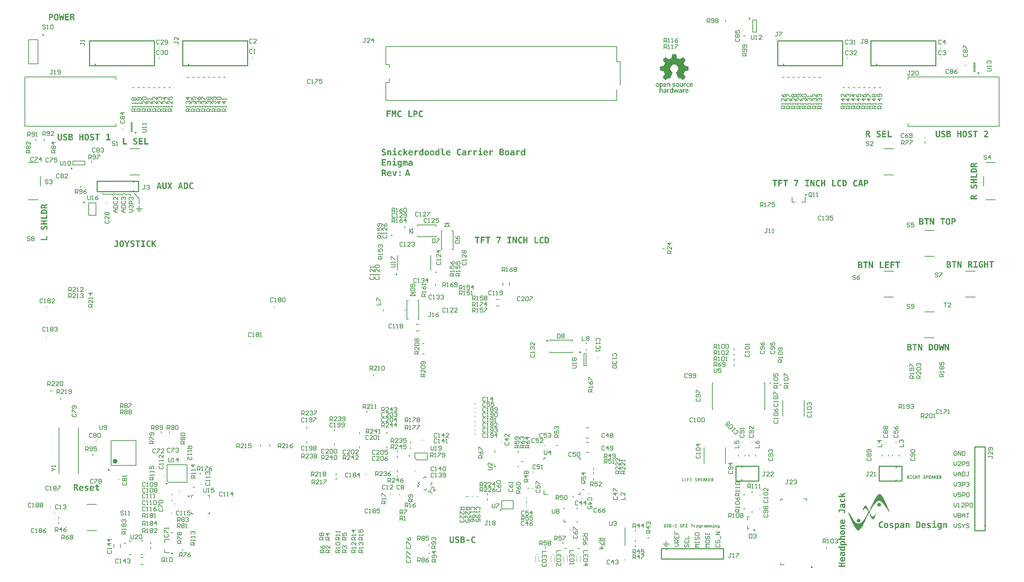
<source format=gto>
G04 Layer_Color=65535*
%FSLAX24Y24*%
%MOIN*%
G70*
G01*
G75*
%ADD10C,0.0050*%
%ADD88C,0.0100*%
%ADD91C,0.0080*%
%ADD92C,0.0060*%
%ADD156C,0.0098*%
%ADD157C,0.0236*%
%ADD158C,0.0039*%
%ADD159C,0.0047*%
%ADD160C,0.0079*%
%ADD161C,0.0059*%
%ADD162C,0.0067*%
%ADD163C,0.0071*%
G36*
X41477Y2780D02*
X41477Y2778D01*
X41477Y2775D01*
X41477Y2768D01*
X41476Y2760D01*
X41476Y2749D01*
X41475Y2737D01*
X41473Y2724D01*
X41471Y2710D01*
X41465Y2679D01*
X41456Y2649D01*
X41451Y2634D01*
X41443Y2620D01*
X41436Y2607D01*
X41426Y2595D01*
X41426Y2594D01*
X41424Y2593D01*
X41421Y2590D01*
X41417Y2586D01*
X41412Y2582D01*
X41404Y2577D01*
X41397Y2572D01*
X41387Y2567D01*
X41377Y2561D01*
X41364Y2556D01*
X41351Y2551D01*
X41337Y2547D01*
X41320Y2544D01*
X41303Y2541D01*
X41284Y2539D01*
X41264Y2538D01*
X41253Y2538D01*
X41245Y2539D01*
X41236Y2540D01*
X41226Y2541D01*
X41214Y2543D01*
X41202Y2545D01*
X41175Y2552D01*
X41161Y2556D01*
X41148Y2562D01*
X41135Y2569D01*
X41122Y2577D01*
X41111Y2585D01*
X41101Y2595D01*
X41100Y2596D01*
X41099Y2598D01*
X41096Y2602D01*
X41093Y2606D01*
X41089Y2613D01*
X41085Y2620D01*
X41081Y2630D01*
X41076Y2641D01*
X41070Y2653D01*
X41066Y2667D01*
X41062Y2681D01*
X41058Y2698D01*
X41055Y2716D01*
X41052Y2736D01*
X41051Y2757D01*
X41050Y2780D01*
X41050Y3176D01*
X41174Y3176D01*
X41174Y2750D01*
X41174Y2749D01*
X41174Y2748D01*
X41174Y2742D01*
X41175Y2733D01*
X41177Y2723D01*
X41179Y2711D01*
X41184Y2699D01*
X41190Y2687D01*
X41197Y2676D01*
X41198Y2675D01*
X41202Y2672D01*
X41207Y2667D01*
X41215Y2663D01*
X41224Y2658D01*
X41235Y2654D01*
X41249Y2651D01*
X41264Y2650D01*
X41270Y2650D01*
X41278Y2652D01*
X41288Y2654D01*
X41298Y2656D01*
X41309Y2661D01*
X41320Y2667D01*
X41329Y2676D01*
X41330Y2677D01*
X41333Y2680D01*
X41337Y2687D01*
X41341Y2695D01*
X41346Y2705D01*
X41350Y2718D01*
X41352Y2733D01*
X41353Y2750D01*
X41353Y3176D01*
X41477Y3176D01*
X41477Y2780D01*
X41477Y2780D02*
G37*
G36*
X42312Y3175D02*
X42320Y3175D01*
X42330Y3174D01*
X42341Y3173D01*
X42353Y3172D01*
X42378Y3167D01*
X42404Y3160D01*
X42429Y3149D01*
X42441Y3144D01*
X42451Y3136D01*
X42452Y3136D01*
X42453Y3135D01*
X42456Y3133D01*
X42460Y3129D01*
X42463Y3124D01*
X42468Y3120D01*
X42478Y3107D01*
X42487Y3090D01*
X42496Y3070D01*
X42499Y3058D01*
X42502Y3046D01*
X42503Y3032D01*
X42504Y3018D01*
X42504Y3017D01*
X42504Y3015D01*
X42504Y3013D01*
X42504Y3008D01*
X42502Y2998D01*
X42500Y2984D01*
X42497Y2969D01*
X42491Y2953D01*
X42483Y2938D01*
X42473Y2924D01*
X42471Y2922D01*
X42467Y2918D01*
X42460Y2913D01*
X42450Y2906D01*
X42437Y2900D01*
X42421Y2893D01*
X42402Y2889D01*
X42381Y2885D01*
X42384Y2885D01*
X42388Y2884D01*
X42393Y2883D01*
X42399Y2882D01*
X42406Y2880D01*
X42422Y2876D01*
X42439Y2870D01*
X42457Y2861D01*
X42474Y2850D01*
X42489Y2836D01*
X42491Y2834D01*
X42493Y2831D01*
X42495Y2828D01*
X42501Y2819D01*
X42508Y2806D01*
X42514Y2790D01*
X42521Y2771D01*
X42524Y2748D01*
X42526Y2722D01*
X42526Y2721D01*
X42526Y2718D01*
X42526Y2714D01*
X42525Y2707D01*
X42524Y2700D01*
X42524Y2692D01*
X42520Y2672D01*
X42512Y2650D01*
X42509Y2639D01*
X42503Y2629D01*
X42497Y2618D01*
X42489Y2608D01*
X42481Y2599D01*
X42471Y2591D01*
X42470Y2591D01*
X42468Y2589D01*
X42465Y2587D01*
X42461Y2584D01*
X42454Y2581D01*
X42447Y2578D01*
X42438Y2574D01*
X42428Y2570D01*
X42417Y2567D01*
X42403Y2563D01*
X42389Y2559D01*
X42374Y2556D01*
X42356Y2554D01*
X42337Y2552D01*
X42316Y2551D01*
X42294Y2550D01*
X42092Y2550D01*
X42092Y3176D01*
X42304Y3176D01*
X42312Y3175D01*
X42312Y3175D02*
G37*
G36*
X43419Y3186D02*
X43429Y3185D01*
X43441Y3184D01*
X43465Y3179D01*
X43467Y3179D01*
X43471Y3178D01*
X43477Y3176D01*
X43486Y3173D01*
X43495Y3171D01*
X43505Y3167D01*
X43527Y3157D01*
X43527Y3019D01*
X43525Y3020D01*
X43522Y3024D01*
X43515Y3029D01*
X43507Y3036D01*
X43498Y3043D01*
X43487Y3049D01*
X43475Y3057D01*
X43464Y3062D01*
X43463Y3063D01*
X43460Y3064D01*
X43453Y3067D01*
X43446Y3070D01*
X43436Y3072D01*
X43426Y3074D01*
X43415Y3075D01*
X43403Y3076D01*
X43397Y3076D01*
X43392Y3075D01*
X43387Y3074D01*
X43380Y3074D01*
X43364Y3070D01*
X43348Y3063D01*
X43339Y3059D01*
X43331Y3053D01*
X43323Y3047D01*
X43314Y3040D01*
X43307Y3031D01*
X43301Y3022D01*
X43301Y3021D01*
X43299Y3019D01*
X43298Y3016D01*
X43295Y3012D01*
X43292Y3006D01*
X43289Y3000D01*
X43287Y2991D01*
X43284Y2982D01*
X43280Y2971D01*
X43277Y2959D01*
X43275Y2946D01*
X43272Y2932D01*
X43269Y2916D01*
X43268Y2899D01*
X43266Y2881D01*
X43266Y2862D01*
X43266Y2861D01*
X43266Y2857D01*
X43266Y2852D01*
X43267Y2844D01*
X43267Y2836D01*
X43268Y2826D01*
X43269Y2815D01*
X43271Y2803D01*
X43275Y2777D01*
X43281Y2750D01*
X43289Y2725D01*
X43295Y2714D01*
X43301Y2703D01*
X43301Y2702D01*
X43302Y2701D01*
X43304Y2698D01*
X43307Y2694D01*
X43315Y2686D01*
X43326Y2676D01*
X43340Y2666D01*
X43358Y2657D01*
X43368Y2654D01*
X43379Y2652D01*
X43391Y2650D01*
X43403Y2649D01*
X43409Y2649D01*
X43414Y2650D01*
X43423Y2651D01*
X43432Y2652D01*
X43442Y2655D01*
X43453Y2657D01*
X43464Y2662D01*
X43466Y2663D01*
X43470Y2665D01*
X43475Y2668D01*
X43484Y2673D01*
X43493Y2679D01*
X43504Y2687D01*
X43515Y2695D01*
X43527Y2706D01*
X43527Y2569D01*
X43526Y2568D01*
X43522Y2566D01*
X43516Y2563D01*
X43509Y2560D01*
X43499Y2556D01*
X43488Y2552D01*
X43465Y2545D01*
X43463Y2545D01*
X43460Y2544D01*
X43453Y2544D01*
X43445Y2542D01*
X43435Y2541D01*
X43423Y2539D01*
X43410Y2538D01*
X43391Y2538D01*
X43385Y2539D01*
X43376Y2539D01*
X43365Y2541D01*
X43353Y2543D01*
X43340Y2545D01*
X43326Y2548D01*
X43311Y2553D01*
X43294Y2558D01*
X43278Y2565D01*
X43263Y2573D01*
X43247Y2582D01*
X43232Y2593D01*
X43217Y2606D01*
X43204Y2621D01*
X43203Y2622D01*
X43202Y2625D01*
X43198Y2630D01*
X43194Y2637D01*
X43189Y2645D01*
X43183Y2655D01*
X43177Y2668D01*
X43171Y2682D01*
X43165Y2699D01*
X43159Y2716D01*
X43153Y2736D01*
X43148Y2758D01*
X43144Y2781D01*
X43141Y2806D01*
X43139Y2833D01*
X43138Y2862D01*
X43138Y2863D01*
X43138Y2864D01*
X43138Y2869D01*
X43139Y2877D01*
X43139Y2888D01*
X43140Y2901D01*
X43141Y2916D01*
X43143Y2933D01*
X43146Y2951D01*
X43150Y2970D01*
X43154Y2990D01*
X43159Y3011D01*
X43165Y3030D01*
X43174Y3050D01*
X43182Y3069D01*
X43192Y3086D01*
X43204Y3103D01*
X43205Y3104D01*
X43207Y3107D01*
X43212Y3111D01*
X43216Y3116D01*
X43224Y3123D01*
X43232Y3130D01*
X43242Y3137D01*
X43253Y3146D01*
X43266Y3153D01*
X43280Y3160D01*
X43297Y3168D01*
X43313Y3174D01*
X43332Y3180D01*
X43352Y3184D01*
X43374Y3186D01*
X43397Y3187D01*
X43410Y3187D01*
X43419Y3186D01*
X43419Y3186D02*
G37*
G36*
X42947Y2736D02*
X42683Y2736D01*
X42683Y2858D01*
X42947Y2858D01*
X42947Y2736D01*
X42947Y2736D02*
G37*
G36*
X38341Y44336D02*
X38351Y44335D01*
X38363Y44334D01*
X38387Y44329D01*
X38389Y44329D01*
X38392Y44328D01*
X38399Y44326D01*
X38407Y44323D01*
X38416Y44321D01*
X38427Y44317D01*
X38449Y44307D01*
X38449Y44169D01*
X38447Y44170D01*
X38443Y44174D01*
X38437Y44179D01*
X38428Y44186D01*
X38419Y44193D01*
X38409Y44200D01*
X38397Y44207D01*
X38386Y44212D01*
X38385Y44213D01*
X38381Y44214D01*
X38375Y44217D01*
X38367Y44220D01*
X38358Y44222D01*
X38348Y44224D01*
X38337Y44225D01*
X38325Y44226D01*
X38318Y44226D01*
X38314Y44225D01*
X38308Y44224D01*
X38302Y44224D01*
X38286Y44220D01*
X38269Y44213D01*
X38261Y44209D01*
X38253Y44203D01*
X38244Y44197D01*
X38236Y44190D01*
X38229Y44181D01*
X38222Y44172D01*
X38222Y44171D01*
X38220Y44169D01*
X38219Y44166D01*
X38217Y44162D01*
X38214Y44156D01*
X38211Y44150D01*
X38208Y44141D01*
X38205Y44132D01*
X38202Y44121D01*
X38199Y44109D01*
X38196Y44096D01*
X38193Y44082D01*
X38191Y44066D01*
X38190Y44049D01*
X38188Y44031D01*
X38188Y44012D01*
X38188Y44011D01*
X38188Y44007D01*
X38188Y44002D01*
X38189Y43994D01*
X38189Y43986D01*
X38190Y43976D01*
X38191Y43965D01*
X38193Y43953D01*
X38196Y43927D01*
X38203Y43900D01*
X38211Y43875D01*
X38217Y43864D01*
X38222Y43853D01*
X38222Y43852D01*
X38224Y43851D01*
X38226Y43848D01*
X38229Y43844D01*
X38237Y43836D01*
X38248Y43826D01*
X38262Y43816D01*
X38279Y43807D01*
X38290Y43804D01*
X38301Y43802D01*
X38313Y43800D01*
X38325Y43799D01*
X38330Y43799D01*
X38336Y43800D01*
X38344Y43801D01*
X38353Y43802D01*
X38364Y43805D01*
X38375Y43807D01*
X38386Y43812D01*
X38388Y43813D01*
X38391Y43815D01*
X38397Y43818D01*
X38405Y43823D01*
X38415Y43829D01*
X38426Y43837D01*
X38437Y43845D01*
X38449Y43856D01*
X38449Y43719D01*
X38448Y43718D01*
X38443Y43716D01*
X38438Y43713D01*
X38430Y43710D01*
X38421Y43706D01*
X38410Y43702D01*
X38387Y43695D01*
X38385Y43695D01*
X38381Y43694D01*
X38375Y43694D01*
X38366Y43692D01*
X38356Y43691D01*
X38344Y43689D01*
X38331Y43688D01*
X38313Y43688D01*
X38306Y43689D01*
X38298Y43689D01*
X38287Y43691D01*
X38275Y43693D01*
X38262Y43695D01*
X38247Y43698D01*
X38232Y43703D01*
X38216Y43708D01*
X38200Y43715D01*
X38184Y43723D01*
X38168Y43732D01*
X38154Y43743D01*
X38139Y43756D01*
X38126Y43771D01*
X38125Y43772D01*
X38123Y43775D01*
X38119Y43780D01*
X38116Y43787D01*
X38110Y43795D01*
X38105Y43805D01*
X38099Y43818D01*
X38093Y43832D01*
X38086Y43849D01*
X38081Y43867D01*
X38075Y43886D01*
X38070Y43908D01*
X38066Y43931D01*
X38062Y43956D01*
X38060Y43983D01*
X38059Y44012D01*
X38059Y44013D01*
X38059Y44014D01*
X38059Y44019D01*
X38060Y44027D01*
X38060Y44038D01*
X38061Y44051D01*
X38063Y44066D01*
X38065Y44083D01*
X38068Y44101D01*
X38071Y44120D01*
X38076Y44140D01*
X38081Y44161D01*
X38087Y44180D01*
X38095Y44200D01*
X38104Y44219D01*
X38114Y44236D01*
X38126Y44253D01*
X38127Y44254D01*
X38129Y44257D01*
X38133Y44261D01*
X38138Y44266D01*
X38145Y44273D01*
X38154Y44280D01*
X38164Y44287D01*
X38175Y44296D01*
X38188Y44303D01*
X38202Y44310D01*
X38218Y44318D01*
X38235Y44324D01*
X38254Y44330D01*
X38274Y44334D01*
X38295Y44336D01*
X38318Y44337D01*
X38331Y44337D01*
X38341Y44336D01*
X38341Y44336D02*
G37*
G36*
X37736Y44325D02*
X37747Y44325D01*
X37760Y44323D01*
X37773Y44323D01*
X37787Y44321D01*
X37818Y44315D01*
X37848Y44307D01*
X37863Y44301D01*
X37877Y44296D01*
X37890Y44288D01*
X37901Y44280D01*
X37902Y44279D01*
X37904Y44278D01*
X37907Y44275D01*
X37910Y44271D01*
X37914Y44266D01*
X37920Y44260D01*
X37924Y44252D01*
X37930Y44244D01*
X37935Y44234D01*
X37940Y44224D01*
X37946Y44211D01*
X37949Y44198D01*
X37953Y44183D01*
X37956Y44166D01*
X37958Y44149D01*
X37959Y44130D01*
X37959Y44129D01*
X37959Y44125D01*
X37959Y44120D01*
X37958Y44113D01*
X37957Y44105D01*
X37956Y44095D01*
X37954Y44084D01*
X37951Y44073D01*
X37945Y44048D01*
X37940Y44036D01*
X37934Y44023D01*
X37928Y44012D01*
X37920Y44000D01*
X37911Y43990D01*
X37901Y43980D01*
X37900Y43979D01*
X37898Y43978D01*
X37895Y43977D01*
X37890Y43973D01*
X37885Y43970D01*
X37876Y43966D01*
X37867Y43962D01*
X37857Y43958D01*
X37845Y43953D01*
X37831Y43950D01*
X37816Y43945D01*
X37799Y43942D01*
X37781Y43940D01*
X37761Y43937D01*
X37738Y43936D01*
X37715Y43935D01*
X37670Y43935D01*
X37670Y43700D01*
X37546Y43700D01*
X37546Y44326D01*
X37727Y44326D01*
X37736Y44325D01*
X37736Y44325D02*
G37*
G36*
X37180Y43809D02*
X37444Y43809D01*
X37444Y43700D01*
X37056Y43700D01*
X37056Y44326D01*
X37180Y44326D01*
X37180Y43809D01*
X37180Y43809D02*
G37*
G36*
X36272Y44336D02*
X36282Y44335D01*
X36294Y44334D01*
X36318Y44329D01*
X36320Y44329D01*
X36324Y44328D01*
X36330Y44326D01*
X36339Y44323D01*
X36348Y44321D01*
X36358Y44317D01*
X36380Y44307D01*
X36380Y44169D01*
X36379Y44170D01*
X36375Y44174D01*
X36368Y44179D01*
X36360Y44186D01*
X36351Y44193D01*
X36341Y44200D01*
X36329Y44207D01*
X36318Y44212D01*
X36317Y44213D01*
X36313Y44214D01*
X36306Y44217D01*
X36299Y44220D01*
X36290Y44222D01*
X36280Y44224D01*
X36269Y44225D01*
X36256Y44226D01*
X36250Y44226D01*
X36245Y44225D01*
X36240Y44224D01*
X36233Y44224D01*
X36218Y44220D01*
X36201Y44213D01*
X36193Y44209D01*
X36184Y44203D01*
X36176Y44197D01*
X36168Y44190D01*
X36160Y44181D01*
X36154Y44172D01*
X36154Y44171D01*
X36152Y44169D01*
X36151Y44166D01*
X36148Y44162D01*
X36146Y44156D01*
X36143Y44150D01*
X36140Y44141D01*
X36137Y44132D01*
X36133Y44121D01*
X36131Y44109D01*
X36128Y44096D01*
X36125Y44082D01*
X36122Y44066D01*
X36121Y44049D01*
X36120Y44031D01*
X36120Y44012D01*
X36120Y44011D01*
X36120Y44007D01*
X36120Y44002D01*
X36121Y43994D01*
X36121Y43986D01*
X36121Y43976D01*
X36122Y43965D01*
X36124Y43953D01*
X36128Y43927D01*
X36134Y43900D01*
X36143Y43875D01*
X36148Y43864D01*
X36154Y43853D01*
X36154Y43852D01*
X36156Y43851D01*
X36158Y43848D01*
X36160Y43844D01*
X36169Y43836D01*
X36180Y43826D01*
X36194Y43816D01*
X36211Y43807D01*
X36221Y43804D01*
X36232Y43802D01*
X36244Y43800D01*
X36256Y43799D01*
X36262Y43799D01*
X36268Y43800D01*
X36276Y43801D01*
X36285Y43802D01*
X36295Y43805D01*
X36306Y43807D01*
X36318Y43812D01*
X36319Y43813D01*
X36323Y43815D01*
X36329Y43818D01*
X36337Y43823D01*
X36346Y43829D01*
X36357Y43837D01*
X36368Y43845D01*
X36380Y43856D01*
X36380Y43719D01*
X36380Y43718D01*
X36375Y43716D01*
X36369Y43713D01*
X36362Y43710D01*
X36353Y43706D01*
X36342Y43702D01*
X36318Y43695D01*
X36317Y43695D01*
X36313Y43694D01*
X36306Y43694D01*
X36298Y43692D01*
X36288Y43691D01*
X36276Y43689D01*
X36263Y43688D01*
X36244Y43688D01*
X36238Y43689D01*
X36230Y43689D01*
X36219Y43691D01*
X36207Y43693D01*
X36194Y43695D01*
X36179Y43698D01*
X36164Y43703D01*
X36147Y43708D01*
X36132Y43715D01*
X36116Y43723D01*
X36100Y43732D01*
X36085Y43743D01*
X36071Y43756D01*
X36058Y43771D01*
X36057Y43772D01*
X36055Y43775D01*
X36051Y43780D01*
X36047Y43787D01*
X36042Y43795D01*
X36036Y43805D01*
X36031Y43818D01*
X36024Y43832D01*
X36018Y43849D01*
X36012Y43867D01*
X36007Y43886D01*
X36001Y43908D01*
X35998Y43931D01*
X35994Y43956D01*
X35992Y43983D01*
X35991Y44012D01*
X35991Y44013D01*
X35991Y44014D01*
X35991Y44019D01*
X35992Y44027D01*
X35992Y44038D01*
X35993Y44051D01*
X35995Y44066D01*
X35997Y44083D01*
X35999Y44101D01*
X36003Y44120D01*
X36008Y44140D01*
X36012Y44161D01*
X36019Y44180D01*
X36027Y44200D01*
X36035Y44219D01*
X36046Y44236D01*
X36058Y44253D01*
X36059Y44254D01*
X36060Y44257D01*
X36065Y44261D01*
X36070Y44266D01*
X36077Y44273D01*
X36085Y44280D01*
X36096Y44287D01*
X36107Y44296D01*
X36120Y44303D01*
X36133Y44310D01*
X36150Y44318D01*
X36167Y44324D01*
X36185Y44330D01*
X36206Y44334D01*
X36227Y44336D01*
X36250Y44337D01*
X36263Y44337D01*
X36272Y44336D01*
X36272Y44336D02*
G37*
G36*
X35891Y43700D02*
X35785Y43700D01*
X35785Y44201D01*
X35718Y43928D01*
X35619Y43928D01*
X35553Y44201D01*
X35553Y43700D01*
X35446Y43700D01*
X35446Y44326D01*
X35593Y44326D01*
X35668Y44051D01*
X35742Y44326D01*
X35891Y44326D01*
X35891Y43700D01*
X35891Y43700D02*
G37*
G36*
X12533Y31529D02*
X12738Y31150D01*
X12600Y31150D01*
X12452Y31431D01*
X12397Y31362D01*
X12397Y31150D01*
X12273Y31150D01*
X12273Y31776D01*
X12397Y31776D01*
X12397Y31528D01*
X12591Y31776D01*
X12730Y31776D01*
X12533Y31529D01*
X12533Y31529D02*
G37*
G36*
X9960Y31396D02*
X9960Y31150D01*
X9836Y31150D01*
X9836Y31396D01*
X9643Y31776D01*
X9776Y31776D01*
X9897Y31524D01*
X10019Y31776D01*
X10153Y31776D01*
X9960Y31396D01*
X9960Y31396D02*
G37*
G36*
X10429Y31786D02*
X10440Y31786D01*
X10454Y31785D01*
X10469Y31783D01*
X10483Y31781D01*
X10500Y31777D01*
X10502Y31777D01*
X10507Y31775D01*
X10516Y31773D01*
X10527Y31770D01*
X10540Y31766D01*
X10555Y31760D01*
X10570Y31755D01*
X10586Y31748D01*
X10586Y31627D01*
X10584Y31628D01*
X10579Y31632D01*
X10571Y31637D01*
X10560Y31643D01*
X10548Y31649D01*
X10534Y31657D01*
X10519Y31663D01*
X10504Y31670D01*
X10502Y31671D01*
X10496Y31673D01*
X10489Y31674D01*
X10479Y31677D01*
X10466Y31680D01*
X10453Y31683D01*
X10438Y31684D01*
X10423Y31685D01*
X10416Y31685D01*
X10408Y31684D01*
X10397Y31683D01*
X10386Y31680D01*
X10375Y31677D01*
X10364Y31673D01*
X10354Y31666D01*
X10353Y31665D01*
X10350Y31662D01*
X10346Y31659D01*
X10343Y31653D01*
X10338Y31646D01*
X10334Y31637D01*
X10332Y31626D01*
X10331Y31614D01*
X10331Y31613D01*
X10331Y31610D01*
X10332Y31605D01*
X10333Y31600D01*
X10334Y31592D01*
X10338Y31586D01*
X10342Y31578D01*
X10347Y31572D01*
X10348Y31571D01*
X10351Y31569D01*
X10356Y31565D01*
X10363Y31561D01*
X10373Y31555D01*
X10385Y31550D01*
X10401Y31542D01*
X10420Y31535D01*
X10474Y31514D01*
X10475Y31514D01*
X10478Y31514D01*
X10481Y31512D01*
X10486Y31510D01*
X10493Y31507D01*
X10500Y31503D01*
X10517Y31495D01*
X10534Y31484D01*
X10553Y31472D01*
X10570Y31457D01*
X10578Y31449D01*
X10585Y31440D01*
X10585Y31440D01*
X10587Y31439D01*
X10589Y31436D01*
X10591Y31432D01*
X10593Y31428D01*
X10596Y31423D01*
X10604Y31409D01*
X10610Y31392D01*
X10616Y31373D01*
X10619Y31351D01*
X10621Y31326D01*
X10621Y31325D01*
X10621Y31322D01*
X10621Y31316D01*
X10620Y31310D01*
X10619Y31303D01*
X10618Y31293D01*
X10617Y31283D01*
X10614Y31273D01*
X10607Y31250D01*
X10603Y31238D01*
X10597Y31226D01*
X10591Y31215D01*
X10583Y31204D01*
X10575Y31193D01*
X10565Y31184D01*
X10564Y31183D01*
X10562Y31182D01*
X10559Y31180D01*
X10555Y31177D01*
X10548Y31173D01*
X10541Y31169D01*
X10532Y31166D01*
X10522Y31161D01*
X10511Y31156D01*
X10499Y31153D01*
X10485Y31149D01*
X10469Y31145D01*
X10453Y31143D01*
X10435Y31140D01*
X10416Y31139D01*
X10395Y31138D01*
X10387Y31138D01*
X10379Y31139D01*
X10367Y31140D01*
X10352Y31141D01*
X10336Y31143D01*
X10320Y31145D01*
X10302Y31149D01*
X10301Y31149D01*
X10300Y31150D01*
X10297Y31150D01*
X10294Y31151D01*
X10285Y31154D01*
X10273Y31157D01*
X10259Y31162D01*
X10245Y31168D01*
X10229Y31175D01*
X10212Y31182D01*
X10212Y31310D01*
X10213Y31310D01*
X10214Y31308D01*
X10217Y31306D01*
X10221Y31304D01*
X10230Y31298D01*
X10243Y31291D01*
X10257Y31281D01*
X10273Y31273D01*
X10290Y31265D01*
X10308Y31257D01*
X10309Y31257D01*
X10309Y31256D01*
X10312Y31255D01*
X10316Y31255D01*
X10324Y31252D01*
X10336Y31249D01*
X10350Y31246D01*
X10366Y31243D01*
X10383Y31242D01*
X10400Y31241D01*
X10408Y31241D01*
X10416Y31242D01*
X10426Y31243D01*
X10437Y31245D01*
X10449Y31249D01*
X10460Y31255D01*
X10470Y31261D01*
X10471Y31262D01*
X10474Y31265D01*
X10479Y31269D01*
X10483Y31276D01*
X10488Y31284D01*
X10493Y31294D01*
X10495Y31306D01*
X10496Y31319D01*
X10496Y31320D01*
X10496Y31324D01*
X10495Y31329D01*
X10494Y31336D01*
X10492Y31343D01*
X10489Y31352D01*
X10484Y31359D01*
X10479Y31367D01*
X10478Y31368D01*
X10476Y31371D01*
X10471Y31375D01*
X10467Y31379D01*
X10459Y31385D01*
X10451Y31391D01*
X10441Y31396D01*
X10430Y31402D01*
X10369Y31424D01*
X10368Y31424D01*
X10365Y31426D01*
X10359Y31428D01*
X10354Y31430D01*
X10346Y31433D01*
X10337Y31438D01*
X10318Y31447D01*
X10296Y31458D01*
X10276Y31471D01*
X10266Y31477D01*
X10257Y31484D01*
X10249Y31491D01*
X10242Y31499D01*
X10242Y31500D01*
X10241Y31501D01*
X10237Y31506D01*
X10232Y31514D01*
X10226Y31526D01*
X10220Y31542D01*
X10215Y31560D01*
X10211Y31581D01*
X10210Y31604D01*
X10210Y31605D01*
X10210Y31608D01*
X10210Y31613D01*
X10210Y31618D01*
X10211Y31625D01*
X10212Y31634D01*
X10214Y31643D01*
X10216Y31653D01*
X10223Y31674D01*
X10227Y31686D01*
X10233Y31697D01*
X10238Y31708D01*
X10246Y31719D01*
X10254Y31729D01*
X10263Y31738D01*
X10264Y31739D01*
X10266Y31740D01*
X10269Y31743D01*
X10273Y31746D01*
X10279Y31749D01*
X10285Y31754D01*
X10294Y31759D01*
X10302Y31763D01*
X10312Y31767D01*
X10324Y31772D01*
X10336Y31776D01*
X10349Y31780D01*
X10364Y31783D01*
X10379Y31785D01*
X10395Y31786D01*
X10413Y31787D01*
X10420Y31787D01*
X10429Y31786D01*
X10429Y31786D02*
G37*
G36*
X12052Y31786D02*
X12062Y31785D01*
X12074Y31784D01*
X12098Y31779D01*
X12100Y31779D01*
X12104Y31778D01*
X12110Y31776D01*
X12119Y31773D01*
X12128Y31771D01*
X12138Y31767D01*
X12160Y31757D01*
X12160Y31619D01*
X12159Y31620D01*
X12155Y31624D01*
X12148Y31629D01*
X12140Y31636D01*
X12131Y31643D01*
X12121Y31649D01*
X12109Y31657D01*
X12097Y31662D01*
X12097Y31663D01*
X12093Y31664D01*
X12086Y31667D01*
X12079Y31670D01*
X12070Y31672D01*
X12060Y31674D01*
X12048Y31675D01*
X12036Y31676D01*
X12030Y31676D01*
X12025Y31675D01*
X12020Y31674D01*
X12013Y31674D01*
X11998Y31670D01*
X11981Y31663D01*
X11973Y31659D01*
X11964Y31653D01*
X11956Y31647D01*
X11948Y31640D01*
X11940Y31631D01*
X11934Y31622D01*
X11934Y31621D01*
X11932Y31619D01*
X11931Y31616D01*
X11928Y31612D01*
X11925Y31606D01*
X11923Y31600D01*
X11920Y31591D01*
X11917Y31582D01*
X11913Y31571D01*
X11911Y31559D01*
X11908Y31546D01*
X11905Y31532D01*
X11902Y31516D01*
X11901Y31499D01*
X11900Y31481D01*
X11900Y31462D01*
X11900Y31461D01*
X11900Y31457D01*
X11900Y31452D01*
X11900Y31444D01*
X11900Y31436D01*
X11901Y31426D01*
X11902Y31415D01*
X11904Y31403D01*
X11908Y31377D01*
X11914Y31350D01*
X11923Y31325D01*
X11928Y31314D01*
X11934Y31303D01*
X11934Y31302D01*
X11936Y31301D01*
X11937Y31298D01*
X11940Y31294D01*
X11949Y31286D01*
X11960Y31276D01*
X11974Y31266D01*
X11991Y31257D01*
X12001Y31254D01*
X12012Y31252D01*
X12024Y31250D01*
X12036Y31249D01*
X12042Y31249D01*
X12048Y31250D01*
X12056Y31251D01*
X12065Y31252D01*
X12075Y31255D01*
X12086Y31257D01*
X12097Y31262D01*
X12099Y31263D01*
X12103Y31265D01*
X12109Y31268D01*
X12117Y31273D01*
X12126Y31279D01*
X12137Y31287D01*
X12148Y31295D01*
X12160Y31306D01*
X12160Y31168D01*
X12159Y31168D01*
X12155Y31166D01*
X12149Y31163D01*
X12142Y31160D01*
X12133Y31156D01*
X12122Y31152D01*
X12098Y31145D01*
X12097Y31145D01*
X12093Y31144D01*
X12086Y31144D01*
X12078Y31142D01*
X12068Y31141D01*
X12056Y31139D01*
X12043Y31138D01*
X12024Y31138D01*
X12018Y31139D01*
X12010Y31139D01*
X11998Y31141D01*
X11986Y31143D01*
X11974Y31145D01*
X11959Y31148D01*
X11944Y31153D01*
X11927Y31158D01*
X11912Y31165D01*
X11896Y31173D01*
X11880Y31182D01*
X11865Y31193D01*
X11851Y31206D01*
X11838Y31221D01*
X11837Y31222D01*
X11835Y31225D01*
X11831Y31230D01*
X11827Y31237D01*
X11822Y31245D01*
X11816Y31255D01*
X11811Y31268D01*
X11804Y31282D01*
X11798Y31299D01*
X11792Y31316D01*
X11787Y31336D01*
X11781Y31358D01*
X11777Y31381D01*
X11774Y31406D01*
X11772Y31433D01*
X11771Y31462D01*
X11771Y31463D01*
X11771Y31464D01*
X11771Y31469D01*
X11772Y31477D01*
X11772Y31488D01*
X11773Y31501D01*
X11775Y31516D01*
X11776Y31533D01*
X11779Y31551D01*
X11783Y31570D01*
X11788Y31590D01*
X11792Y31611D01*
X11799Y31630D01*
X11807Y31650D01*
X11815Y31669D01*
X11826Y31686D01*
X11838Y31703D01*
X11838Y31704D01*
X11840Y31707D01*
X11845Y31711D01*
X11850Y31716D01*
X11857Y31723D01*
X11865Y31730D01*
X11875Y31737D01*
X11887Y31746D01*
X11900Y31753D01*
X11913Y31760D01*
X11930Y31768D01*
X11947Y31774D01*
X11965Y31780D01*
X11986Y31784D01*
X12007Y31786D01*
X12030Y31787D01*
X12043Y31787D01*
X12052Y31786D01*
X12052Y31786D02*
G37*
G36*
X9026Y31351D02*
X9026Y31350D01*
X9026Y31346D01*
X9026Y31340D01*
X9026Y31332D01*
X9025Y31323D01*
X9024Y31312D01*
X9023Y31300D01*
X9021Y31287D01*
X9014Y31260D01*
X9006Y31233D01*
X9001Y31220D01*
X8994Y31208D01*
X8987Y31197D01*
X8978Y31187D01*
X8977Y31186D01*
X8977Y31185D01*
X8973Y31182D01*
X8969Y31180D01*
X8964Y31176D01*
X8957Y31171D01*
X8950Y31167D01*
X8940Y31163D01*
X8930Y31158D01*
X8918Y31154D01*
X8905Y31149D01*
X8891Y31145D01*
X8876Y31143D01*
X8859Y31140D01*
X8841Y31139D01*
X8820Y31138D01*
X8814Y31138D01*
X8805Y31139D01*
X8795Y31140D01*
X8782Y31141D01*
X8768Y31143D01*
X8753Y31145D01*
X8737Y31149D01*
X8736Y31149D01*
X8735Y31150D01*
X8730Y31151D01*
X8721Y31154D01*
X8710Y31157D01*
X8696Y31161D01*
X8682Y31167D01*
X8667Y31174D01*
X8650Y31181D01*
X8650Y31325D01*
X8652Y31323D01*
X8656Y31318D01*
X8663Y31312D01*
X8673Y31304D01*
X8684Y31294D01*
X8697Y31285D01*
X8711Y31276D01*
X8726Y31267D01*
X8727Y31267D01*
X8728Y31267D01*
X8733Y31265D01*
X8742Y31262D01*
X8752Y31258D01*
X8765Y31255D01*
X8779Y31252D01*
X8793Y31250D01*
X8808Y31249D01*
X8816Y31249D01*
X8825Y31250D01*
X8836Y31252D01*
X8847Y31255D01*
X8859Y31259D01*
X8870Y31265D01*
X8879Y31273D01*
X8880Y31274D01*
X8883Y31278D01*
X8887Y31283D01*
X8891Y31292D01*
X8895Y31303D01*
X8899Y31316D01*
X8902Y31332D01*
X8903Y31351D01*
X8903Y31667D01*
X8751Y31667D01*
X8751Y31776D01*
X9026Y31776D01*
X9026Y31351D01*
X9026Y31351D02*
G37*
G36*
X9390Y31786D02*
X9397Y31786D01*
X9407Y31785D01*
X9418Y31783D01*
X9429Y31781D01*
X9442Y31777D01*
X9455Y31773D01*
X9468Y31767D01*
X9482Y31760D01*
X9495Y31752D01*
X9508Y31743D01*
X9521Y31732D01*
X9533Y31720D01*
X9544Y31705D01*
X9545Y31704D01*
X9547Y31701D01*
X9550Y31697D01*
X9553Y31689D01*
X9557Y31681D01*
X9562Y31671D01*
X9567Y31658D01*
X9572Y31644D01*
X9578Y31627D01*
X9582Y31610D01*
X9587Y31589D01*
X9592Y31568D01*
X9594Y31544D01*
X9597Y31518D01*
X9599Y31491D01*
X9600Y31462D01*
X9600Y31460D01*
X9600Y31454D01*
X9600Y31446D01*
X9599Y31436D01*
X9598Y31422D01*
X9597Y31407D01*
X9595Y31390D01*
X9593Y31371D01*
X9590Y31353D01*
X9586Y31332D01*
X9582Y31312D01*
X9577Y31292D01*
X9570Y31272D01*
X9563Y31254D01*
X9555Y31236D01*
X9544Y31219D01*
X9544Y31218D01*
X9542Y31216D01*
X9539Y31212D01*
X9534Y31206D01*
X9529Y31201D01*
X9521Y31193D01*
X9513Y31186D01*
X9503Y31179D01*
X9492Y31171D01*
X9480Y31164D01*
X9467Y31156D01*
X9452Y31151D01*
X9435Y31145D01*
X9419Y31142D01*
X9399Y31139D01*
X9380Y31138D01*
X9375Y31138D01*
X9370Y31139D01*
X9362Y31139D01*
X9353Y31141D01*
X9343Y31143D01*
X9331Y31144D01*
X9319Y31148D01*
X9306Y31153D01*
X9292Y31158D01*
X9279Y31165D01*
X9265Y31172D01*
X9252Y31181D01*
X9239Y31193D01*
X9227Y31205D01*
X9216Y31219D01*
X9215Y31220D01*
X9213Y31223D01*
X9211Y31228D01*
X9208Y31235D01*
X9203Y31243D01*
X9199Y31254D01*
X9194Y31267D01*
X9188Y31280D01*
X9183Y31297D01*
X9178Y31315D01*
X9174Y31335D01*
X9169Y31356D01*
X9166Y31380D01*
X9163Y31405D01*
X9162Y31433D01*
X9161Y31462D01*
X9161Y31463D01*
X9161Y31464D01*
X9161Y31469D01*
X9161Y31477D01*
X9162Y31489D01*
X9162Y31502D01*
X9163Y31517D01*
X9165Y31534D01*
X9168Y31552D01*
X9171Y31572D01*
X9174Y31592D01*
X9179Y31613D01*
X9184Y31632D01*
X9190Y31652D01*
X9198Y31671D01*
X9206Y31688D01*
X9216Y31705D01*
X9217Y31706D01*
X9219Y31709D01*
X9222Y31712D01*
X9226Y31718D01*
X9233Y31724D01*
X9239Y31731D01*
X9248Y31738D01*
X9258Y31747D01*
X9268Y31754D01*
X9281Y31761D01*
X9294Y31768D01*
X9309Y31774D01*
X9324Y31780D01*
X9342Y31784D01*
X9360Y31786D01*
X9380Y31787D01*
X9384Y31787D01*
X9390Y31786D01*
X9390Y31786D02*
G37*
G36*
X41796Y3186D02*
X41807Y3186D01*
X41821Y3185D01*
X41835Y3183D01*
X41850Y3181D01*
X41867Y3177D01*
X41869Y3177D01*
X41874Y3175D01*
X41883Y3173D01*
X41894Y3170D01*
X41907Y3166D01*
X41921Y3160D01*
X41937Y3155D01*
X41953Y3148D01*
X41953Y3027D01*
X41951Y3028D01*
X41945Y3032D01*
X41938Y3037D01*
X41927Y3043D01*
X41915Y3049D01*
X41901Y3057D01*
X41886Y3063D01*
X41870Y3070D01*
X41869Y3071D01*
X41863Y3073D01*
X41856Y3074D01*
X41845Y3077D01*
X41833Y3080D01*
X41820Y3083D01*
X41805Y3084D01*
X41790Y3085D01*
X41783Y3085D01*
X41774Y3084D01*
X41764Y3083D01*
X41753Y3080D01*
X41742Y3077D01*
X41731Y3073D01*
X41721Y3066D01*
X41720Y3065D01*
X41717Y3062D01*
X41713Y3059D01*
X41710Y3053D01*
X41705Y3046D01*
X41701Y3037D01*
X41698Y3026D01*
X41698Y3014D01*
X41698Y3013D01*
X41698Y3010D01*
X41698Y3005D01*
X41699Y3000D01*
X41701Y2992D01*
X41705Y2986D01*
X41709Y2978D01*
X41714Y2972D01*
X41715Y2971D01*
X41718Y2969D01*
X41722Y2965D01*
X41730Y2961D01*
X41740Y2955D01*
X41752Y2950D01*
X41768Y2942D01*
X41787Y2935D01*
X41841Y2914D01*
X41842Y2914D01*
X41845Y2914D01*
X41848Y2912D01*
X41853Y2910D01*
X41859Y2907D01*
X41867Y2903D01*
X41883Y2895D01*
X41901Y2884D01*
X41919Y2872D01*
X41937Y2857D01*
X41944Y2849D01*
X41952Y2840D01*
X41952Y2840D01*
X41954Y2839D01*
X41956Y2836D01*
X41957Y2832D01*
X41960Y2828D01*
X41963Y2823D01*
X41970Y2809D01*
X41977Y2792D01*
X41982Y2773D01*
X41986Y2751D01*
X41988Y2726D01*
X41988Y2725D01*
X41988Y2722D01*
X41988Y2716D01*
X41987Y2710D01*
X41986Y2703D01*
X41985Y2693D01*
X41983Y2683D01*
X41981Y2673D01*
X41974Y2650D01*
X41969Y2638D01*
X41964Y2626D01*
X41957Y2615D01*
X41950Y2604D01*
X41942Y2593D01*
X41932Y2584D01*
X41931Y2583D01*
X41929Y2582D01*
X41926Y2580D01*
X41921Y2577D01*
X41915Y2573D01*
X41907Y2569D01*
X41899Y2566D01*
X41889Y2561D01*
X41878Y2556D01*
X41866Y2553D01*
X41852Y2549D01*
X41836Y2545D01*
X41820Y2543D01*
X41802Y2540D01*
X41783Y2539D01*
X41762Y2538D01*
X41754Y2538D01*
X41746Y2539D01*
X41734Y2540D01*
X41719Y2541D01*
X41703Y2543D01*
X41686Y2545D01*
X41669Y2549D01*
X41668Y2549D01*
X41667Y2550D01*
X41664Y2550D01*
X41660Y2551D01*
X41652Y2554D01*
X41640Y2557D01*
X41626Y2562D01*
X41611Y2568D01*
X41596Y2575D01*
X41579Y2582D01*
X41579Y2710D01*
X41580Y2710D01*
X41581Y2708D01*
X41584Y2706D01*
X41587Y2704D01*
X41597Y2698D01*
X41610Y2691D01*
X41624Y2681D01*
X41640Y2673D01*
X41657Y2665D01*
X41674Y2657D01*
X41675Y2657D01*
X41676Y2656D01*
X41679Y2655D01*
X41683Y2655D01*
X41691Y2652D01*
X41703Y2649D01*
X41717Y2646D01*
X41733Y2643D01*
X41749Y2642D01*
X41767Y2641D01*
X41774Y2641D01*
X41783Y2642D01*
X41793Y2643D01*
X41804Y2645D01*
X41816Y2649D01*
X41827Y2655D01*
X41837Y2661D01*
X41838Y2662D01*
X41841Y2665D01*
X41845Y2669D01*
X41850Y2676D01*
X41855Y2684D01*
X41859Y2694D01*
X41862Y2706D01*
X41863Y2719D01*
X41863Y2720D01*
X41863Y2724D01*
X41862Y2729D01*
X41861Y2736D01*
X41858Y2743D01*
X41856Y2752D01*
X41851Y2759D01*
X41845Y2767D01*
X41845Y2768D01*
X41843Y2771D01*
X41838Y2775D01*
X41833Y2779D01*
X41826Y2785D01*
X41818Y2790D01*
X41808Y2796D01*
X41796Y2802D01*
X41735Y2824D01*
X41734Y2824D01*
X41732Y2826D01*
X41726Y2828D01*
X41721Y2830D01*
X41713Y2833D01*
X41704Y2838D01*
X41685Y2847D01*
X41663Y2858D01*
X41643Y2871D01*
X41633Y2877D01*
X41624Y2884D01*
X41616Y2891D01*
X41609Y2899D01*
X41609Y2900D01*
X41608Y2901D01*
X41604Y2906D01*
X41599Y2914D01*
X41593Y2926D01*
X41586Y2942D01*
X41582Y2960D01*
X41578Y2981D01*
X41576Y3004D01*
X41576Y3005D01*
X41576Y3008D01*
X41576Y3013D01*
X41577Y3018D01*
X41578Y3025D01*
X41579Y3034D01*
X41581Y3043D01*
X41583Y3053D01*
X41589Y3074D01*
X41594Y3086D01*
X41599Y3097D01*
X41605Y3108D01*
X41612Y3119D01*
X41621Y3129D01*
X41630Y3138D01*
X41631Y3139D01*
X41633Y3140D01*
X41636Y3143D01*
X41640Y3146D01*
X41646Y3149D01*
X41652Y3154D01*
X41660Y3159D01*
X41669Y3163D01*
X41679Y3167D01*
X41691Y3172D01*
X41703Y3176D01*
X41716Y3180D01*
X41731Y3183D01*
X41746Y3185D01*
X41762Y3186D01*
X41780Y3187D01*
X41787Y3187D01*
X41796Y3186D01*
X41796Y3186D02*
G37*
G36*
X11636Y31667D02*
X11511Y31667D01*
X11511Y31259D01*
X11636Y31259D01*
X11636Y31150D01*
X11262Y31150D01*
X11262Y31259D01*
X11387Y31259D01*
X11387Y31667D01*
X11262Y31667D01*
X11262Y31776D01*
X11636Y31776D01*
X11636Y31667D01*
X11636Y31667D02*
G37*
G36*
X11153Y31668D02*
X10994Y31668D01*
X10994Y31150D01*
X10870Y31150D01*
X10870Y31668D01*
X10711Y31668D01*
X10711Y31776D01*
X11153Y31776D01*
X11153Y31668D01*
X11153Y31668D02*
G37*
G36*
X35358Y44217D02*
X35093Y44217D01*
X35093Y44082D01*
X35334Y44082D01*
X35334Y43973D01*
X35093Y43973D01*
X35093Y43700D01*
X34969Y43700D01*
X34969Y44326D01*
X35358Y44326D01*
X35358Y44217D01*
X35358Y44217D02*
G37*
G36*
X86270Y4625D02*
X86283Y4624D01*
X86297Y4623D01*
X86314Y4620D01*
X86330Y4617D01*
X86349Y4613D01*
X86367Y4609D01*
X86385Y4602D01*
X86404Y4595D01*
X86421Y4586D01*
X86438Y4576D01*
X86453Y4565D01*
X86466Y4552D01*
X86467Y4551D01*
X86469Y4549D01*
X86473Y4545D01*
X86477Y4538D01*
X86482Y4530D01*
X86488Y4521D01*
X86494Y4509D01*
X86501Y4495D01*
X86506Y4479D01*
X86513Y4462D01*
X86518Y4442D01*
X86524Y4421D01*
X86527Y4397D01*
X86531Y4372D01*
X86533Y4343D01*
X86534Y4314D01*
X86534Y4312D01*
X86534Y4306D01*
X86534Y4298D01*
X86533Y4287D01*
X86532Y4273D01*
X86530Y4257D01*
X86528Y4240D01*
X86526Y4221D01*
X86522Y4202D01*
X86517Y4181D01*
X86512Y4162D01*
X86505Y4142D01*
X86498Y4123D01*
X86489Y4105D01*
X86478Y4088D01*
X86466Y4073D01*
X86465Y4072D01*
X86464Y4070D01*
X86459Y4067D01*
X86453Y4062D01*
X86446Y4056D01*
X86437Y4050D01*
X86426Y4043D01*
X86414Y4037D01*
X86399Y4030D01*
X86383Y4023D01*
X86365Y4017D01*
X86344Y4011D01*
X86323Y4006D01*
X86299Y4003D01*
X86273Y4001D01*
X86245Y4000D01*
X86113Y4000D01*
X86113Y4626D01*
X86260Y4626D01*
X86270Y4625D01*
X86270Y4625D02*
G37*
G36*
X84780Y4480D02*
X84789Y4479D01*
X84800Y4478D01*
X84812Y4477D01*
X84825Y4475D01*
X84850Y4470D01*
X84877Y4462D01*
X84889Y4456D01*
X84901Y4450D01*
X84912Y4442D01*
X84922Y4434D01*
X84923Y4433D01*
X84923Y4432D01*
X84926Y4429D01*
X84929Y4425D01*
X84933Y4419D01*
X84936Y4413D01*
X84941Y4405D01*
X84946Y4396D01*
X84949Y4385D01*
X84954Y4373D01*
X84958Y4359D01*
X84961Y4344D01*
X84964Y4327D01*
X84967Y4309D01*
X84968Y4289D01*
X84969Y4267D01*
X84969Y4000D01*
X84847Y4000D01*
X84847Y4052D01*
X84846Y4051D01*
X84843Y4047D01*
X84837Y4042D01*
X84831Y4034D01*
X84823Y4027D01*
X84813Y4019D01*
X84802Y4011D01*
X84789Y4005D01*
X84788Y4004D01*
X84783Y4002D01*
X84776Y3999D01*
X84766Y3996D01*
X84755Y3994D01*
X84742Y3991D01*
X84728Y3989D01*
X84713Y3988D01*
X84705Y3988D01*
X84700Y3989D01*
X84693Y3989D01*
X84685Y3990D01*
X84667Y3994D01*
X84648Y3998D01*
X84627Y4006D01*
X84607Y4016D01*
X84597Y4022D01*
X84589Y4030D01*
X84588Y4031D01*
X84587Y4031D01*
X84585Y4034D01*
X84582Y4038D01*
X84578Y4042D01*
X84575Y4047D01*
X84566Y4060D01*
X84558Y4077D01*
X84552Y4097D01*
X84546Y4121D01*
X84545Y4134D01*
X84544Y4148D01*
X84544Y4149D01*
X84544Y4152D01*
X84544Y4156D01*
X84545Y4162D01*
X84546Y4168D01*
X84547Y4176D01*
X84551Y4194D01*
X84557Y4214D01*
X84562Y4224D01*
X84566Y4234D01*
X84573Y4243D01*
X84579Y4253D01*
X84588Y4262D01*
X84597Y4269D01*
X84598Y4270D01*
X84600Y4271D01*
X84603Y4273D01*
X84607Y4276D01*
X84613Y4278D01*
X84619Y4282D01*
X84628Y4286D01*
X84638Y4290D01*
X84648Y4293D01*
X84661Y4296D01*
X84674Y4300D01*
X84689Y4302D01*
X84705Y4305D01*
X84723Y4307D01*
X84741Y4309D01*
X84847Y4309D01*
X84847Y4329D01*
X84847Y4330D01*
X84847Y4334D01*
X84846Y4339D01*
X84844Y4346D01*
X84841Y4353D01*
X84837Y4361D01*
X84832Y4368D01*
X84825Y4375D01*
X84824Y4376D01*
X84821Y4377D01*
X84815Y4379D01*
X84809Y4383D01*
X84800Y4386D01*
X84789Y4388D01*
X84776Y4389D01*
X84762Y4390D01*
X84754Y4390D01*
X84745Y4389D01*
X84734Y4389D01*
X84721Y4388D01*
X84707Y4386D01*
X84691Y4383D01*
X84676Y4379D01*
X84674Y4378D01*
X84668Y4377D01*
X84661Y4375D01*
X84650Y4371D01*
X84637Y4365D01*
X84623Y4360D01*
X84607Y4352D01*
X84591Y4344D01*
X84591Y4449D01*
X84591Y4449D01*
X84592Y4450D01*
X84597Y4451D01*
X84605Y4454D01*
X84615Y4458D01*
X84628Y4462D01*
X84641Y4465D01*
X84656Y4469D01*
X84672Y4473D01*
X84674Y4473D01*
X84679Y4474D01*
X84688Y4475D01*
X84699Y4477D01*
X84713Y4478D01*
X84727Y4480D01*
X84744Y4481D01*
X84773Y4481D01*
X84780Y4480D01*
X84780Y4480D02*
G37*
G36*
X83754Y4480D02*
X83766Y4479D01*
X83779Y4478D01*
X83794Y4476D01*
X83809Y4475D01*
X83811Y4475D01*
X83815Y4474D01*
X83824Y4472D01*
X83834Y4470D01*
X83845Y4467D01*
X83859Y4463D01*
X83887Y4455D01*
X83887Y4348D01*
X83885Y4349D01*
X83881Y4351D01*
X83874Y4355D01*
X83865Y4360D01*
X83854Y4365D01*
X83842Y4371D01*
X83829Y4376D01*
X83815Y4380D01*
X83813Y4381D01*
X83809Y4382D01*
X83801Y4384D01*
X83792Y4386D01*
X83781Y4388D01*
X83768Y4389D01*
X83755Y4391D01*
X83735Y4391D01*
X83727Y4390D01*
X83718Y4389D01*
X83708Y4388D01*
X83698Y4387D01*
X83689Y4383D01*
X83679Y4379D01*
X83678Y4378D01*
X83677Y4377D01*
X83673Y4375D01*
X83669Y4370D01*
X83666Y4365D01*
X83662Y4360D01*
X83660Y4352D01*
X83659Y4344D01*
X83659Y4342D01*
X83661Y4339D01*
X83664Y4332D01*
X83666Y4328D01*
X83670Y4325D01*
X83675Y4321D01*
X83680Y4316D01*
X83688Y4312D01*
X83697Y4307D01*
X83707Y4302D01*
X83718Y4298D01*
X83732Y4293D01*
X83748Y4290D01*
X83752Y4289D01*
X83789Y4280D01*
X83789Y4280D01*
X83791Y4279D01*
X83795Y4278D01*
X83800Y4277D01*
X83805Y4276D01*
X83812Y4273D01*
X83826Y4267D01*
X83842Y4260D01*
X83858Y4252D01*
X83874Y4241D01*
X83887Y4228D01*
X83888Y4227D01*
X83891Y4222D01*
X83897Y4215D01*
X83902Y4203D01*
X83908Y4190D01*
X83913Y4173D01*
X83917Y4154D01*
X83918Y4132D01*
X83918Y4131D01*
X83918Y4130D01*
X83918Y4126D01*
X83917Y4120D01*
X83916Y4115D01*
X83915Y4107D01*
X83912Y4092D01*
X83906Y4074D01*
X83898Y4056D01*
X83892Y4047D01*
X83886Y4039D01*
X83878Y4031D01*
X83870Y4024D01*
X83869Y4024D01*
X83868Y4022D01*
X83865Y4020D01*
X83861Y4018D01*
X83856Y4016D01*
X83850Y4013D01*
X83842Y4009D01*
X83834Y4006D01*
X83825Y4003D01*
X83813Y3999D01*
X83802Y3996D01*
X83789Y3994D01*
X83776Y3992D01*
X83760Y3990D01*
X83744Y3988D01*
X83711Y3988D01*
X83700Y3989D01*
X83687Y3990D01*
X83672Y3991D01*
X83656Y3993D01*
X83640Y3995D01*
X83638Y3995D01*
X83632Y3997D01*
X83623Y3998D01*
X83612Y4001D01*
X83598Y4004D01*
X83583Y4008D01*
X83567Y4012D01*
X83550Y4018D01*
X83550Y4125D01*
X83551Y4125D01*
X83552Y4124D01*
X83557Y4121D01*
X83565Y4117D01*
X83576Y4112D01*
X83588Y4106D01*
X83602Y4100D01*
X83616Y4094D01*
X83632Y4090D01*
X83633Y4090D01*
X83634Y4089D01*
X83640Y4088D01*
X83648Y4086D01*
X83658Y4084D01*
X83671Y4081D01*
X83685Y4080D01*
X83700Y4079D01*
X83715Y4078D01*
X83722Y4078D01*
X83729Y4079D01*
X83739Y4080D01*
X83749Y4080D01*
X83760Y4083D01*
X83770Y4086D01*
X83779Y4090D01*
X83780Y4091D01*
X83783Y4092D01*
X83787Y4095D01*
X83791Y4099D01*
X83795Y4105D01*
X83799Y4110D01*
X83801Y4117D01*
X83802Y4126D01*
X83802Y4127D01*
X83802Y4130D01*
X83801Y4134D01*
X83801Y4140D01*
X83799Y4145D01*
X83796Y4151D01*
X83792Y4157D01*
X83787Y4162D01*
X83786Y4163D01*
X83783Y4164D01*
X83778Y4166D01*
X83772Y4170D01*
X83762Y4174D01*
X83749Y4179D01*
X83740Y4181D01*
X83732Y4183D01*
X83722Y4186D01*
X83712Y4189D01*
X83678Y4196D01*
X83677Y4196D01*
X83675Y4197D01*
X83671Y4198D01*
X83666Y4199D01*
X83660Y4201D01*
X83653Y4203D01*
X83639Y4209D01*
X83622Y4216D01*
X83604Y4224D01*
X83589Y4234D01*
X83575Y4246D01*
X83574Y4248D01*
X83570Y4253D01*
X83565Y4260D01*
X83559Y4270D01*
X83553Y4283D01*
X83548Y4299D01*
X83544Y4317D01*
X83542Y4338D01*
X83542Y4339D01*
X83542Y4340D01*
X83542Y4344D01*
X83543Y4349D01*
X83544Y4354D01*
X83545Y4361D01*
X83549Y4376D01*
X83554Y4393D01*
X83563Y4411D01*
X83568Y4419D01*
X83576Y4427D01*
X83583Y4436D01*
X83591Y4443D01*
X83592Y4443D01*
X83593Y4445D01*
X83597Y4447D01*
X83601Y4449D01*
X83605Y4452D01*
X83612Y4455D01*
X83619Y4459D01*
X83628Y4462D01*
X83637Y4465D01*
X83647Y4469D01*
X83658Y4473D01*
X83670Y4475D01*
X83684Y4477D01*
X83698Y4479D01*
X83714Y4481D01*
X83744Y4481D01*
X83754Y4480D01*
X83754Y4480D02*
G37*
G36*
X87943Y4094D02*
X88095Y4094D01*
X88095Y4000D01*
X87667Y4000D01*
X87667Y4094D01*
X87820Y4094D01*
X87820Y4376D01*
X87699Y4376D01*
X87699Y4470D01*
X87943Y4470D01*
X87943Y4094D01*
X87943Y4094D02*
G37*
G36*
X86852Y4480D02*
X86860Y4479D01*
X86871Y4477D01*
X86882Y4475D01*
X86894Y4474D01*
X86920Y4466D01*
X86934Y4461D01*
X86947Y4455D01*
X86960Y4448D01*
X86973Y4439D01*
X86985Y4430D01*
X86996Y4419D01*
X86997Y4418D01*
X86999Y4416D01*
X87002Y4413D01*
X87006Y4408D01*
X87010Y4401D01*
X87015Y4393D01*
X87020Y4385D01*
X87026Y4374D01*
X87031Y4363D01*
X87036Y4350D01*
X87041Y4335D01*
X87045Y4319D01*
X87049Y4302D01*
X87052Y4285D01*
X87054Y4265D01*
X87055Y4245D01*
X87055Y4195D01*
X86736Y4195D01*
X86736Y4194D01*
X86736Y4192D01*
X86736Y4190D01*
X86737Y4186D01*
X86738Y4176D01*
X86740Y4164D01*
X86745Y4151D01*
X86750Y4137D01*
X86758Y4124D01*
X86769Y4112D01*
X86771Y4111D01*
X86775Y4108D01*
X86783Y4104D01*
X86793Y4099D01*
X86807Y4093D01*
X86823Y4090D01*
X86843Y4086D01*
X86865Y4085D01*
X86872Y4085D01*
X86881Y4086D01*
X86892Y4087D01*
X86904Y4088D01*
X86918Y4091D01*
X86934Y4093D01*
X86948Y4097D01*
X86949Y4097D01*
X86950Y4098D01*
X86956Y4100D01*
X86964Y4103D01*
X86975Y4106D01*
X86988Y4112D01*
X87003Y4118D01*
X87019Y4127D01*
X87035Y4136D01*
X87035Y4023D01*
X87034Y4023D01*
X87033Y4022D01*
X87028Y4020D01*
X87020Y4018D01*
X87008Y4013D01*
X86995Y4009D01*
X86980Y4005D01*
X86964Y4001D01*
X86947Y3997D01*
X86946Y3997D01*
X86940Y3995D01*
X86931Y3994D01*
X86919Y3993D01*
X86905Y3991D01*
X86889Y3990D01*
X86872Y3988D01*
X86843Y3988D01*
X86835Y3989D01*
X86824Y3990D01*
X86813Y3992D01*
X86800Y3994D01*
X86787Y3996D01*
X86758Y4004D01*
X86743Y4008D01*
X86728Y4015D01*
X86713Y4022D01*
X86699Y4031D01*
X86686Y4040D01*
X86674Y4051D01*
X86673Y4052D01*
X86671Y4054D01*
X86668Y4057D01*
X86664Y4063D01*
X86659Y4069D01*
X86654Y4077D01*
X86649Y4086D01*
X86643Y4097D01*
X86637Y4109D01*
X86631Y4123D01*
X86626Y4138D01*
X86622Y4154D01*
X86617Y4171D01*
X86614Y4191D01*
X86613Y4211D01*
X86612Y4232D01*
X86612Y4233D01*
X86612Y4238D01*
X86612Y4243D01*
X86613Y4252D01*
X86613Y4261D01*
X86614Y4272D01*
X86616Y4284D01*
X86619Y4298D01*
X86626Y4327D01*
X86631Y4342D01*
X86637Y4357D01*
X86643Y4372D01*
X86651Y4387D01*
X86661Y4401D01*
X86671Y4413D01*
X86672Y4414D01*
X86674Y4416D01*
X86677Y4420D01*
X86682Y4424D01*
X86688Y4429D01*
X86696Y4435D01*
X86704Y4441D01*
X86714Y4448D01*
X86725Y4453D01*
X86737Y4460D01*
X86750Y4465D01*
X86765Y4471D01*
X86781Y4475D01*
X86798Y4478D01*
X86816Y4480D01*
X86835Y4481D01*
X86845Y4481D01*
X86852Y4480D01*
X86852Y4480D02*
G37*
G36*
X62927Y49770D02*
X62936Y49756D01*
X62945Y49728D01*
X62950Y49710D01*
X62955Y49682D01*
X62964Y49654D01*
X62969Y49617D01*
X62978Y49576D01*
X62987Y49525D01*
X62996Y49464D01*
X63006Y49400D01*
X63010Y49395D01*
X63024Y49390D01*
X63052Y49381D01*
X63084Y49367D01*
X63121Y49349D01*
X63172Y49330D01*
X63228Y49312D01*
X63288Y49289D01*
X63293Y49293D01*
X63302Y49302D01*
X63325Y49316D01*
X63357Y49344D01*
X63385Y49363D01*
X63413Y49381D01*
X63445Y49404D01*
X63482Y49432D01*
X63529Y49460D01*
X63580Y49497D01*
X63598Y49497D01*
X63603Y49492D01*
X63617Y49483D01*
X63635Y49464D01*
X63668Y49432D01*
X63686Y49414D01*
X63714Y49386D01*
X63742Y49353D01*
X63774Y49321D01*
X63816Y49279D01*
X63857Y49233D01*
X63857Y49228D01*
X63848Y49219D01*
X63839Y49205D01*
X63825Y49187D01*
X63797Y49140D01*
X63760Y49085D01*
X63723Y49029D01*
X63691Y48974D01*
X63663Y48937D01*
X63658Y48923D01*
X63654Y48914D01*
X63654Y48909D01*
X63658Y48904D01*
X63663Y48890D01*
X63672Y48872D01*
X63691Y48830D01*
X63709Y48779D01*
X63732Y48728D01*
X63756Y48687D01*
X63769Y48668D01*
X63779Y48659D01*
X63788Y48650D01*
X63793Y48645D01*
X63806Y48645D01*
X63825Y48640D01*
X63848Y48636D01*
X63904Y48627D01*
X63968Y48617D01*
X64029Y48603D01*
X64084Y48585D01*
X64107Y48580D01*
X64126Y48571D01*
X64135Y48566D01*
X64140Y48557D01*
X64140Y48219D01*
X64135Y48215D01*
X64121Y48205D01*
X64093Y48196D01*
X64075Y48191D01*
X64052Y48187D01*
X64024Y48178D01*
X63992Y48168D01*
X63950Y48164D01*
X63899Y48154D01*
X63848Y48145D01*
X63783Y48136D01*
X63779Y48127D01*
X63769Y48113D01*
X63760Y48085D01*
X63742Y48048D01*
X63723Y48002D01*
X63695Y47932D01*
X63681Y47895D01*
X63663Y47849D01*
X63668Y47844D01*
X63672Y47835D01*
X63681Y47821D01*
X63695Y47803D01*
X63723Y47756D01*
X63760Y47701D01*
X63797Y47645D01*
X63825Y47594D01*
X63839Y47576D01*
X63848Y47557D01*
X63857Y47543D01*
X63857Y47539D01*
X63853Y47534D01*
X63848Y47530D01*
X63816Y47497D01*
X63774Y47460D01*
X63728Y47414D01*
X63681Y47363D01*
X63635Y47326D01*
X63603Y47293D01*
X63594Y47289D01*
X63589Y47284D01*
X63307Y47474D01*
X63158Y47405D01*
X63158Y47409D01*
X63149Y47418D01*
X63145Y47428D01*
X63140Y47446D01*
X63126Y47465D01*
X63117Y47492D01*
X63103Y47525D01*
X63084Y47567D01*
X63066Y47617D01*
X63038Y47678D01*
X63010Y47742D01*
X62978Y47821D01*
X62945Y47914D01*
X62904Y48016D01*
X62908Y48016D01*
X62913Y48025D01*
X62941Y48043D01*
X62978Y48080D01*
X63024Y48127D01*
X63066Y48182D01*
X63103Y48247D01*
X63131Y48321D01*
X63135Y48358D01*
X63140Y48400D01*
X63140Y48404D01*
X63135Y48418D01*
X63131Y48437D01*
X63126Y48460D01*
X63103Y48520D01*
X63066Y48590D01*
X63015Y48654D01*
X62950Y48715D01*
X62913Y48742D01*
X62867Y48761D01*
X62821Y48770D01*
X62765Y48775D01*
X62723Y48775D01*
X62709Y48770D01*
X62686Y48770D01*
X62635Y48756D01*
X62575Y48728D01*
X62543Y48705D01*
X62510Y48682D01*
X62478Y48650D01*
X62450Y48613D01*
X62422Y48571D01*
X62399Y48515D01*
X62376Y48460D01*
X62362Y48390D01*
X62362Y48381D01*
X62367Y48353D01*
X62376Y48316D01*
X62390Y48266D01*
X62418Y48205D01*
X62459Y48145D01*
X62487Y48113D01*
X62520Y48080D01*
X62552Y48048D01*
X62594Y48016D01*
X62589Y48011D01*
X62584Y47988D01*
X62571Y47960D01*
X62557Y47923D01*
X62538Y47877D01*
X62520Y47826D01*
X62478Y47715D01*
X62432Y47604D01*
X62409Y47553D01*
X62390Y47506D01*
X62371Y47465D01*
X62353Y47437D01*
X62344Y47414D01*
X62334Y47405D01*
X62330Y47409D01*
X62316Y47414D01*
X62297Y47428D01*
X62274Y47442D01*
X62223Y47465D01*
X62205Y47469D01*
X62191Y47474D01*
X62186Y47474D01*
X62182Y47465D01*
X62168Y47455D01*
X62149Y47446D01*
X62108Y47414D01*
X62057Y47381D01*
X62001Y47344D01*
X61955Y47312D01*
X61913Y47293D01*
X61899Y47284D01*
X61890Y47284D01*
X61640Y47548D01*
X61645Y47553D01*
X61649Y47562D01*
X61659Y47576D01*
X61673Y47594D01*
X61700Y47641D01*
X61737Y47696D01*
X61774Y47752D01*
X61802Y47803D01*
X61816Y47821D01*
X61825Y47840D01*
X61835Y47854D01*
X61835Y47858D01*
X61835Y47863D01*
X61830Y47872D01*
X61825Y47886D01*
X61816Y47900D01*
X61802Y47946D01*
X61779Y47997D01*
X61756Y48048D01*
X61733Y48094D01*
X61723Y48108D01*
X61714Y48122D01*
X61705Y48131D01*
X61696Y48136D01*
X61691Y48136D01*
X61682Y48141D01*
X61663Y48141D01*
X61645Y48145D01*
X61589Y48154D01*
X61529Y48168D01*
X61464Y48182D01*
X61409Y48196D01*
X61390Y48201D01*
X61372Y48210D01*
X61362Y48215D01*
X61358Y48219D01*
X61358Y48557D01*
X61362Y48562D01*
X61376Y48571D01*
X61404Y48580D01*
X61423Y48585D01*
X61446Y48594D01*
X61473Y48603D01*
X61510Y48608D01*
X61548Y48622D01*
X61598Y48631D01*
X61649Y48640D01*
X61714Y48654D01*
X61723Y48659D01*
X61733Y48668D01*
X61747Y48691D01*
X61760Y48724D01*
X61774Y48747D01*
X61784Y48770D01*
X61797Y48802D01*
X61811Y48840D01*
X61825Y48881D01*
X61844Y48932D01*
X61839Y48941D01*
X61821Y48965D01*
X61797Y48997D01*
X61770Y49039D01*
X61737Y49089D01*
X61700Y49140D01*
X61668Y49191D01*
X61640Y49242D01*
X61899Y49497D01*
X61922Y49497D01*
X61932Y49492D01*
X61950Y49474D01*
X61987Y49451D01*
X62029Y49423D01*
X62075Y49386D01*
X62126Y49353D01*
X62177Y49321D01*
X62228Y49289D01*
X62233Y49289D01*
X62237Y49293D01*
X62265Y49302D01*
X62307Y49321D01*
X62353Y49339D01*
X62399Y49358D01*
X62441Y49381D01*
X62473Y49400D01*
X62487Y49409D01*
X62492Y49418D01*
X62492Y49423D01*
X62496Y49432D01*
X62496Y49451D01*
X62501Y49474D01*
X62510Y49529D01*
X62524Y49599D01*
X62538Y49663D01*
X62552Y49719D01*
X62561Y49742D01*
X62566Y49761D01*
X62571Y49770D01*
X62575Y49775D01*
X62922Y49775D01*
X62927Y49770D01*
X62927Y49770D02*
G37*
G36*
X61529Y46988D02*
X61548Y46983D01*
X61571Y46974D01*
X61594Y46960D01*
X61612Y46937D01*
X61626Y46909D01*
X61631Y46872D01*
X61631Y46743D01*
X61631Y46738D01*
X61626Y46724D01*
X61622Y46706D01*
X61612Y46682D01*
X61598Y46659D01*
X61580Y46641D01*
X61557Y46627D01*
X61529Y46622D01*
X61483Y46622D01*
X61464Y46627D01*
X61441Y46636D01*
X61413Y46659D01*
X61413Y46382D01*
X61418Y46382D01*
X61423Y46386D01*
X61446Y46400D01*
X61478Y46414D01*
X61520Y46419D01*
X61524Y46419D01*
X61538Y46414D01*
X61557Y46405D01*
X61575Y46391D01*
X61594Y46377D01*
X61612Y46358D01*
X61626Y46335D01*
X61631Y46307D01*
X61631Y46053D01*
X61631Y46048D01*
X61631Y46044D01*
X61622Y46039D01*
X61612Y46034D01*
X61571Y46034D01*
X61566Y46039D01*
X61561Y46044D01*
X61557Y46053D01*
X61557Y46270D01*
X61557Y46275D01*
X61552Y46284D01*
X61543Y46307D01*
X61520Y46335D01*
X61501Y46340D01*
X61478Y46344D01*
X61469Y46344D01*
X61450Y46335D01*
X61436Y46326D01*
X61427Y46312D01*
X61418Y46294D01*
X61413Y46270D01*
X61413Y46053D01*
X61413Y46048D01*
X61413Y46044D01*
X61404Y46039D01*
X61395Y46034D01*
X61344Y46034D01*
X61339Y46039D01*
X61335Y46044D01*
X61330Y46053D01*
X61330Y46974D01*
X61330Y46979D01*
X61335Y46983D01*
X61339Y46988D01*
X61348Y46993D01*
X61399Y46993D01*
X61404Y46988D01*
X61409Y46983D01*
X61413Y46965D01*
X61423Y46965D01*
X61427Y46969D01*
X61446Y46979D01*
X61464Y46988D01*
X61487Y46993D01*
X61515Y46993D01*
X61529Y46988D01*
X61529Y46988D02*
G37*
G36*
X83227Y4480D02*
X83235Y4479D01*
X83246Y4477D01*
X83256Y4475D01*
X83268Y4473D01*
X83280Y4469D01*
X83293Y4464D01*
X83307Y4460D01*
X83320Y4453D01*
X83333Y4445D01*
X83345Y4437D01*
X83358Y4426D01*
X83370Y4414D01*
X83370Y4413D01*
X83372Y4412D01*
X83375Y4408D01*
X83379Y4402D01*
X83383Y4396D01*
X83388Y4388D01*
X83394Y4377D01*
X83399Y4367D01*
X83405Y4354D01*
X83410Y4341D01*
X83415Y4327D01*
X83419Y4310D01*
X83423Y4293D01*
X83426Y4275D01*
X83428Y4254D01*
X83429Y4234D01*
X83429Y4233D01*
X83429Y4229D01*
X83429Y4223D01*
X83428Y4216D01*
X83427Y4205D01*
X83426Y4194D01*
X83424Y4182D01*
X83421Y4169D01*
X83414Y4140D01*
X83409Y4125D01*
X83404Y4110D01*
X83397Y4095D01*
X83389Y4080D01*
X83380Y4067D01*
X83370Y4054D01*
X83369Y4053D01*
X83367Y4051D01*
X83363Y4047D01*
X83358Y4043D01*
X83353Y4039D01*
X83345Y4033D01*
X83337Y4027D01*
X83328Y4021D01*
X83317Y4015D01*
X83305Y4008D01*
X83292Y4003D01*
X83277Y3998D01*
X83262Y3994D01*
X83246Y3991D01*
X83229Y3989D01*
X83210Y3988D01*
X83201Y3988D01*
X83194Y3989D01*
X83185Y3990D01*
X83176Y3992D01*
X83165Y3994D01*
X83154Y3996D01*
X83141Y4000D01*
X83128Y4004D01*
X83115Y4009D01*
X83102Y4016D01*
X83089Y4023D01*
X83076Y4032D01*
X83063Y4043D01*
X83052Y4054D01*
X83051Y4055D01*
X83049Y4056D01*
X83047Y4060D01*
X83043Y4066D01*
X83038Y4072D01*
X83034Y4080D01*
X83028Y4091D01*
X83024Y4101D01*
X83018Y4114D01*
X83012Y4127D01*
X83008Y4142D01*
X83003Y4158D01*
X82999Y4175D01*
X82997Y4193D01*
X82995Y4214D01*
X82994Y4234D01*
X82994Y4235D01*
X82994Y4239D01*
X82994Y4245D01*
X82995Y4253D01*
X82996Y4263D01*
X82997Y4274D01*
X82999Y4286D01*
X83001Y4300D01*
X83008Y4328D01*
X83013Y4343D01*
X83019Y4358D01*
X83025Y4373D01*
X83033Y4388D01*
X83042Y4401D01*
X83052Y4414D01*
X83053Y4415D01*
X83055Y4417D01*
X83059Y4421D01*
X83063Y4425D01*
X83069Y4430D01*
X83076Y4436D01*
X83085Y4441D01*
X83094Y4448D01*
X83105Y4454D01*
X83117Y4460D01*
X83130Y4465D01*
X83144Y4471D01*
X83160Y4475D01*
X83175Y4478D01*
X83192Y4480D01*
X83210Y4481D01*
X83220Y4481D01*
X83227Y4480D01*
X83227Y4480D02*
G37*
G36*
X88352Y4481D02*
X88363Y4479D01*
X88374Y4477D01*
X88386Y4474D01*
X88398Y4469D01*
X88410Y4462D01*
X88412Y4462D01*
X88415Y4459D01*
X88421Y4455D01*
X88428Y4449D01*
X88436Y4441D01*
X88444Y4432D01*
X88452Y4421D01*
X88460Y4409D01*
X88460Y4470D01*
X88583Y4470D01*
X88583Y4034D01*
X88583Y4033D01*
X88583Y4030D01*
X88583Y4024D01*
X88582Y4016D01*
X88581Y4007D01*
X88580Y3996D01*
X88578Y3985D01*
X88576Y3972D01*
X88570Y3946D01*
X88561Y3920D01*
X88555Y3907D01*
X88549Y3895D01*
X88540Y3883D01*
X88531Y3873D01*
X88530Y3872D01*
X88528Y3871D01*
X88525Y3869D01*
X88522Y3865D01*
X88516Y3861D01*
X88509Y3858D01*
X88500Y3853D01*
X88491Y3848D01*
X88481Y3843D01*
X88468Y3838D01*
X88455Y3834D01*
X88440Y3831D01*
X88424Y3827D01*
X88406Y3824D01*
X88387Y3823D01*
X88366Y3822D01*
X88352Y3822D01*
X88342Y3823D01*
X88330Y3824D01*
X88317Y3825D01*
X88290Y3829D01*
X88288Y3829D01*
X88283Y3830D01*
X88276Y3832D01*
X88266Y3834D01*
X88254Y3835D01*
X88242Y3838D01*
X88229Y3842D01*
X88214Y3846D01*
X88214Y3958D01*
X88216Y3957D01*
X88219Y3956D01*
X88227Y3952D01*
X88235Y3948D01*
X88246Y3944D01*
X88258Y3939D01*
X88271Y3934D01*
X88284Y3931D01*
X88286Y3931D01*
X88291Y3929D01*
X88298Y3928D01*
X88307Y3926D01*
X88318Y3924D01*
X88330Y3922D01*
X88344Y3921D01*
X88358Y3920D01*
X88366Y3920D01*
X88376Y3921D01*
X88387Y3923D01*
X88400Y3927D01*
X88413Y3931D01*
X88425Y3937D01*
X88435Y3945D01*
X88436Y3946D01*
X88439Y3950D01*
X88443Y3956D01*
X88448Y3964D01*
X88451Y3974D01*
X88456Y3987D01*
X88459Y4003D01*
X88460Y4020D01*
X88460Y4071D01*
X88459Y4069D01*
X88456Y4066D01*
X88452Y4060D01*
X88447Y4053D01*
X88440Y4044D01*
X88432Y4036D01*
X88422Y4029D01*
X88412Y4021D01*
X88411Y4020D01*
X88406Y4018D01*
X88400Y4017D01*
X88391Y4014D01*
X88381Y4010D01*
X88369Y4008D01*
X88355Y4006D01*
X88340Y4006D01*
X88332Y4006D01*
X88327Y4006D01*
X88319Y4007D01*
X88312Y4009D01*
X88293Y4014D01*
X88273Y4021D01*
X88263Y4026D01*
X88252Y4032D01*
X88241Y4040D01*
X88231Y4048D01*
X88221Y4057D01*
X88212Y4068D01*
X88211Y4069D01*
X88210Y4071D01*
X88207Y4075D01*
X88204Y4080D01*
X88201Y4086D01*
X88197Y4094D01*
X88192Y4103D01*
X88189Y4114D01*
X88184Y4125D01*
X88180Y4138D01*
X88176Y4152D01*
X88172Y4166D01*
X88169Y4183D01*
X88167Y4201D01*
X88166Y4219D01*
X88165Y4239D01*
X88165Y4240D01*
X88165Y4243D01*
X88165Y4250D01*
X88166Y4257D01*
X88167Y4266D01*
X88167Y4277D01*
X88168Y4290D01*
X88170Y4302D01*
X88176Y4331D01*
X88185Y4361D01*
X88190Y4376D01*
X88196Y4389D01*
X88204Y4403D01*
X88212Y4416D01*
X88213Y4417D01*
X88214Y4419D01*
X88216Y4423D01*
X88220Y4426D01*
X88225Y4431D01*
X88231Y4437D01*
X88238Y4443D01*
X88245Y4450D01*
X88254Y4455D01*
X88264Y4462D01*
X88285Y4472D01*
X88297Y4475D01*
X88310Y4479D01*
X88324Y4481D01*
X88339Y4482D01*
X88345Y4482D01*
X88352Y4481D01*
X88352Y4481D02*
G37*
G36*
X80722Y4747D02*
X80722Y4744D01*
X80722Y4739D01*
X80722Y4730D01*
X80719Y4719D01*
X80716Y4689D01*
X80708Y4653D01*
X80697Y4614D01*
X80677Y4580D01*
X80652Y4550D01*
X80636Y4542D01*
X80616Y4533D01*
X80505Y4533D01*
X80500Y4536D01*
X80486Y4542D01*
X80472Y4553D01*
X80450Y4569D01*
X80428Y4594D01*
X80414Y4611D01*
X80397Y4630D01*
X80383Y4653D01*
X80366Y4678D01*
X80366Y4747D01*
X80366Y4750D01*
X80369Y4753D01*
X80378Y4769D01*
X80394Y4792D01*
X80419Y4819D01*
X80453Y4844D01*
X80497Y4867D01*
X80522Y4875D01*
X80550Y4883D01*
X80583Y4886D01*
X80616Y4889D01*
X80722Y4747D01*
X80722Y4747D02*
G37*
G36*
X87943Y4554D02*
X87820Y4554D01*
X87820Y4697D01*
X87943Y4697D01*
X87943Y4554D01*
X87943Y4554D02*
G37*
G36*
X82582Y6419D02*
X82599Y6411D01*
X82621Y6394D01*
X82649Y6369D01*
X82674Y6336D01*
X82696Y6291D01*
X82705Y6266D01*
X82713Y6238D01*
X82716Y6205D01*
X82719Y6172D01*
X82716Y6172D01*
X82713Y6166D01*
X82696Y6155D01*
X82671Y6138D01*
X82641Y6119D01*
X82605Y6100D01*
X82569Y6083D01*
X82535Y6072D01*
X82505Y6066D01*
X82502Y6066D01*
X82499Y6069D01*
X82483Y6075D01*
X82460Y6086D01*
X82433Y6100D01*
X82405Y6116D01*
X82383Y6133D01*
X82366Y6152D01*
X82363Y6161D01*
X82360Y6172D01*
X82360Y6313D01*
X82360Y6316D01*
X82363Y6322D01*
X82366Y6333D01*
X82374Y6347D01*
X82388Y6363D01*
X82405Y6383D01*
X82433Y6402D01*
X82469Y6422D01*
X82580Y6422D01*
X82582Y6419D01*
X82582Y6419D02*
G37*
G36*
X82657Y7271D02*
X82674Y7263D01*
X82694Y7246D01*
X82707Y7235D01*
X82721Y7221D01*
X82738Y7205D01*
X82757Y7183D01*
X82777Y7158D01*
X82799Y7127D01*
X82824Y7094D01*
X82849Y7058D01*
X82877Y7013D01*
X82905Y6963D01*
X82938Y6910D01*
X82971Y6849D01*
X83005Y6783D01*
X83043Y6708D01*
X83082Y6627D01*
X83124Y6538D01*
X83168Y6444D01*
X83216Y6338D01*
X83263Y6227D01*
X83313Y6105D01*
X83366Y5977D01*
X83421Y5838D01*
X83479Y5688D01*
X83538Y5530D01*
X83502Y5530D01*
X83499Y5533D01*
X83493Y5544D01*
X83485Y5558D01*
X83474Y5577D01*
X83460Y5602D01*
X83441Y5633D01*
X83421Y5666D01*
X83399Y5702D01*
X83371Y5744D01*
X83346Y5786D01*
X83285Y5880D01*
X83216Y5980D01*
X83143Y6083D01*
X83068Y6186D01*
X82988Y6286D01*
X82907Y6380D01*
X82869Y6422D01*
X82827Y6463D01*
X82788Y6499D01*
X82749Y6533D01*
X82713Y6563D01*
X82674Y6588D01*
X82638Y6608D01*
X82605Y6624D01*
X82569Y6633D01*
X82538Y6635D01*
X82469Y6635D01*
X82463Y6633D01*
X82449Y6627D01*
X82427Y6616D01*
X82396Y6599D01*
X82360Y6574D01*
X82316Y6541D01*
X82263Y6497D01*
X82235Y6472D01*
X82208Y6444D01*
X82177Y6413D01*
X82146Y6377D01*
X82113Y6341D01*
X82080Y6299D01*
X82044Y6255D01*
X82008Y6208D01*
X81972Y6155D01*
X81935Y6100D01*
X81897Y6038D01*
X81858Y5975D01*
X81819Y5908D01*
X81777Y5836D01*
X81738Y5758D01*
X81697Y5675D01*
X81655Y5589D01*
X81613Y5497D01*
X81616Y5494D01*
X81622Y5480D01*
X81630Y5464D01*
X81644Y5439D01*
X81658Y5411D01*
X81674Y5380D01*
X81716Y5311D01*
X81760Y5241D01*
X81783Y5208D01*
X81808Y5178D01*
X81833Y5150D01*
X81855Y5128D01*
X81877Y5111D01*
X81899Y5103D01*
X81974Y5103D01*
X81983Y5108D01*
X81991Y5114D01*
X81999Y5119D01*
X82010Y5130D01*
X82024Y5144D01*
X82041Y5161D01*
X82060Y5180D01*
X82085Y5208D01*
X82110Y5239D01*
X82141Y5275D01*
X82174Y5319D01*
X82213Y5369D01*
X82255Y5425D01*
X82255Y5389D01*
X82255Y5386D01*
X82252Y5383D01*
X82249Y5375D01*
X82246Y5364D01*
X82235Y5336D01*
X82221Y5300D01*
X82205Y5255D01*
X82185Y5208D01*
X82163Y5158D01*
X82141Y5105D01*
X82113Y5050D01*
X82088Y5000D01*
X82060Y4953D01*
X82035Y4908D01*
X82008Y4872D01*
X81983Y4844D01*
X81969Y4833D01*
X81958Y4825D01*
X81944Y4822D01*
X81933Y4819D01*
X81927Y4819D01*
X81916Y4825D01*
X81905Y4830D01*
X81891Y4839D01*
X81874Y4853D01*
X81855Y4872D01*
X81830Y4900D01*
X81805Y4933D01*
X81780Y4975D01*
X81749Y5028D01*
X81735Y5058D01*
X81719Y5089D01*
X81702Y5125D01*
X81686Y5164D01*
X81669Y5205D01*
X81649Y5250D01*
X81633Y5297D01*
X81613Y5347D01*
X81597Y5402D01*
X81577Y5461D01*
X81541Y5461D01*
X81538Y5455D01*
X81533Y5441D01*
X81524Y5419D01*
X81511Y5389D01*
X81494Y5350D01*
X81474Y5303D01*
X81455Y5253D01*
X81430Y5194D01*
X81402Y5130D01*
X81372Y5064D01*
X81341Y4994D01*
X81308Y4919D01*
X81233Y4767D01*
X81155Y4608D01*
X81075Y4447D01*
X80988Y4294D01*
X80947Y4219D01*
X80902Y4150D01*
X80861Y4083D01*
X80816Y4020D01*
X80775Y3961D01*
X80733Y3911D01*
X80691Y3864D01*
X80652Y3825D01*
X80614Y3795D01*
X80577Y3772D01*
X80541Y3758D01*
X80508Y3753D01*
X80505Y3753D01*
X80494Y3756D01*
X80475Y3764D01*
X80450Y3781D01*
X80433Y3792D01*
X80416Y3806D01*
X80397Y3825D01*
X80375Y3845D01*
X80353Y3870D01*
X80328Y3900D01*
X80300Y3933D01*
X80272Y3972D01*
X80239Y4014D01*
X80208Y4064D01*
X80172Y4117D01*
X80136Y4178D01*
X80097Y4247D01*
X80058Y4319D01*
X80017Y4400D01*
X79972Y4489D01*
X79925Y4583D01*
X79878Y4689D01*
X79828Y4800D01*
X79775Y4922D01*
X79722Y5050D01*
X79667Y5189D01*
X79608Y5339D01*
X79550Y5497D01*
X79586Y5497D01*
X79592Y5494D01*
X79597Y5486D01*
X79608Y5477D01*
X79622Y5461D01*
X79642Y5439D01*
X79661Y5411D01*
X79689Y5375D01*
X79719Y5333D01*
X79756Y5278D01*
X79775Y5247D01*
X79794Y5214D01*
X79817Y5178D01*
X79842Y5139D01*
X79867Y5097D01*
X79894Y5053D01*
X79922Y5005D01*
X79953Y4953D01*
X79983Y4897D01*
X80017Y4839D01*
X80050Y4778D01*
X80086Y4711D01*
X80089Y4708D01*
X80097Y4700D01*
X80111Y4686D01*
X80128Y4667D01*
X80147Y4644D01*
X80172Y4622D01*
X80200Y4597D01*
X80230Y4569D01*
X80297Y4517D01*
X80330Y4494D01*
X80366Y4472D01*
X80403Y4453D01*
X80439Y4439D01*
X80475Y4431D01*
X80508Y4428D01*
X80586Y4428D01*
X80600Y4431D01*
X80622Y4436D01*
X80652Y4444D01*
X80691Y4464D01*
X80739Y4489D01*
X80764Y4505D01*
X80791Y4522D01*
X80822Y4544D01*
X80852Y4569D01*
X80883Y4600D01*
X80916Y4630D01*
X80952Y4667D01*
X80988Y4705D01*
X81027Y4750D01*
X81066Y4797D01*
X81105Y4850D01*
X81147Y4908D01*
X81188Y4972D01*
X81233Y5039D01*
X81275Y5111D01*
X81322Y5191D01*
X81366Y5275D01*
X81413Y5366D01*
X81461Y5464D01*
X81508Y5566D01*
X81505Y5569D01*
X81502Y5577D01*
X81494Y5591D01*
X81483Y5611D01*
X81469Y5633D01*
X81455Y5658D01*
X81419Y5711D01*
X81377Y5769D01*
X81336Y5822D01*
X81316Y5844D01*
X81297Y5863D01*
X81277Y5877D01*
X81258Y5888D01*
X81150Y5888D01*
X81141Y5883D01*
X81127Y5875D01*
X81116Y5863D01*
X81102Y5852D01*
X81088Y5838D01*
X81072Y5819D01*
X81050Y5797D01*
X81027Y5769D01*
X81000Y5736D01*
X80972Y5697D01*
X80939Y5652D01*
X80902Y5602D01*
X80902Y5639D01*
X80902Y5641D01*
X80905Y5644D01*
X80911Y5661D01*
X80919Y5688D01*
X80930Y5722D01*
X80947Y5763D01*
X80963Y5808D01*
X80983Y5855D01*
X81005Y5905D01*
X81030Y5955D01*
X81055Y6002D01*
X81080Y6050D01*
X81108Y6088D01*
X81136Y6122D01*
X81166Y6149D01*
X81194Y6166D01*
X81208Y6169D01*
X81222Y6172D01*
X81258Y6172D01*
X81261Y6169D01*
X81266Y6163D01*
X81275Y6155D01*
X81286Y6144D01*
X81300Y6124D01*
X81316Y6105D01*
X81336Y6077D01*
X81355Y6047D01*
X81377Y6011D01*
X81399Y5969D01*
X81422Y5922D01*
X81447Y5872D01*
X81472Y5813D01*
X81494Y5750D01*
X81519Y5680D01*
X81541Y5602D01*
X81577Y5602D01*
X81580Y5605D01*
X81583Y5616D01*
X81591Y5636D01*
X81599Y5661D01*
X81611Y5691D01*
X81627Y5727D01*
X81644Y5766D01*
X81663Y5813D01*
X81683Y5863D01*
X81705Y5919D01*
X81730Y5977D01*
X81758Y6036D01*
X81816Y6166D01*
X81880Y6305D01*
X81949Y6447D01*
X82024Y6588D01*
X82099Y6727D01*
X82180Y6863D01*
X82219Y6927D01*
X82260Y6988D01*
X82302Y7044D01*
X82341Y7099D01*
X82383Y7149D01*
X82424Y7196D01*
X82466Y7238D01*
X82505Y7274D01*
X82649Y7274D01*
X82657Y7271D01*
X82657Y7271D02*
G37*
G36*
X82781Y4636D02*
X82791Y4635D01*
X82803Y4634D01*
X82827Y4629D01*
X82829Y4629D01*
X82833Y4628D01*
X82839Y4626D01*
X82848Y4623D01*
X82857Y4621D01*
X82867Y4617D01*
X82889Y4607D01*
X82889Y4469D01*
X82888Y4470D01*
X82884Y4474D01*
X82877Y4479D01*
X82869Y4486D01*
X82860Y4493D01*
X82850Y4500D01*
X82838Y4507D01*
X82827Y4512D01*
X82826Y4513D01*
X82822Y4514D01*
X82815Y4517D01*
X82808Y4520D01*
X82799Y4522D01*
X82789Y4524D01*
X82778Y4525D01*
X82765Y4526D01*
X82759Y4526D01*
X82754Y4525D01*
X82749Y4524D01*
X82742Y4524D01*
X82727Y4520D01*
X82710Y4513D01*
X82702Y4509D01*
X82693Y4503D01*
X82685Y4497D01*
X82677Y4490D01*
X82669Y4481D01*
X82663Y4472D01*
X82663Y4471D01*
X82661Y4469D01*
X82660Y4466D01*
X82657Y4462D01*
X82654Y4456D01*
X82652Y4450D01*
X82649Y4441D01*
X82646Y4432D01*
X82642Y4421D01*
X82640Y4409D01*
X82637Y4396D01*
X82634Y4382D01*
X82631Y4366D01*
X82630Y4349D01*
X82629Y4331D01*
X82629Y4312D01*
X82629Y4311D01*
X82629Y4307D01*
X82629Y4302D01*
X82629Y4294D01*
X82629Y4286D01*
X82630Y4276D01*
X82631Y4265D01*
X82633Y4253D01*
X82637Y4227D01*
X82643Y4200D01*
X82652Y4175D01*
X82657Y4164D01*
X82663Y4153D01*
X82663Y4152D01*
X82665Y4151D01*
X82667Y4148D01*
X82669Y4144D01*
X82678Y4136D01*
X82689Y4126D01*
X82703Y4116D01*
X82720Y4107D01*
X82730Y4104D01*
X82741Y4102D01*
X82753Y4100D01*
X82765Y4099D01*
X82771Y4099D01*
X82777Y4100D01*
X82785Y4101D01*
X82794Y4102D01*
X82804Y4105D01*
X82815Y4107D01*
X82827Y4112D01*
X82828Y4113D01*
X82832Y4115D01*
X82838Y4118D01*
X82846Y4123D01*
X82855Y4129D01*
X82866Y4137D01*
X82877Y4145D01*
X82889Y4156D01*
X82889Y4018D01*
X82888Y4018D01*
X82884Y4016D01*
X82878Y4013D01*
X82871Y4010D01*
X82862Y4006D01*
X82851Y4002D01*
X82827Y3995D01*
X82826Y3995D01*
X82822Y3994D01*
X82815Y3994D01*
X82807Y3992D01*
X82797Y3991D01*
X82785Y3989D01*
X82772Y3988D01*
X82753Y3988D01*
X82747Y3989D01*
X82739Y3989D01*
X82728Y3991D01*
X82716Y3993D01*
X82703Y3995D01*
X82688Y3998D01*
X82673Y4003D01*
X82656Y4008D01*
X82641Y4015D01*
X82625Y4023D01*
X82609Y4032D01*
X82594Y4043D01*
X82580Y4056D01*
X82567Y4071D01*
X82566Y4072D01*
X82564Y4075D01*
X82560Y4080D01*
X82556Y4087D01*
X82551Y4095D01*
X82545Y4105D01*
X82540Y4118D01*
X82533Y4132D01*
X82527Y4149D01*
X82521Y4166D01*
X82516Y4186D01*
X82510Y4208D01*
X82506Y4231D01*
X82503Y4256D01*
X82501Y4283D01*
X82500Y4312D01*
X82500Y4313D01*
X82500Y4314D01*
X82500Y4319D01*
X82501Y4327D01*
X82501Y4338D01*
X82502Y4351D01*
X82504Y4366D01*
X82506Y4383D01*
X82508Y4401D01*
X82512Y4420D01*
X82517Y4440D01*
X82521Y4461D01*
X82528Y4480D01*
X82536Y4500D01*
X82544Y4519D01*
X82555Y4536D01*
X82567Y4553D01*
X82568Y4554D01*
X82569Y4557D01*
X82574Y4561D01*
X82579Y4566D01*
X82586Y4573D01*
X82594Y4580D01*
X82605Y4587D01*
X82616Y4596D01*
X82629Y4603D01*
X82642Y4611D01*
X82659Y4618D01*
X82676Y4624D01*
X82694Y4630D01*
X82715Y4634D01*
X82736Y4636D01*
X82759Y4637D01*
X82772Y4637D01*
X82781Y4636D01*
X82781Y4636D02*
G37*
G36*
X85346Y4480D02*
X85352Y4480D01*
X85358Y4479D01*
X85373Y4475D01*
X85389Y4470D01*
X85405Y4462D01*
X85422Y4451D01*
X85429Y4444D01*
X85436Y4437D01*
X85436Y4436D01*
X85438Y4435D01*
X85439Y4432D01*
X85442Y4428D01*
X85444Y4424D01*
X85447Y4418D01*
X85450Y4412D01*
X85454Y4403D01*
X85456Y4395D01*
X85459Y4385D01*
X85462Y4374D01*
X85465Y4362D01*
X85467Y4350D01*
X85468Y4335D01*
X85470Y4320D01*
X85470Y4304D01*
X85470Y4000D01*
X85348Y4000D01*
X85348Y4286D01*
X85348Y4287D01*
X85348Y4288D01*
X85348Y4290D01*
X85348Y4294D01*
X85347Y4303D01*
X85346Y4315D01*
X85344Y4326D01*
X85342Y4339D01*
X85338Y4350D01*
X85333Y4359D01*
X85332Y4360D01*
X85330Y4363D01*
X85327Y4366D01*
X85322Y4370D01*
X85316Y4374D01*
X85307Y4377D01*
X85297Y4380D01*
X85286Y4381D01*
X85281Y4381D01*
X85275Y4379D01*
X85268Y4377D01*
X85259Y4374D01*
X85251Y4368D01*
X85242Y4361D01*
X85234Y4351D01*
X85233Y4350D01*
X85232Y4345D01*
X85229Y4339D01*
X85225Y4329D01*
X85221Y4317D01*
X85219Y4303D01*
X85217Y4287D01*
X85216Y4268D01*
X85216Y4000D01*
X85094Y4000D01*
X85094Y4470D01*
X85216Y4470D01*
X85216Y4399D01*
X85217Y4401D01*
X85219Y4405D01*
X85221Y4413D01*
X85226Y4421D01*
X85232Y4430D01*
X85240Y4440D01*
X85249Y4450D01*
X85259Y4459D01*
X85261Y4460D01*
X85265Y4462D01*
X85271Y4466D01*
X85281Y4470D01*
X85292Y4474D01*
X85305Y4477D01*
X85319Y4480D01*
X85335Y4481D01*
X85342Y4481D01*
X85346Y4480D01*
X85346Y4480D02*
G37*
G36*
X87374Y4480D02*
X87386Y4479D01*
X87399Y4478D01*
X87414Y4476D01*
X87428Y4475D01*
X87430Y4475D01*
X87435Y4474D01*
X87443Y4472D01*
X87453Y4470D01*
X87464Y4467D01*
X87478Y4463D01*
X87506Y4455D01*
X87506Y4348D01*
X87504Y4349D01*
X87501Y4351D01*
X87493Y4355D01*
X87485Y4360D01*
X87474Y4365D01*
X87462Y4371D01*
X87449Y4376D01*
X87435Y4380D01*
X87433Y4381D01*
X87428Y4382D01*
X87421Y4384D01*
X87412Y4386D01*
X87401Y4388D01*
X87388Y4389D01*
X87375Y4391D01*
X87354Y4391D01*
X87347Y4390D01*
X87338Y4389D01*
X87328Y4388D01*
X87317Y4387D01*
X87308Y4383D01*
X87299Y4379D01*
X87298Y4378D01*
X87296Y4377D01*
X87292Y4375D01*
X87289Y4370D01*
X87285Y4365D01*
X87281Y4360D01*
X87279Y4352D01*
X87279Y4344D01*
X87279Y4342D01*
X87280Y4339D01*
X87283Y4332D01*
X87286Y4328D01*
X87290Y4325D01*
X87294Y4321D01*
X87300Y4316D01*
X87307Y4312D01*
X87316Y4307D01*
X87327Y4302D01*
X87338Y4298D01*
X87352Y4293D01*
X87367Y4290D01*
X87372Y4289D01*
X87408Y4280D01*
X87409Y4280D01*
X87411Y4279D01*
X87415Y4278D01*
X87419Y4277D01*
X87425Y4276D01*
X87431Y4273D01*
X87445Y4267D01*
X87462Y4260D01*
X87477Y4252D01*
X87493Y4241D01*
X87506Y4228D01*
X87507Y4227D01*
X87511Y4222D01*
X87516Y4215D01*
X87522Y4203D01*
X87527Y4190D01*
X87533Y4173D01*
X87537Y4154D01*
X87538Y4132D01*
X87538Y4131D01*
X87538Y4130D01*
X87538Y4126D01*
X87537Y4120D01*
X87536Y4115D01*
X87535Y4107D01*
X87532Y4092D01*
X87526Y4074D01*
X87517Y4056D01*
X87512Y4047D01*
X87505Y4039D01*
X87498Y4031D01*
X87489Y4024D01*
X87489Y4024D01*
X87488Y4022D01*
X87485Y4020D01*
X87480Y4018D01*
X87476Y4016D01*
X87469Y4013D01*
X87462Y4009D01*
X87453Y4006D01*
X87444Y4003D01*
X87433Y3999D01*
X87422Y3996D01*
X87409Y3994D01*
X87395Y3992D01*
X87379Y3990D01*
X87364Y3988D01*
X87330Y3988D01*
X87319Y3989D01*
X87306Y3990D01*
X87291Y3991D01*
X87276Y3993D01*
X87259Y3995D01*
X87257Y3995D01*
X87252Y3997D01*
X87242Y3998D01*
X87231Y4001D01*
X87218Y4004D01*
X87203Y4008D01*
X87186Y4012D01*
X87169Y4018D01*
X87169Y4125D01*
X87170Y4125D01*
X87171Y4124D01*
X87177Y4121D01*
X87184Y4117D01*
X87195Y4112D01*
X87207Y4106D01*
X87221Y4100D01*
X87236Y4094D01*
X87252Y4090D01*
X87253Y4090D01*
X87254Y4089D01*
X87259Y4088D01*
X87267Y4086D01*
X87278Y4084D01*
X87291Y4081D01*
X87304Y4080D01*
X87319Y4079D01*
X87334Y4078D01*
X87341Y4078D01*
X87349Y4079D01*
X87358Y4080D01*
X87368Y4080D01*
X87379Y4083D01*
X87390Y4086D01*
X87399Y4090D01*
X87400Y4091D01*
X87402Y4092D01*
X87406Y4095D01*
X87411Y4099D01*
X87415Y4105D01*
X87418Y4110D01*
X87421Y4117D01*
X87422Y4126D01*
X87422Y4127D01*
X87422Y4130D01*
X87421Y4134D01*
X87420Y4140D01*
X87418Y4145D01*
X87415Y4151D01*
X87412Y4157D01*
X87406Y4162D01*
X87405Y4163D01*
X87402Y4164D01*
X87398Y4166D01*
X87391Y4170D01*
X87381Y4174D01*
X87368Y4179D01*
X87360Y4181D01*
X87352Y4183D01*
X87341Y4186D01*
X87331Y4189D01*
X87297Y4196D01*
X87296Y4196D01*
X87294Y4197D01*
X87291Y4198D01*
X87286Y4199D01*
X87279Y4201D01*
X87273Y4203D01*
X87258Y4209D01*
X87242Y4216D01*
X87224Y4224D01*
X87208Y4234D01*
X87194Y4246D01*
X87193Y4248D01*
X87190Y4253D01*
X87184Y4260D01*
X87179Y4270D01*
X87172Y4283D01*
X87168Y4299D01*
X87164Y4317D01*
X87162Y4338D01*
X87162Y4339D01*
X87162Y4340D01*
X87162Y4344D01*
X87163Y4349D01*
X87164Y4354D01*
X87165Y4361D01*
X87168Y4376D01*
X87174Y4393D01*
X87182Y4411D01*
X87188Y4419D01*
X87195Y4427D01*
X87203Y4436D01*
X87211Y4443D01*
X87212Y4443D01*
X87213Y4445D01*
X87217Y4447D01*
X87220Y4449D01*
X87225Y4452D01*
X87231Y4455D01*
X87239Y4459D01*
X87247Y4462D01*
X87256Y4465D01*
X87267Y4469D01*
X87278Y4473D01*
X87290Y4475D01*
X87304Y4477D01*
X87317Y4479D01*
X87333Y4481D01*
X87364Y4481D01*
X87374Y4480D01*
X87374Y4480D02*
G37*
G36*
X84309Y4480D02*
X84317Y4479D01*
X84324Y4477D01*
X84343Y4473D01*
X84352Y4470D01*
X84362Y4465D01*
X84372Y4460D01*
X84383Y4454D01*
X84393Y4446D01*
X84403Y4438D01*
X84413Y4427D01*
X84421Y4416D01*
X84422Y4415D01*
X84423Y4413D01*
X84426Y4410D01*
X84429Y4404D01*
X84431Y4398D01*
X84436Y4389D01*
X84440Y4380D01*
X84444Y4369D01*
X84448Y4357D01*
X84453Y4343D01*
X84456Y4328D01*
X84459Y4312D01*
X84463Y4294D01*
X84465Y4276D01*
X84466Y4255D01*
X84467Y4234D01*
X84467Y4233D01*
X84467Y4228D01*
X84467Y4223D01*
X84466Y4215D01*
X84466Y4204D01*
X84464Y4193D01*
X84463Y4180D01*
X84461Y4166D01*
X84455Y4137D01*
X84447Y4106D01*
X84443Y4092D01*
X84436Y4077D01*
X84430Y4064D01*
X84421Y4051D01*
X84420Y4050D01*
X84419Y4048D01*
X84417Y4045D01*
X84413Y4041D01*
X84408Y4036D01*
X84403Y4031D01*
X84396Y4025D01*
X84388Y4019D01*
X84380Y4014D01*
X84370Y4008D01*
X84359Y4003D01*
X84348Y3998D01*
X84335Y3994D01*
X84322Y3991D01*
X84307Y3989D01*
X84293Y3988D01*
X84286Y3988D01*
X84279Y3989D01*
X84270Y3991D01*
X84259Y3993D01*
X84248Y3996D01*
X84236Y4001D01*
X84224Y4007D01*
X84223Y4008D01*
X84220Y4011D01*
X84214Y4016D01*
X84207Y4022D01*
X84198Y4031D01*
X84190Y4041D01*
X84181Y4053D01*
X84172Y4067D01*
X84172Y3821D01*
X84050Y3821D01*
X84050Y4470D01*
X84172Y4470D01*
X84172Y4400D01*
X84173Y4401D01*
X84176Y4405D01*
X84180Y4413D01*
X84185Y4422D01*
X84193Y4431D01*
X84201Y4441D01*
X84211Y4451D01*
X84222Y4460D01*
X84224Y4461D01*
X84228Y4463D01*
X84234Y4466D01*
X84244Y4471D01*
X84255Y4475D01*
X84267Y4477D01*
X84281Y4480D01*
X84296Y4481D01*
X84304Y4481D01*
X84309Y4480D01*
X84309Y4480D02*
G37*
G36*
X88966Y4480D02*
X88971Y4480D01*
X88978Y4479D01*
X88993Y4475D01*
X89008Y4470D01*
X89025Y4462D01*
X89042Y4451D01*
X89049Y4444D01*
X89055Y4437D01*
X89055Y4436D01*
X89057Y4435D01*
X89058Y4432D01*
X89061Y4428D01*
X89064Y4424D01*
X89067Y4418D01*
X89069Y4412D01*
X89073Y4403D01*
X89076Y4395D01*
X89079Y4385D01*
X89081Y4374D01*
X89084Y4362D01*
X89087Y4350D01*
X89088Y4335D01*
X89090Y4320D01*
X89090Y4304D01*
X89090Y4000D01*
X88968Y4000D01*
X88968Y4286D01*
X88968Y4287D01*
X88968Y4288D01*
X88968Y4290D01*
X88968Y4294D01*
X88967Y4303D01*
X88966Y4315D01*
X88964Y4326D01*
X88961Y4339D01*
X88957Y4350D01*
X88953Y4359D01*
X88952Y4360D01*
X88950Y4363D01*
X88946Y4366D01*
X88942Y4370D01*
X88935Y4374D01*
X88927Y4377D01*
X88917Y4380D01*
X88906Y4381D01*
X88900Y4381D01*
X88895Y4379D01*
X88887Y4377D01*
X88879Y4374D01*
X88870Y4368D01*
X88861Y4361D01*
X88854Y4351D01*
X88853Y4350D01*
X88851Y4345D01*
X88848Y4339D01*
X88845Y4329D01*
X88841Y4317D01*
X88838Y4303D01*
X88836Y4287D01*
X88835Y4268D01*
X88835Y4000D01*
X88713Y4000D01*
X88713Y4470D01*
X88835Y4470D01*
X88835Y4399D01*
X88836Y4401D01*
X88838Y4405D01*
X88841Y4413D01*
X88846Y4421D01*
X88852Y4430D01*
X88859Y4440D01*
X88869Y4450D01*
X88879Y4459D01*
X88881Y4460D01*
X88884Y4462D01*
X88891Y4466D01*
X88900Y4470D01*
X88911Y4474D01*
X88924Y4477D01*
X88939Y4480D01*
X88955Y4481D01*
X88961Y4481D01*
X88966Y4480D01*
X88966Y4480D02*
G37*
G36*
X89994Y29668D02*
X89835Y29668D01*
X89835Y29150D01*
X89711Y29150D01*
X89711Y29668D01*
X89552Y29668D01*
X89552Y29776D01*
X89994Y29776D01*
X89994Y29668D01*
X89994Y29668D02*
G37*
G36*
X89269Y29775D02*
X89278Y29775D01*
X89288Y29774D01*
X89299Y29773D01*
X89311Y29772D01*
X89336Y29767D01*
X89362Y29760D01*
X89387Y29749D01*
X89399Y29744D01*
X89409Y29736D01*
X89410Y29736D01*
X89411Y29735D01*
X89414Y29733D01*
X89417Y29729D01*
X89421Y29724D01*
X89426Y29720D01*
X89436Y29707D01*
X89445Y29690D01*
X89453Y29670D01*
X89457Y29658D01*
X89460Y29646D01*
X89461Y29632D01*
X89462Y29618D01*
X89462Y29617D01*
X89462Y29615D01*
X89462Y29613D01*
X89462Y29608D01*
X89460Y29598D01*
X89458Y29584D01*
X89454Y29569D01*
X89449Y29553D01*
X89440Y29538D01*
X89430Y29524D01*
X89428Y29522D01*
X89425Y29518D01*
X89417Y29513D01*
X89407Y29506D01*
X89394Y29500D01*
X89378Y29493D01*
X89360Y29489D01*
X89339Y29485D01*
X89341Y29485D01*
X89345Y29484D01*
X89351Y29483D01*
X89356Y29482D01*
X89364Y29480D01*
X89379Y29476D01*
X89397Y29470D01*
X89414Y29461D01*
X89432Y29450D01*
X89447Y29436D01*
X89449Y29434D01*
X89451Y29431D01*
X89452Y29428D01*
X89459Y29419D01*
X89465Y29406D01*
X89472Y29390D01*
X89478Y29371D01*
X89482Y29348D01*
X89484Y29322D01*
X89484Y29321D01*
X89484Y29318D01*
X89484Y29314D01*
X89483Y29307D01*
X89482Y29300D01*
X89481Y29292D01*
X89477Y29272D01*
X89470Y29250D01*
X89466Y29239D01*
X89461Y29229D01*
X89454Y29218D01*
X89447Y29208D01*
X89438Y29199D01*
X89428Y29191D01*
X89427Y29191D01*
X89426Y29189D01*
X89423Y29187D01*
X89418Y29184D01*
X89412Y29181D01*
X89404Y29178D01*
X89396Y29174D01*
X89386Y29170D01*
X89375Y29167D01*
X89361Y29163D01*
X89347Y29159D01*
X89331Y29156D01*
X89314Y29154D01*
X89294Y29152D01*
X89274Y29151D01*
X89252Y29150D01*
X89050Y29150D01*
X89050Y29776D01*
X89262Y29776D01*
X89269Y29775D01*
X89269Y29775D02*
G37*
G36*
X92029Y29667D02*
X91904Y29667D01*
X91904Y29259D01*
X92029Y29259D01*
X92029Y29150D01*
X91655Y29150D01*
X91655Y29259D01*
X91780Y29259D01*
X91780Y29667D01*
X91655Y29667D01*
X91655Y29776D01*
X92029Y29776D01*
X92029Y29667D01*
X92029Y29667D02*
G37*
G36*
X91319Y29775D02*
X91329Y29775D01*
X91340Y29774D01*
X91353Y29773D01*
X91366Y29771D01*
X91395Y29766D01*
X91424Y29758D01*
X91437Y29753D01*
X91450Y29748D01*
X91462Y29740D01*
X91473Y29733D01*
X91474Y29732D01*
X91474Y29731D01*
X91477Y29728D01*
X91481Y29724D01*
X91485Y29720D01*
X91489Y29714D01*
X91494Y29708D01*
X91499Y29699D01*
X91504Y29690D01*
X91509Y29680D01*
X91513Y29669D01*
X91517Y29656D01*
X91521Y29642D01*
X91523Y29627D01*
X91524Y29612D01*
X91525Y29594D01*
X91525Y29593D01*
X91525Y29591D01*
X91525Y29588D01*
X91525Y29583D01*
X91524Y29578D01*
X91523Y29572D01*
X91522Y29557D01*
X91518Y29540D01*
X91512Y29524D01*
X91504Y29507D01*
X91494Y29491D01*
X91492Y29489D01*
X91488Y29485D01*
X91481Y29479D01*
X91471Y29471D01*
X91458Y29464D01*
X91442Y29456D01*
X91424Y29450D01*
X91403Y29445D01*
X91404Y29445D01*
X91406Y29444D01*
X91410Y29443D01*
X91414Y29441D01*
X91424Y29436D01*
X91430Y29432D01*
X91435Y29427D01*
X91436Y29427D01*
X91437Y29425D01*
X91440Y29421D01*
X91444Y29416D01*
X91449Y29409D01*
X91455Y29400D01*
X91461Y29389D01*
X91468Y29375D01*
X91582Y29150D01*
X91446Y29150D01*
X91371Y29308D01*
X91370Y29309D01*
X91368Y29313D01*
X91365Y29318D01*
X91362Y29327D01*
X91362Y29328D01*
X91360Y29329D01*
X91358Y29333D01*
X91356Y29338D01*
X91349Y29349D01*
X91339Y29363D01*
X91328Y29376D01*
X91314Y29387D01*
X91308Y29391D01*
X91300Y29395D01*
X91292Y29397D01*
X91284Y29398D01*
X91245Y29398D01*
X91245Y29150D01*
X91121Y29150D01*
X91121Y29776D01*
X91311Y29776D01*
X91319Y29775D01*
X91319Y29775D02*
G37*
G36*
X81948Y29100D02*
X81815Y29100D01*
X81641Y29555D01*
X81641Y29100D01*
X81531Y29100D01*
X81531Y29726D01*
X81664Y29726D01*
X81838Y29271D01*
X81838Y29726D01*
X81948Y29726D01*
X81948Y29100D01*
X81948Y29100D02*
G37*
G36*
X83492Y29617D02*
X83227Y29617D01*
X83227Y29482D01*
X83467Y29482D01*
X83467Y29373D01*
X83227Y29373D01*
X83227Y29209D01*
X83492Y29209D01*
X83492Y29100D01*
X83103Y29100D01*
X83103Y29726D01*
X83492Y29726D01*
X83492Y29617D01*
X83492Y29617D02*
G37*
G36*
X82734Y29209D02*
X82998Y29209D01*
X82998Y29100D01*
X82610Y29100D01*
X82610Y29726D01*
X82734Y29726D01*
X82734Y29209D01*
X82734Y29209D02*
G37*
G36*
X84547Y29618D02*
X84388Y29618D01*
X84388Y29100D01*
X84264Y29100D01*
X84264Y29618D01*
X84105Y29618D01*
X84105Y29726D01*
X84547Y29726D01*
X84547Y29618D01*
X84547Y29618D02*
G37*
G36*
X84015Y29617D02*
X83750Y29617D01*
X83750Y29482D01*
X83991Y29482D01*
X83991Y29373D01*
X83750Y29373D01*
X83750Y29100D01*
X83626Y29100D01*
X83626Y29726D01*
X84015Y29726D01*
X84015Y29617D01*
X84015Y29617D02*
G37*
G36*
X87344Y33818D02*
X87185Y33818D01*
X87185Y33300D01*
X87061Y33300D01*
X87061Y33818D01*
X86902Y33818D01*
X86902Y33926D01*
X87344Y33926D01*
X87344Y33818D01*
X87344Y33818D02*
G37*
G36*
X86619Y33925D02*
X86628Y33925D01*
X86638Y33924D01*
X86649Y33923D01*
X86661Y33922D01*
X86686Y33917D01*
X86712Y33910D01*
X86737Y33899D01*
X86749Y33894D01*
X86759Y33886D01*
X86760Y33886D01*
X86761Y33885D01*
X86764Y33883D01*
X86767Y33879D01*
X86771Y33874D01*
X86776Y33870D01*
X86786Y33857D01*
X86795Y33840D01*
X86803Y33820D01*
X86807Y33808D01*
X86810Y33796D01*
X86811Y33782D01*
X86812Y33768D01*
X86812Y33767D01*
X86812Y33765D01*
X86812Y33763D01*
X86812Y33758D01*
X86810Y33748D01*
X86808Y33734D01*
X86804Y33719D01*
X86799Y33703D01*
X86790Y33688D01*
X86780Y33674D01*
X86778Y33672D01*
X86775Y33668D01*
X86767Y33663D01*
X86757Y33656D01*
X86744Y33650D01*
X86728Y33643D01*
X86710Y33639D01*
X86689Y33635D01*
X86691Y33635D01*
X86695Y33634D01*
X86701Y33633D01*
X86706Y33632D01*
X86714Y33630D01*
X86729Y33626D01*
X86747Y33620D01*
X86764Y33611D01*
X86782Y33600D01*
X86797Y33586D01*
X86799Y33584D01*
X86801Y33581D01*
X86802Y33578D01*
X86809Y33569D01*
X86815Y33556D01*
X86822Y33540D01*
X86828Y33521D01*
X86832Y33498D01*
X86834Y33472D01*
X86834Y33471D01*
X86834Y33468D01*
X86834Y33464D01*
X86833Y33457D01*
X86832Y33450D01*
X86831Y33442D01*
X86827Y33422D01*
X86820Y33400D01*
X86816Y33389D01*
X86811Y33379D01*
X86804Y33368D01*
X86797Y33358D01*
X86789Y33349D01*
X86778Y33341D01*
X86777Y33341D01*
X86776Y33339D01*
X86773Y33337D01*
X86768Y33334D01*
X86762Y33331D01*
X86754Y33328D01*
X86746Y33324D01*
X86736Y33320D01*
X86725Y33317D01*
X86711Y33313D01*
X86697Y33309D01*
X86681Y33306D01*
X86664Y33304D01*
X86644Y33302D01*
X86624Y33301D01*
X86602Y33300D01*
X86400Y33300D01*
X86400Y33926D01*
X86612Y33926D01*
X86619Y33925D01*
X86619Y33925D02*
G37*
G36*
X89708Y33925D02*
X89718Y33925D01*
X89731Y33923D01*
X89744Y33923D01*
X89759Y33921D01*
X89789Y33915D01*
X89820Y33907D01*
X89835Y33901D01*
X89848Y33896D01*
X89861Y33888D01*
X89872Y33880D01*
X89873Y33879D01*
X89875Y33878D01*
X89878Y33875D01*
X89882Y33871D01*
X89885Y33866D01*
X89891Y33860D01*
X89896Y33852D01*
X89901Y33844D01*
X89907Y33834D01*
X89911Y33824D01*
X89917Y33811D01*
X89921Y33798D01*
X89924Y33783D01*
X89927Y33766D01*
X89929Y33749D01*
X89930Y33730D01*
X89930Y33729D01*
X89930Y33726D01*
X89930Y33720D01*
X89929Y33713D01*
X89928Y33705D01*
X89927Y33695D01*
X89925Y33684D01*
X89922Y33673D01*
X89916Y33648D01*
X89911Y33636D01*
X89906Y33623D01*
X89899Y33612D01*
X89891Y33600D01*
X89883Y33590D01*
X89872Y33580D01*
X89872Y33579D01*
X89870Y33578D01*
X89866Y33577D01*
X89861Y33573D01*
X89856Y33570D01*
X89847Y33566D01*
X89838Y33562D01*
X89828Y33558D01*
X89816Y33553D01*
X89802Y33550D01*
X89787Y33545D01*
X89771Y33542D01*
X89752Y33540D01*
X89732Y33537D01*
X89710Y33536D01*
X89687Y33535D01*
X89641Y33535D01*
X89641Y33300D01*
X89517Y33300D01*
X89517Y33926D01*
X89699Y33926D01*
X89708Y33925D01*
X89708Y33925D02*
G37*
G36*
X88896Y33818D02*
X88737Y33818D01*
X88737Y33300D01*
X88613Y33300D01*
X88613Y33818D01*
X88454Y33818D01*
X88454Y33926D01*
X88896Y33926D01*
X88896Y33818D01*
X88896Y33818D02*
G37*
G36*
X89201Y33936D02*
X89208Y33936D01*
X89218Y33935D01*
X89229Y33933D01*
X89240Y33931D01*
X89253Y33927D01*
X89266Y33923D01*
X89279Y33917D01*
X89292Y33911D01*
X89306Y33902D01*
X89319Y33893D01*
X89332Y33882D01*
X89344Y33870D01*
X89355Y33855D01*
X89356Y33854D01*
X89358Y33851D01*
X89361Y33847D01*
X89364Y33839D01*
X89368Y33831D01*
X89373Y33821D01*
X89378Y33808D01*
X89383Y33794D01*
X89389Y33777D01*
X89393Y33760D01*
X89398Y33739D01*
X89403Y33718D01*
X89405Y33694D01*
X89408Y33668D01*
X89410Y33641D01*
X89411Y33612D01*
X89411Y33610D01*
X89411Y33604D01*
X89411Y33596D01*
X89410Y33586D01*
X89409Y33572D01*
X89408Y33557D01*
X89406Y33540D01*
X89404Y33521D01*
X89401Y33503D01*
X89397Y33482D01*
X89393Y33462D01*
X89388Y33442D01*
X89381Y33422D01*
X89374Y33404D01*
X89366Y33386D01*
X89355Y33369D01*
X89354Y33368D01*
X89353Y33366D01*
X89350Y33362D01*
X89345Y33356D01*
X89340Y33351D01*
X89332Y33343D01*
X89324Y33336D01*
X89314Y33329D01*
X89303Y33321D01*
X89291Y33314D01*
X89278Y33306D01*
X89263Y33301D01*
X89246Y33295D01*
X89230Y33292D01*
X89210Y33289D01*
X89191Y33288D01*
X89186Y33288D01*
X89181Y33289D01*
X89173Y33289D01*
X89164Y33291D01*
X89154Y33293D01*
X89142Y33294D01*
X89130Y33298D01*
X89117Y33303D01*
X89103Y33308D01*
X89090Y33315D01*
X89076Y33322D01*
X89063Y33331D01*
X89050Y33343D01*
X89038Y33356D01*
X89027Y33369D01*
X89026Y33370D01*
X89024Y33373D01*
X89021Y33378D01*
X89019Y33385D01*
X89014Y33393D01*
X89009Y33404D01*
X89005Y33417D01*
X88999Y33430D01*
X88994Y33447D01*
X88989Y33465D01*
X88984Y33485D01*
X88980Y33506D01*
X88977Y33530D01*
X88974Y33555D01*
X88972Y33583D01*
X88972Y33612D01*
X88972Y33613D01*
X88972Y33614D01*
X88972Y33619D01*
X88972Y33627D01*
X88972Y33639D01*
X88973Y33651D01*
X88974Y33667D01*
X88976Y33684D01*
X88979Y33702D01*
X88982Y33722D01*
X88985Y33742D01*
X88990Y33763D01*
X88995Y33782D01*
X89001Y33802D01*
X89009Y33821D01*
X89017Y33838D01*
X89027Y33855D01*
X89028Y33856D01*
X89030Y33859D01*
X89033Y33862D01*
X89037Y33868D01*
X89044Y33874D01*
X89050Y33881D01*
X89058Y33888D01*
X89069Y33897D01*
X89079Y33904D01*
X89092Y33911D01*
X89105Y33918D01*
X89120Y33924D01*
X89135Y33930D01*
X89153Y33934D01*
X89171Y33936D01*
X89191Y33937D01*
X89195Y33937D01*
X89201Y33936D01*
X89201Y33936D02*
G37*
G36*
X90498Y29150D02*
X90365Y29150D01*
X90191Y29605D01*
X90191Y29150D01*
X90081Y29150D01*
X90081Y29776D01*
X90214Y29776D01*
X90388Y29321D01*
X90388Y29776D01*
X90498Y29776D01*
X90498Y29150D01*
X90498Y29150D02*
G37*
G36*
X93614Y29668D02*
X93455Y29668D01*
X93455Y29150D01*
X93331Y29150D01*
X93331Y29668D01*
X93172Y29668D01*
X93172Y29776D01*
X93614Y29776D01*
X93614Y29668D01*
X93614Y29668D02*
G37*
G36*
X92422Y29786D02*
X92431Y29786D01*
X92443Y29785D01*
X92455Y29783D01*
X92468Y29780D01*
X92482Y29776D01*
X92484Y29775D01*
X92488Y29774D01*
X92496Y29772D01*
X92504Y29768D01*
X92515Y29764D01*
X92527Y29759D01*
X92551Y29746D01*
X92551Y29609D01*
X92550Y29611D01*
X92547Y29614D01*
X92541Y29620D01*
X92534Y29627D01*
X92524Y29636D01*
X92514Y29644D01*
X92502Y29652D01*
X92490Y29659D01*
X92488Y29660D01*
X92485Y29662D01*
X92477Y29664D01*
X92469Y29668D01*
X92458Y29671D01*
X92446Y29674D01*
X92432Y29675D01*
X92417Y29676D01*
X92411Y29676D01*
X92406Y29675D01*
X92399Y29674D01*
X92393Y29674D01*
X92377Y29670D01*
X92361Y29663D01*
X92351Y29659D01*
X92343Y29654D01*
X92335Y29648D01*
X92326Y29640D01*
X92319Y29632D01*
X92312Y29623D01*
X92312Y29622D01*
X92310Y29620D01*
X92309Y29617D01*
X92306Y29613D01*
X92303Y29607D01*
X92300Y29600D01*
X92298Y29592D01*
X92295Y29583D01*
X92291Y29572D01*
X92288Y29561D01*
X92286Y29547D01*
X92283Y29533D01*
X92280Y29517D01*
X92279Y29500D01*
X92277Y29481D01*
X92277Y29462D01*
X92277Y29461D01*
X92277Y29457D01*
X92277Y29452D01*
X92278Y29444D01*
X92278Y29436D01*
X92279Y29426D01*
X92280Y29415D01*
X92282Y29403D01*
X92286Y29377D01*
X92291Y29351D01*
X92300Y29325D01*
X92305Y29314D01*
X92311Y29303D01*
X92311Y29302D01*
X92312Y29301D01*
X92314Y29298D01*
X92317Y29294D01*
X92324Y29286D01*
X92336Y29276D01*
X92349Y29266D01*
X92366Y29257D01*
X92375Y29254D01*
X92386Y29252D01*
X92396Y29250D01*
X92408Y29249D01*
X92419Y29249D01*
X92430Y29250D01*
X92441Y29252D01*
X92442Y29252D01*
X92444Y29253D01*
X92449Y29255D01*
X92458Y29258D01*
X92465Y29263D01*
X92465Y29383D01*
X92380Y29383D01*
X92380Y29487D01*
X92573Y29487D01*
X92573Y29200D01*
X92571Y29199D01*
X92567Y29194D01*
X92559Y29189D01*
X92550Y29182D01*
X92538Y29175D01*
X92524Y29167D01*
X92509Y29159D01*
X92494Y29153D01*
X92492Y29152D01*
X92486Y29151D01*
X92478Y29148D01*
X92466Y29145D01*
X92453Y29143D01*
X92437Y29141D01*
X92421Y29139D01*
X92402Y29138D01*
X92397Y29138D01*
X92390Y29139D01*
X92382Y29139D01*
X92372Y29141D01*
X92361Y29143D01*
X92348Y29145D01*
X92334Y29148D01*
X92318Y29153D01*
X92303Y29158D01*
X92288Y29166D01*
X92272Y29173D01*
X92257Y29183D01*
X92241Y29194D01*
X92227Y29207D01*
X92214Y29222D01*
X92213Y29223D01*
X92212Y29226D01*
X92208Y29231D01*
X92204Y29238D01*
X92200Y29246D01*
X92194Y29257D01*
X92188Y29269D01*
X92182Y29284D01*
X92176Y29300D01*
X92169Y29317D01*
X92164Y29338D01*
X92159Y29359D01*
X92155Y29382D01*
X92152Y29407D01*
X92150Y29433D01*
X92149Y29462D01*
X92149Y29463D01*
X92149Y29464D01*
X92149Y29469D01*
X92150Y29477D01*
X92150Y29488D01*
X92151Y29501D01*
X92152Y29516D01*
X92154Y29533D01*
X92157Y29551D01*
X92161Y29570D01*
X92165Y29590D01*
X92170Y29611D01*
X92177Y29630D01*
X92185Y29650D01*
X92193Y29669D01*
X92203Y29687D01*
X92215Y29703D01*
X92216Y29704D01*
X92218Y29707D01*
X92223Y29711D01*
X92227Y29716D01*
X92235Y29723D01*
X92243Y29730D01*
X92253Y29737D01*
X92264Y29746D01*
X92277Y29753D01*
X92291Y29760D01*
X92308Y29768D01*
X92324Y29774D01*
X92343Y29780D01*
X92363Y29784D01*
X92385Y29786D01*
X92408Y29787D01*
X92414Y29787D01*
X92422Y29786D01*
X92422Y29786D02*
G37*
G36*
X93077Y29150D02*
X92953Y29150D01*
X92953Y29428D01*
X92798Y29428D01*
X92798Y29150D01*
X92674Y29150D01*
X92674Y29776D01*
X92798Y29776D01*
X92798Y29538D01*
X92953Y29538D01*
X92953Y29776D01*
X93077Y29776D01*
X93077Y29150D01*
X93077Y29150D02*
G37*
G36*
X81444Y29618D02*
X81285Y29618D01*
X81285Y29100D01*
X81161Y29100D01*
X81161Y29618D01*
X81002Y29618D01*
X81002Y29726D01*
X81444Y29726D01*
X81444Y29618D01*
X81444Y29618D02*
G37*
G36*
X9624Y41159D02*
X9888Y41159D01*
X9888Y41050D01*
X9500Y41050D01*
X9500Y41676D01*
X9624Y41676D01*
X9624Y41159D01*
X9624Y41159D02*
G37*
G36*
X2200Y35188D02*
X2042Y35113D01*
X2041Y35112D01*
X2037Y35111D01*
X2032Y35108D01*
X2023Y35104D01*
X2022Y35104D01*
X2021Y35102D01*
X2017Y35100D01*
X2012Y35099D01*
X2001Y35091D01*
X1987Y35082D01*
X1974Y35071D01*
X1963Y35057D01*
X1959Y35050D01*
X1955Y35042D01*
X1953Y35035D01*
X1952Y35026D01*
X1952Y34988D01*
X2200Y34988D01*
X2200Y34864D01*
X1574Y34864D01*
X1574Y35042D01*
X1574Y35044D01*
X1574Y35048D01*
X1574Y35053D01*
X1575Y35062D01*
X1575Y35072D01*
X1576Y35083D01*
X1577Y35096D01*
X1579Y35109D01*
X1584Y35137D01*
X1592Y35166D01*
X1597Y35180D01*
X1602Y35193D01*
X1610Y35205D01*
X1617Y35215D01*
X1618Y35216D01*
X1619Y35217D01*
X1622Y35220D01*
X1626Y35223D01*
X1630Y35227D01*
X1636Y35232D01*
X1642Y35236D01*
X1651Y35242D01*
X1660Y35247D01*
X1670Y35251D01*
X1681Y35256D01*
X1694Y35259D01*
X1708Y35263D01*
X1723Y35266D01*
X1738Y35267D01*
X1756Y35268D01*
X1767Y35268D01*
X1772Y35267D01*
X1778Y35266D01*
X1793Y35264D01*
X1810Y35260D01*
X1826Y35255D01*
X1843Y35247D01*
X1859Y35236D01*
X1861Y35235D01*
X1865Y35231D01*
X1871Y35223D01*
X1879Y35213D01*
X1886Y35200D01*
X1894Y35185D01*
X1900Y35167D01*
X1905Y35146D01*
X1905Y35147D01*
X1906Y35148D01*
X1907Y35152D01*
X1909Y35157D01*
X1914Y35167D01*
X1918Y35173D01*
X1922Y35177D01*
X1923Y35178D01*
X1925Y35180D01*
X1929Y35183D01*
X1934Y35186D01*
X1941Y35191D01*
X1950Y35198D01*
X1961Y35203D01*
X1975Y35210D01*
X2200Y35324D01*
X2200Y35188D01*
X2200Y35188D02*
G37*
G36*
X11692Y41159D02*
X11957Y41159D01*
X11957Y41050D01*
X11568Y41050D01*
X11568Y41676D01*
X11692Y41676D01*
X11692Y41159D01*
X11692Y41159D02*
G37*
G36*
X11417Y41567D02*
X11151Y41567D01*
X11151Y41432D01*
X11392Y41432D01*
X11392Y41323D01*
X11151Y41323D01*
X11151Y41159D01*
X11417Y41159D01*
X11417Y41050D01*
X11027Y41050D01*
X11027Y41676D01*
X11417Y41676D01*
X11417Y41567D01*
X11417Y41567D02*
G37*
G36*
X1913Y34768D02*
X1927Y34767D01*
X1943Y34766D01*
X1960Y34764D01*
X1979Y34761D01*
X1998Y34757D01*
X2019Y34753D01*
X2038Y34747D01*
X2058Y34741D01*
X2077Y34733D01*
X2095Y34724D01*
X2112Y34714D01*
X2127Y34702D01*
X2128Y34701D01*
X2130Y34699D01*
X2133Y34694D01*
X2138Y34689D01*
X2144Y34681D01*
X2150Y34672D01*
X2157Y34661D01*
X2163Y34649D01*
X2170Y34634D01*
X2177Y34618D01*
X2183Y34600D01*
X2189Y34580D01*
X2194Y34558D01*
X2197Y34534D01*
X2199Y34508D01*
X2200Y34481D01*
X2200Y34348D01*
X1574Y34348D01*
X1574Y34481D01*
X1574Y34483D01*
X1574Y34487D01*
X1574Y34495D01*
X1575Y34506D01*
X1576Y34519D01*
X1577Y34532D01*
X1580Y34549D01*
X1583Y34566D01*
X1587Y34584D01*
X1591Y34602D01*
X1598Y34620D01*
X1605Y34639D01*
X1614Y34656D01*
X1624Y34673D01*
X1635Y34688D01*
X1648Y34702D01*
X1649Y34703D01*
X1651Y34704D01*
X1655Y34708D01*
X1662Y34712D01*
X1670Y34717D01*
X1679Y34723D01*
X1691Y34729D01*
X1705Y34736D01*
X1721Y34741D01*
X1738Y34748D01*
X1758Y34754D01*
X1779Y34759D01*
X1803Y34763D01*
X1828Y34766D01*
X1857Y34768D01*
X1886Y34769D01*
X1902Y34769D01*
X1913Y34768D01*
X1913Y34768D02*
G37*
G36*
X2040Y33204D02*
X2047Y33203D01*
X2057Y33202D01*
X2067Y33200D01*
X2077Y33198D01*
X2100Y33191D01*
X2112Y33187D01*
X2124Y33181D01*
X2135Y33175D01*
X2146Y33167D01*
X2157Y33159D01*
X2166Y33149D01*
X2167Y33148D01*
X2168Y33146D01*
X2170Y33143D01*
X2173Y33138D01*
X2177Y33132D01*
X2181Y33125D01*
X2184Y33116D01*
X2189Y33106D01*
X2194Y33095D01*
X2197Y33083D01*
X2201Y33069D01*
X2205Y33053D01*
X2207Y33037D01*
X2210Y33019D01*
X2211Y33000D01*
X2212Y32979D01*
X2212Y32978D01*
X2212Y32978D01*
X2212Y32975D01*
X2212Y32971D01*
X2211Y32963D01*
X2210Y32951D01*
X2209Y32936D01*
X2207Y32920D01*
X2205Y32904D01*
X2201Y32886D01*
X2201Y32885D01*
X2200Y32884D01*
X2200Y32881D01*
X2199Y32878D01*
X2196Y32869D01*
X2193Y32857D01*
X2188Y32843D01*
X2182Y32829D01*
X2175Y32813D01*
X2168Y32796D01*
X2040Y32796D01*
X2040Y32797D01*
X2042Y32798D01*
X2044Y32801D01*
X2046Y32805D01*
X2052Y32814D01*
X2059Y32827D01*
X2069Y32841D01*
X2077Y32857D01*
X2085Y32874D01*
X2093Y32891D01*
X2093Y32892D01*
X2094Y32893D01*
X2095Y32896D01*
X2095Y32900D01*
X2098Y32908D01*
X2101Y32920D01*
X2104Y32934D01*
X2107Y32950D01*
X2108Y32966D01*
X2109Y32984D01*
X2109Y32985D01*
X2109Y32986D01*
X2109Y32991D01*
X2108Y33000D01*
X2107Y33010D01*
X2105Y33021D01*
X2101Y33033D01*
X2095Y33044D01*
X2089Y33054D01*
X2088Y33055D01*
X2085Y33058D01*
X2081Y33063D01*
X2074Y33067D01*
X2066Y33072D01*
X2056Y33077D01*
X2044Y33079D01*
X2031Y33080D01*
X2026Y33080D01*
X2021Y33079D01*
X2014Y33078D01*
X2007Y33076D01*
X1998Y33073D01*
X1991Y33068D01*
X1983Y33063D01*
X1982Y33062D01*
X1979Y33060D01*
X1975Y33055D01*
X1971Y33051D01*
X1965Y33043D01*
X1960Y33035D01*
X1954Y33025D01*
X1948Y33014D01*
X1926Y32953D01*
X1926Y32952D01*
X1924Y32949D01*
X1922Y32943D01*
X1920Y32938D01*
X1917Y32930D01*
X1912Y32921D01*
X1903Y32902D01*
X1892Y32880D01*
X1879Y32860D01*
X1873Y32850D01*
X1866Y32841D01*
X1859Y32833D01*
X1851Y32826D01*
X1850Y32826D01*
X1849Y32825D01*
X1844Y32821D01*
X1836Y32816D01*
X1824Y32810D01*
X1808Y32804D01*
X1790Y32799D01*
X1769Y32795D01*
X1746Y32793D01*
X1737Y32793D01*
X1732Y32794D01*
X1725Y32795D01*
X1716Y32796D01*
X1707Y32798D01*
X1697Y32800D01*
X1676Y32806D01*
X1664Y32811D01*
X1653Y32817D01*
X1642Y32822D01*
X1631Y32830D01*
X1621Y32838D01*
X1612Y32847D01*
X1611Y32848D01*
X1610Y32850D01*
X1607Y32853D01*
X1604Y32857D01*
X1601Y32863D01*
X1596Y32869D01*
X1591Y32878D01*
X1587Y32886D01*
X1583Y32896D01*
X1578Y32908D01*
X1574Y32920D01*
X1570Y32933D01*
X1567Y32948D01*
X1565Y32963D01*
X1564Y32979D01*
X1563Y32997D01*
X1563Y32998D01*
X1563Y32999D01*
X1563Y33004D01*
X1564Y33013D01*
X1564Y33024D01*
X1565Y33038D01*
X1567Y33052D01*
X1569Y33067D01*
X1573Y33084D01*
X1573Y33085D01*
X1573Y33086D01*
X1575Y33091D01*
X1577Y33100D01*
X1580Y33111D01*
X1584Y33124D01*
X1590Y33138D01*
X1595Y33154D01*
X1602Y33170D01*
X1723Y33170D01*
X1722Y33168D01*
X1718Y33163D01*
X1713Y33155D01*
X1707Y33144D01*
X1700Y33132D01*
X1693Y33118D01*
X1687Y33103D01*
X1680Y33088D01*
X1679Y33086D01*
X1677Y33080D01*
X1676Y33073D01*
X1673Y33063D01*
X1670Y33050D01*
X1667Y33037D01*
X1666Y33022D01*
X1665Y33007D01*
X1665Y33006D01*
X1665Y33005D01*
X1665Y33000D01*
X1666Y32991D01*
X1667Y32981D01*
X1670Y32970D01*
X1673Y32959D01*
X1677Y32948D01*
X1684Y32938D01*
X1685Y32937D01*
X1688Y32934D01*
X1691Y32930D01*
X1697Y32927D01*
X1704Y32922D01*
X1713Y32918D01*
X1724Y32916D01*
X1736Y32915D01*
X1740Y32915D01*
X1745Y32916D01*
X1750Y32916D01*
X1758Y32918D01*
X1764Y32922D01*
X1772Y32926D01*
X1778Y32931D01*
X1779Y32932D01*
X1781Y32935D01*
X1785Y32940D01*
X1789Y32947D01*
X1795Y32957D01*
X1800Y32969D01*
X1808Y32985D01*
X1815Y33004D01*
X1836Y33058D01*
X1836Y33059D01*
X1836Y33062D01*
X1838Y33065D01*
X1840Y33070D01*
X1843Y33077D01*
X1847Y33084D01*
X1855Y33101D01*
X1866Y33118D01*
X1878Y33137D01*
X1893Y33154D01*
X1901Y33162D01*
X1910Y33169D01*
X1910Y33169D01*
X1911Y33171D01*
X1914Y33173D01*
X1918Y33175D01*
X1922Y33177D01*
X1927Y33180D01*
X1941Y33187D01*
X1958Y33194D01*
X1977Y33200D01*
X1999Y33203D01*
X2024Y33205D01*
X2033Y33205D01*
X2040Y33204D01*
X2040Y33204D02*
G37*
G36*
X2200Y31800D02*
X1574Y31800D01*
X1574Y31924D01*
X2091Y31924D01*
X2091Y32188D01*
X2200Y32188D01*
X2200Y31800D01*
X2200Y31800D02*
G37*
G36*
X2200Y33868D02*
X1574Y33868D01*
X1574Y33992D01*
X2091Y33992D01*
X2091Y34257D01*
X2200Y34257D01*
X2200Y33868D01*
X2200Y33868D02*
G37*
G36*
X2200Y33593D02*
X1922Y33593D01*
X1922Y33438D01*
X2200Y33438D01*
X2200Y33314D01*
X1574Y33314D01*
X1574Y33438D01*
X1812Y33438D01*
X1812Y33593D01*
X1574Y33593D01*
X1574Y33717D01*
X2200Y33717D01*
X2200Y33593D01*
X2200Y33593D02*
G37*
G36*
X86698Y21150D02*
X86565Y21150D01*
X86391Y21605D01*
X86391Y21150D01*
X86281Y21150D01*
X86281Y21776D01*
X86414Y21776D01*
X86588Y21321D01*
X86588Y21776D01*
X86698Y21776D01*
X86698Y21150D01*
X86698Y21150D02*
G37*
G36*
X88745Y21150D02*
X88629Y21150D01*
X88558Y21478D01*
X88491Y21150D01*
X88377Y21150D01*
X88300Y21776D01*
X88407Y21776D01*
X88452Y21316D01*
X88506Y21614D01*
X88610Y21614D01*
X88673Y21316D01*
X88708Y21776D01*
X88817Y21776D01*
X88745Y21150D01*
X88745Y21150D02*
G37*
G36*
X80719Y29725D02*
X80728Y29725D01*
X80738Y29724D01*
X80749Y29723D01*
X80761Y29722D01*
X80786Y29717D01*
X80812Y29710D01*
X80837Y29699D01*
X80849Y29694D01*
X80859Y29686D01*
X80860Y29686D01*
X80861Y29685D01*
X80864Y29683D01*
X80867Y29679D01*
X80871Y29674D01*
X80876Y29670D01*
X80886Y29657D01*
X80895Y29640D01*
X80903Y29620D01*
X80907Y29608D01*
X80910Y29596D01*
X80911Y29582D01*
X80912Y29568D01*
X80912Y29567D01*
X80912Y29565D01*
X80912Y29562D01*
X80912Y29558D01*
X80910Y29548D01*
X80908Y29534D01*
X80904Y29519D01*
X80899Y29503D01*
X80890Y29488D01*
X80880Y29474D01*
X80878Y29472D01*
X80875Y29468D01*
X80867Y29463D01*
X80857Y29456D01*
X80844Y29450D01*
X80828Y29443D01*
X80810Y29439D01*
X80789Y29435D01*
X80791Y29435D01*
X80795Y29434D01*
X80801Y29433D01*
X80806Y29432D01*
X80814Y29430D01*
X80829Y29426D01*
X80847Y29420D01*
X80864Y29411D01*
X80882Y29400D01*
X80897Y29386D01*
X80899Y29384D01*
X80901Y29381D01*
X80902Y29378D01*
X80909Y29369D01*
X80915Y29356D01*
X80922Y29341D01*
X80928Y29321D01*
X80932Y29298D01*
X80934Y29272D01*
X80934Y29271D01*
X80934Y29268D01*
X80934Y29264D01*
X80933Y29257D01*
X80932Y29250D01*
X80931Y29242D01*
X80927Y29222D01*
X80920Y29200D01*
X80916Y29189D01*
X80911Y29179D01*
X80904Y29168D01*
X80897Y29158D01*
X80889Y29149D01*
X80878Y29141D01*
X80877Y29141D01*
X80876Y29139D01*
X80873Y29137D01*
X80868Y29134D01*
X80862Y29131D01*
X80854Y29128D01*
X80846Y29124D01*
X80836Y29120D01*
X80825Y29117D01*
X80811Y29113D01*
X80797Y29109D01*
X80781Y29106D01*
X80764Y29104D01*
X80744Y29102D01*
X80724Y29101D01*
X80702Y29100D01*
X80500Y29100D01*
X80500Y29726D01*
X80712Y29726D01*
X80719Y29725D01*
X80719Y29725D02*
G37*
G36*
X89283Y21150D02*
X89151Y21150D01*
X88976Y21605D01*
X88976Y21150D01*
X88867Y21150D01*
X88867Y21776D01*
X88999Y21776D01*
X89174Y21321D01*
X89174Y21776D01*
X89283Y21776D01*
X89283Y21150D01*
X89283Y21150D02*
G37*
G36*
X87480Y21775D02*
X87493Y21774D01*
X87507Y21773D01*
X87524Y21770D01*
X87540Y21767D01*
X87559Y21763D01*
X87576Y21759D01*
X87595Y21752D01*
X87613Y21745D01*
X87631Y21736D01*
X87648Y21726D01*
X87662Y21715D01*
X87676Y21702D01*
X87677Y21701D01*
X87679Y21699D01*
X87683Y21695D01*
X87686Y21688D01*
X87692Y21680D01*
X87698Y21671D01*
X87704Y21659D01*
X87711Y21645D01*
X87716Y21629D01*
X87723Y21612D01*
X87728Y21592D01*
X87734Y21571D01*
X87737Y21547D01*
X87741Y21522D01*
X87743Y21493D01*
X87744Y21464D01*
X87744Y21462D01*
X87744Y21456D01*
X87744Y21448D01*
X87743Y21437D01*
X87742Y21423D01*
X87740Y21407D01*
X87738Y21390D01*
X87735Y21371D01*
X87732Y21352D01*
X87727Y21331D01*
X87722Y21312D01*
X87715Y21292D01*
X87708Y21273D01*
X87698Y21255D01*
X87688Y21238D01*
X87676Y21223D01*
X87675Y21222D01*
X87674Y21220D01*
X87669Y21217D01*
X87663Y21212D01*
X87656Y21206D01*
X87647Y21200D01*
X87636Y21193D01*
X87624Y21187D01*
X87609Y21180D01*
X87593Y21173D01*
X87575Y21167D01*
X87554Y21161D01*
X87533Y21156D01*
X87509Y21153D01*
X87483Y21151D01*
X87455Y21150D01*
X87323Y21150D01*
X87323Y21776D01*
X87470Y21776D01*
X87480Y21775D01*
X87480Y21775D02*
G37*
G36*
X88051Y21786D02*
X88058Y21786D01*
X88068Y21785D01*
X88079Y21783D01*
X88090Y21781D01*
X88103Y21777D01*
X88116Y21773D01*
X88129Y21767D01*
X88142Y21760D01*
X88156Y21752D01*
X88169Y21743D01*
X88182Y21732D01*
X88194Y21720D01*
X88205Y21705D01*
X88206Y21704D01*
X88208Y21701D01*
X88211Y21697D01*
X88214Y21689D01*
X88218Y21681D01*
X88223Y21671D01*
X88228Y21658D01*
X88233Y21644D01*
X88239Y21627D01*
X88243Y21610D01*
X88248Y21589D01*
X88253Y21568D01*
X88255Y21544D01*
X88258Y21518D01*
X88260Y21491D01*
X88261Y21462D01*
X88261Y21460D01*
X88261Y21454D01*
X88261Y21446D01*
X88260Y21436D01*
X88259Y21422D01*
X88258Y21407D01*
X88256Y21390D01*
X88254Y21371D01*
X88251Y21353D01*
X88247Y21332D01*
X88243Y21312D01*
X88238Y21292D01*
X88231Y21272D01*
X88224Y21254D01*
X88216Y21236D01*
X88205Y21219D01*
X88204Y21218D01*
X88203Y21216D01*
X88200Y21212D01*
X88195Y21206D01*
X88190Y21201D01*
X88182Y21193D01*
X88174Y21186D01*
X88164Y21179D01*
X88153Y21171D01*
X88141Y21164D01*
X88128Y21156D01*
X88113Y21151D01*
X88096Y21145D01*
X88080Y21142D01*
X88060Y21139D01*
X88041Y21138D01*
X88036Y21138D01*
X88031Y21139D01*
X88023Y21139D01*
X88014Y21141D01*
X88004Y21143D01*
X87992Y21144D01*
X87980Y21148D01*
X87967Y21153D01*
X87953Y21158D01*
X87940Y21165D01*
X87926Y21172D01*
X87913Y21181D01*
X87900Y21193D01*
X87888Y21205D01*
X87877Y21219D01*
X87876Y21220D01*
X87874Y21223D01*
X87871Y21228D01*
X87869Y21235D01*
X87864Y21243D01*
X87859Y21254D01*
X87855Y21267D01*
X87849Y21280D01*
X87844Y21297D01*
X87839Y21315D01*
X87834Y21335D01*
X87830Y21356D01*
X87827Y21380D01*
X87824Y21405D01*
X87822Y21433D01*
X87822Y21462D01*
X87822Y21463D01*
X87822Y21464D01*
X87822Y21469D01*
X87822Y21477D01*
X87822Y21489D01*
X87823Y21502D01*
X87824Y21517D01*
X87826Y21534D01*
X87829Y21552D01*
X87832Y21572D01*
X87835Y21592D01*
X87840Y21613D01*
X87845Y21632D01*
X87851Y21652D01*
X87858Y21671D01*
X87867Y21688D01*
X87877Y21705D01*
X87878Y21706D01*
X87880Y21709D01*
X87883Y21712D01*
X87887Y21718D01*
X87894Y21724D01*
X87900Y21731D01*
X87908Y21738D01*
X87919Y21747D01*
X87929Y21754D01*
X87942Y21761D01*
X87955Y21768D01*
X87970Y21774D01*
X87985Y21780D01*
X88003Y21784D01*
X88021Y21786D01*
X88041Y21787D01*
X88045Y21787D01*
X88051Y21786D01*
X88051Y21786D02*
G37*
G36*
X10713Y41686D02*
X10724Y41686D01*
X10738Y41685D01*
X10752Y41683D01*
X10767Y41681D01*
X10784Y41677D01*
X10786Y41677D01*
X10791Y41675D01*
X10800Y41673D01*
X10811Y41670D01*
X10824Y41666D01*
X10838Y41660D01*
X10854Y41655D01*
X10870Y41648D01*
X10870Y41527D01*
X10868Y41528D01*
X10863Y41532D01*
X10855Y41537D01*
X10844Y41543D01*
X10832Y41550D01*
X10818Y41557D01*
X10803Y41563D01*
X10788Y41570D01*
X10786Y41571D01*
X10780Y41573D01*
X10773Y41574D01*
X10763Y41577D01*
X10750Y41580D01*
X10737Y41583D01*
X10722Y41584D01*
X10707Y41585D01*
X10700Y41585D01*
X10691Y41584D01*
X10681Y41583D01*
X10670Y41580D01*
X10659Y41577D01*
X10648Y41573D01*
X10638Y41566D01*
X10637Y41565D01*
X10634Y41562D01*
X10630Y41559D01*
X10627Y41553D01*
X10622Y41546D01*
X10618Y41537D01*
X10616Y41526D01*
X10615Y41514D01*
X10615Y41513D01*
X10615Y41510D01*
X10616Y41505D01*
X10616Y41500D01*
X10618Y41492D01*
X10622Y41486D01*
X10626Y41478D01*
X10631Y41472D01*
X10632Y41471D01*
X10635Y41469D01*
X10640Y41465D01*
X10647Y41461D01*
X10657Y41455D01*
X10669Y41450D01*
X10685Y41442D01*
X10704Y41435D01*
X10758Y41414D01*
X10759Y41414D01*
X10762Y41414D01*
X10765Y41412D01*
X10770Y41410D01*
X10776Y41407D01*
X10784Y41403D01*
X10801Y41395D01*
X10818Y41384D01*
X10837Y41372D01*
X10854Y41357D01*
X10862Y41349D01*
X10869Y41340D01*
X10869Y41340D01*
X10871Y41339D01*
X10873Y41336D01*
X10875Y41332D01*
X10877Y41328D01*
X10880Y41323D01*
X10888Y41309D01*
X10894Y41292D01*
X10900Y41273D01*
X10903Y41251D01*
X10905Y41226D01*
X10905Y41225D01*
X10905Y41222D01*
X10905Y41217D01*
X10904Y41210D01*
X10903Y41203D01*
X10902Y41193D01*
X10900Y41183D01*
X10898Y41173D01*
X10891Y41150D01*
X10887Y41138D01*
X10881Y41126D01*
X10875Y41115D01*
X10867Y41104D01*
X10859Y41093D01*
X10849Y41084D01*
X10848Y41083D01*
X10846Y41082D01*
X10843Y41080D01*
X10838Y41077D01*
X10832Y41073D01*
X10825Y41069D01*
X10816Y41066D01*
X10806Y41061D01*
X10795Y41056D01*
X10783Y41053D01*
X10769Y41049D01*
X10753Y41045D01*
X10737Y41043D01*
X10719Y41040D01*
X10700Y41039D01*
X10679Y41038D01*
X10671Y41038D01*
X10663Y41039D01*
X10651Y41040D01*
X10636Y41041D01*
X10620Y41043D01*
X10604Y41045D01*
X10586Y41049D01*
X10585Y41049D01*
X10584Y41050D01*
X10581Y41050D01*
X10578Y41051D01*
X10569Y41054D01*
X10557Y41057D01*
X10543Y41062D01*
X10529Y41068D01*
X10513Y41075D01*
X10496Y41082D01*
X10496Y41210D01*
X10497Y41210D01*
X10498Y41208D01*
X10501Y41206D01*
X10505Y41204D01*
X10514Y41198D01*
X10527Y41191D01*
X10541Y41181D01*
X10557Y41173D01*
X10574Y41165D01*
X10591Y41157D01*
X10592Y41157D01*
X10593Y41156D01*
X10596Y41155D01*
X10600Y41155D01*
X10608Y41152D01*
X10620Y41149D01*
X10634Y41146D01*
X10650Y41143D01*
X10666Y41142D01*
X10684Y41141D01*
X10691Y41141D01*
X10700Y41142D01*
X10710Y41143D01*
X10721Y41145D01*
X10733Y41149D01*
X10744Y41155D01*
X10754Y41161D01*
X10755Y41162D01*
X10758Y41165D01*
X10763Y41169D01*
X10767Y41176D01*
X10772Y41184D01*
X10776Y41194D01*
X10779Y41206D01*
X10780Y41219D01*
X10780Y41220D01*
X10780Y41224D01*
X10779Y41229D01*
X10778Y41236D01*
X10776Y41243D01*
X10773Y41252D01*
X10768Y41259D01*
X10763Y41267D01*
X10762Y41268D01*
X10760Y41271D01*
X10755Y41275D01*
X10751Y41279D01*
X10743Y41285D01*
X10735Y41290D01*
X10725Y41296D01*
X10714Y41302D01*
X10653Y41324D01*
X10652Y41324D01*
X10649Y41326D01*
X10643Y41328D01*
X10638Y41330D01*
X10630Y41333D01*
X10621Y41338D01*
X10602Y41347D01*
X10580Y41358D01*
X10560Y41371D01*
X10550Y41377D01*
X10541Y41384D01*
X10533Y41391D01*
X10526Y41399D01*
X10526Y41400D01*
X10525Y41401D01*
X10521Y41406D01*
X10516Y41414D01*
X10510Y41426D01*
X10504Y41442D01*
X10499Y41460D01*
X10495Y41481D01*
X10493Y41504D01*
X10493Y41505D01*
X10493Y41508D01*
X10493Y41512D01*
X10494Y41518D01*
X10495Y41525D01*
X10496Y41534D01*
X10498Y41543D01*
X10500Y41553D01*
X10506Y41574D01*
X10511Y41586D01*
X10517Y41597D01*
X10522Y41608D01*
X10530Y41619D01*
X10538Y41629D01*
X10547Y41638D01*
X10548Y41639D01*
X10550Y41640D01*
X10553Y41643D01*
X10557Y41646D01*
X10563Y41649D01*
X10569Y41654D01*
X10578Y41659D01*
X10586Y41663D01*
X10596Y41667D01*
X10608Y41672D01*
X10620Y41676D01*
X10633Y41680D01*
X10648Y41683D01*
X10663Y41685D01*
X10679Y41686D01*
X10697Y41687D01*
X10704Y41687D01*
X10713Y41686D01*
X10713Y41686D02*
G37*
G36*
X86194Y21668D02*
X86035Y21668D01*
X86035Y21150D01*
X85911Y21150D01*
X85911Y21668D01*
X85752Y21668D01*
X85752Y21776D01*
X86194Y21776D01*
X86194Y21668D01*
X86194Y21668D02*
G37*
G36*
X85469Y21775D02*
X85478Y21775D01*
X85488Y21774D01*
X85499Y21773D01*
X85511Y21772D01*
X85536Y21767D01*
X85562Y21760D01*
X85587Y21749D01*
X85599Y21744D01*
X85609Y21736D01*
X85610Y21736D01*
X85611Y21735D01*
X85614Y21733D01*
X85617Y21729D01*
X85621Y21724D01*
X85626Y21720D01*
X85636Y21707D01*
X85645Y21690D01*
X85653Y21670D01*
X85657Y21658D01*
X85660Y21646D01*
X85661Y21632D01*
X85662Y21618D01*
X85662Y21617D01*
X85662Y21615D01*
X85662Y21613D01*
X85662Y21608D01*
X85660Y21598D01*
X85658Y21584D01*
X85654Y21569D01*
X85649Y21553D01*
X85640Y21538D01*
X85630Y21524D01*
X85628Y21522D01*
X85625Y21518D01*
X85617Y21513D01*
X85607Y21506D01*
X85594Y21500D01*
X85578Y21493D01*
X85560Y21489D01*
X85539Y21485D01*
X85541Y21485D01*
X85545Y21484D01*
X85551Y21483D01*
X85556Y21482D01*
X85564Y21480D01*
X85579Y21476D01*
X85597Y21470D01*
X85614Y21461D01*
X85632Y21450D01*
X85647Y21436D01*
X85649Y21434D01*
X85651Y21431D01*
X85652Y21428D01*
X85659Y21419D01*
X85665Y21406D01*
X85672Y21391D01*
X85678Y21371D01*
X85682Y21348D01*
X85684Y21322D01*
X85684Y21321D01*
X85684Y21318D01*
X85684Y21314D01*
X85683Y21307D01*
X85682Y21300D01*
X85681Y21292D01*
X85677Y21272D01*
X85670Y21250D01*
X85666Y21239D01*
X85661Y21229D01*
X85654Y21218D01*
X85647Y21208D01*
X85639Y21199D01*
X85628Y21191D01*
X85627Y21191D01*
X85626Y21189D01*
X85623Y21187D01*
X85618Y21184D01*
X85612Y21181D01*
X85604Y21178D01*
X85596Y21174D01*
X85586Y21170D01*
X85575Y21167D01*
X85561Y21163D01*
X85547Y21159D01*
X85531Y21156D01*
X85514Y21154D01*
X85494Y21152D01*
X85474Y21151D01*
X85452Y21150D01*
X85250Y21150D01*
X85250Y21776D01*
X85462Y21776D01*
X85469Y21775D01*
X85469Y21775D02*
G37*
G36*
X34889Y39517D02*
X34624Y39517D01*
X34624Y39382D01*
X34864Y39382D01*
X34864Y39273D01*
X34624Y39273D01*
X34624Y39109D01*
X34889Y39109D01*
X34889Y39000D01*
X34500Y39000D01*
X34500Y39626D01*
X34889Y39626D01*
X34889Y39517D01*
X34889Y39517D02*
G37*
G36*
X36209Y39481D02*
X36220Y39479D01*
X36231Y39477D01*
X36243Y39474D01*
X36255Y39469D01*
X36267Y39462D01*
X36269Y39462D01*
X36272Y39459D01*
X36278Y39455D01*
X36285Y39449D01*
X36293Y39441D01*
X36301Y39432D01*
X36309Y39421D01*
X36317Y39409D01*
X36317Y39470D01*
X36440Y39470D01*
X36440Y39034D01*
X36440Y39033D01*
X36440Y39030D01*
X36440Y39024D01*
X36439Y39016D01*
X36438Y39007D01*
X36437Y38996D01*
X36435Y38985D01*
X36433Y38972D01*
X36427Y38946D01*
X36418Y38920D01*
X36412Y38907D01*
X36405Y38895D01*
X36397Y38883D01*
X36388Y38873D01*
X36387Y38872D01*
X36385Y38871D01*
X36382Y38869D01*
X36379Y38865D01*
X36373Y38861D01*
X36366Y38858D01*
X36357Y38853D01*
X36348Y38848D01*
X36338Y38843D01*
X36325Y38838D01*
X36312Y38834D01*
X36297Y38831D01*
X36281Y38827D01*
X36263Y38824D01*
X36244Y38823D01*
X36223Y38822D01*
X36209Y38822D01*
X36199Y38823D01*
X36187Y38824D01*
X36174Y38825D01*
X36147Y38829D01*
X36145Y38829D01*
X36140Y38830D01*
X36133Y38832D01*
X36123Y38833D01*
X36111Y38835D01*
X36099Y38838D01*
X36085Y38842D01*
X36071Y38846D01*
X36071Y38958D01*
X36072Y38957D01*
X36076Y38956D01*
X36084Y38952D01*
X36092Y38948D01*
X36103Y38944D01*
X36115Y38939D01*
X36128Y38934D01*
X36141Y38931D01*
X36143Y38931D01*
X36147Y38929D01*
X36155Y38928D01*
X36164Y38926D01*
X36175Y38924D01*
X36187Y38922D01*
X36201Y38921D01*
X36215Y38920D01*
X36223Y38920D01*
X36233Y38921D01*
X36244Y38923D01*
X36257Y38927D01*
X36270Y38931D01*
X36282Y38937D01*
X36292Y38945D01*
X36293Y38946D01*
X36295Y38950D01*
X36300Y38956D01*
X36305Y38964D01*
X36308Y38974D01*
X36313Y38987D01*
X36316Y39003D01*
X36317Y39020D01*
X36317Y39071D01*
X36316Y39069D01*
X36313Y39066D01*
X36309Y39060D01*
X36304Y39053D01*
X36297Y39044D01*
X36289Y39036D01*
X36279Y39029D01*
X36269Y39021D01*
X36268Y39020D01*
X36263Y39018D01*
X36257Y39017D01*
X36248Y39014D01*
X36238Y39010D01*
X36226Y39008D01*
X36212Y39006D01*
X36196Y39006D01*
X36189Y39006D01*
X36184Y39006D01*
X36176Y39007D01*
X36169Y39009D01*
X36150Y39014D01*
X36130Y39021D01*
X36120Y39026D01*
X36109Y39032D01*
X36098Y39040D01*
X36088Y39048D01*
X36078Y39057D01*
X36069Y39068D01*
X36068Y39069D01*
X36067Y39071D01*
X36064Y39075D01*
X36061Y39080D01*
X36058Y39086D01*
X36054Y39094D01*
X36049Y39103D01*
X36046Y39114D01*
X36041Y39125D01*
X36036Y39138D01*
X36033Y39152D01*
X36029Y39167D01*
X36026Y39183D01*
X36023Y39201D01*
X36023Y39219D01*
X36022Y39239D01*
X36022Y39240D01*
X36022Y39243D01*
X36022Y39250D01*
X36023Y39257D01*
X36023Y39266D01*
X36024Y39278D01*
X36025Y39290D01*
X36027Y39302D01*
X36033Y39331D01*
X36042Y39361D01*
X36047Y39376D01*
X36053Y39389D01*
X36060Y39403D01*
X36069Y39416D01*
X36070Y39417D01*
X36071Y39419D01*
X36073Y39423D01*
X36077Y39426D01*
X36082Y39431D01*
X36088Y39437D01*
X36095Y39443D01*
X36102Y39450D01*
X36111Y39455D01*
X36121Y39462D01*
X36142Y39472D01*
X36154Y39475D01*
X36167Y39479D01*
X36181Y39481D01*
X36196Y39482D01*
X36202Y39482D01*
X36209Y39481D01*
X36209Y39481D02*
G37*
G36*
X37291Y39480D02*
X37300Y39479D01*
X37311Y39478D01*
X37322Y39477D01*
X37335Y39475D01*
X37361Y39470D01*
X37388Y39462D01*
X37400Y39456D01*
X37412Y39450D01*
X37423Y39442D01*
X37432Y39434D01*
X37433Y39433D01*
X37434Y39432D01*
X37437Y39429D01*
X37440Y39425D01*
X37443Y39419D01*
X37447Y39413D01*
X37452Y39405D01*
X37456Y39396D01*
X37460Y39385D01*
X37465Y39373D01*
X37468Y39359D01*
X37472Y39344D01*
X37475Y39327D01*
X37478Y39309D01*
X37478Y39289D01*
X37479Y39267D01*
X37479Y39000D01*
X37357Y39000D01*
X37357Y39052D01*
X37356Y39051D01*
X37354Y39047D01*
X37348Y39042D01*
X37342Y39034D01*
X37333Y39027D01*
X37324Y39019D01*
X37313Y39011D01*
X37300Y39005D01*
X37298Y39004D01*
X37294Y39002D01*
X37287Y38999D01*
X37277Y38996D01*
X37266Y38994D01*
X37253Y38991D01*
X37239Y38989D01*
X37223Y38988D01*
X37216Y38988D01*
X37210Y38989D01*
X37204Y38989D01*
X37195Y38990D01*
X37178Y38994D01*
X37158Y38998D01*
X37137Y39006D01*
X37118Y39016D01*
X37108Y39022D01*
X37099Y39030D01*
X37098Y39031D01*
X37097Y39031D01*
X37096Y39034D01*
X37093Y39038D01*
X37089Y39042D01*
X37085Y39047D01*
X37077Y39060D01*
X37069Y39077D01*
X37062Y39097D01*
X37057Y39121D01*
X37056Y39134D01*
X37055Y39148D01*
X37055Y39149D01*
X37055Y39152D01*
X37055Y39156D01*
X37056Y39162D01*
X37057Y39168D01*
X37058Y39176D01*
X37061Y39194D01*
X37068Y39214D01*
X37072Y39224D01*
X37077Y39234D01*
X37084Y39243D01*
X37090Y39253D01*
X37098Y39262D01*
X37108Y39269D01*
X37109Y39270D01*
X37110Y39271D01*
X37113Y39273D01*
X37118Y39276D01*
X37123Y39278D01*
X37130Y39282D01*
X37138Y39286D01*
X37148Y39290D01*
X37158Y39293D01*
X37171Y39296D01*
X37184Y39300D01*
X37199Y39302D01*
X37216Y39305D01*
X37233Y39307D01*
X37252Y39309D01*
X37357Y39309D01*
X37357Y39329D01*
X37357Y39330D01*
X37357Y39334D01*
X37356Y39339D01*
X37355Y39346D01*
X37352Y39353D01*
X37348Y39361D01*
X37343Y39368D01*
X37335Y39375D01*
X37334Y39376D01*
X37331Y39377D01*
X37326Y39379D01*
X37319Y39383D01*
X37310Y39386D01*
X37300Y39388D01*
X37287Y39389D01*
X37272Y39390D01*
X37265Y39390D01*
X37256Y39389D01*
X37244Y39389D01*
X37232Y39388D01*
X37218Y39386D01*
X37202Y39383D01*
X37186Y39379D01*
X37184Y39378D01*
X37179Y39377D01*
X37171Y39375D01*
X37160Y39371D01*
X37147Y39365D01*
X37133Y39360D01*
X37118Y39352D01*
X37101Y39344D01*
X37101Y39449D01*
X37102Y39449D01*
X37103Y39450D01*
X37108Y39451D01*
X37116Y39454D01*
X37126Y39458D01*
X37138Y39462D01*
X37152Y39465D01*
X37167Y39469D01*
X37183Y39473D01*
X37184Y39473D01*
X37190Y39474D01*
X37198Y39475D01*
X37209Y39477D01*
X37223Y39478D01*
X37238Y39480D01*
X37255Y39481D01*
X37283Y39481D01*
X37291Y39480D01*
X37291Y39480D02*
G37*
G36*
X35800Y39094D02*
X35952Y39094D01*
X35952Y39000D01*
X35524Y39000D01*
X35524Y39094D01*
X35677Y39094D01*
X35677Y39376D01*
X35556Y39376D01*
X35556Y39470D01*
X35800Y39470D01*
X35800Y39094D01*
X35800Y39094D02*
G37*
G36*
X36323Y38293D02*
X36184Y38293D01*
X36184Y38446D01*
X36323Y38446D01*
X36323Y38293D01*
X36323Y38293D02*
G37*
G36*
X34698Y38625D02*
X34708Y38625D01*
X34719Y38624D01*
X34732Y38623D01*
X34745Y38621D01*
X34774Y38616D01*
X34802Y38608D01*
X34816Y38603D01*
X34829Y38598D01*
X34841Y38590D01*
X34852Y38583D01*
X34852Y38582D01*
X34853Y38581D01*
X34856Y38578D01*
X34860Y38574D01*
X34864Y38570D01*
X34868Y38564D01*
X34873Y38558D01*
X34878Y38549D01*
X34883Y38540D01*
X34888Y38530D01*
X34892Y38519D01*
X34896Y38506D01*
X34900Y38492D01*
X34902Y38477D01*
X34903Y38462D01*
X34904Y38444D01*
X34904Y38443D01*
X34904Y38441D01*
X34904Y38438D01*
X34904Y38433D01*
X34903Y38428D01*
X34902Y38422D01*
X34901Y38407D01*
X34897Y38390D01*
X34891Y38374D01*
X34883Y38357D01*
X34873Y38341D01*
X34871Y38339D01*
X34867Y38335D01*
X34860Y38329D01*
X34850Y38321D01*
X34837Y38314D01*
X34821Y38306D01*
X34803Y38300D01*
X34782Y38295D01*
X34783Y38295D01*
X34785Y38294D01*
X34789Y38293D01*
X34793Y38291D01*
X34803Y38286D01*
X34809Y38282D01*
X34814Y38277D01*
X34815Y38277D01*
X34816Y38275D01*
X34819Y38271D01*
X34823Y38266D01*
X34827Y38259D01*
X34834Y38250D01*
X34839Y38239D01*
X34847Y38225D01*
X34961Y38000D01*
X34825Y38000D01*
X34750Y38158D01*
X34749Y38159D01*
X34747Y38163D01*
X34744Y38168D01*
X34741Y38177D01*
X34741Y38178D01*
X34739Y38179D01*
X34737Y38183D01*
X34735Y38188D01*
X34728Y38199D01*
X34718Y38213D01*
X34707Y38226D01*
X34693Y38237D01*
X34687Y38241D01*
X34679Y38245D01*
X34671Y38247D01*
X34663Y38248D01*
X34624Y38248D01*
X34624Y38000D01*
X34500Y38000D01*
X34500Y38626D01*
X34690Y38626D01*
X34698Y38625D01*
X34698Y38625D02*
G37*
G36*
X35241Y38480D02*
X35249Y38479D01*
X35259Y38477D01*
X35271Y38475D01*
X35283Y38474D01*
X35308Y38466D01*
X35322Y38461D01*
X35336Y38455D01*
X35349Y38448D01*
X35362Y38439D01*
X35374Y38430D01*
X35385Y38419D01*
X35386Y38418D01*
X35388Y38416D01*
X35391Y38413D01*
X35394Y38408D01*
X35399Y38401D01*
X35404Y38393D01*
X35409Y38385D01*
X35415Y38374D01*
X35419Y38363D01*
X35425Y38350D01*
X35430Y38335D01*
X35434Y38319D01*
X35438Y38302D01*
X35441Y38285D01*
X35443Y38265D01*
X35443Y38245D01*
X35443Y38195D01*
X35125Y38195D01*
X35125Y38194D01*
X35125Y38192D01*
X35125Y38190D01*
X35126Y38186D01*
X35127Y38176D01*
X35129Y38164D01*
X35134Y38151D01*
X35139Y38137D01*
X35147Y38124D01*
X35158Y38112D01*
X35160Y38111D01*
X35164Y38108D01*
X35172Y38104D01*
X35182Y38099D01*
X35196Y38093D01*
X35212Y38090D01*
X35232Y38086D01*
X35254Y38085D01*
X35261Y38085D01*
X35270Y38086D01*
X35281Y38087D01*
X35293Y38088D01*
X35307Y38091D01*
X35322Y38093D01*
X35337Y38097D01*
X35338Y38097D01*
X35339Y38098D01*
X35345Y38100D01*
X35353Y38103D01*
X35364Y38106D01*
X35377Y38112D01*
X35392Y38118D01*
X35407Y38127D01*
X35424Y38136D01*
X35424Y38023D01*
X35423Y38023D01*
X35422Y38022D01*
X35417Y38020D01*
X35408Y38018D01*
X35397Y38013D01*
X35383Y38009D01*
X35369Y38005D01*
X35353Y38001D01*
X35336Y37997D01*
X35334Y37997D01*
X35329Y37995D01*
X35320Y37994D01*
X35308Y37993D01*
X35294Y37991D01*
X35278Y37990D01*
X35261Y37988D01*
X35232Y37988D01*
X35223Y37989D01*
X35213Y37990D01*
X35202Y37992D01*
X35189Y37994D01*
X35176Y37996D01*
X35147Y38004D01*
X35132Y38008D01*
X35117Y38015D01*
X35102Y38022D01*
X35088Y38031D01*
X35074Y38040D01*
X35062Y38051D01*
X35061Y38052D01*
X35060Y38054D01*
X35057Y38057D01*
X35053Y38063D01*
X35048Y38069D01*
X35043Y38077D01*
X35037Y38086D01*
X35032Y38097D01*
X35025Y38109D01*
X35020Y38123D01*
X35015Y38138D01*
X35011Y38154D01*
X35006Y38171D01*
X35003Y38191D01*
X35001Y38211D01*
X35000Y38232D01*
X35000Y38233D01*
X35000Y38238D01*
X35000Y38243D01*
X35001Y38252D01*
X35002Y38261D01*
X35003Y38272D01*
X35005Y38284D01*
X35008Y38298D01*
X35015Y38327D01*
X35020Y38342D01*
X35025Y38357D01*
X35032Y38372D01*
X35040Y38387D01*
X35049Y38401D01*
X35060Y38413D01*
X35061Y38414D01*
X35062Y38416D01*
X35066Y38420D01*
X35071Y38424D01*
X35077Y38429D01*
X35085Y38435D01*
X35093Y38441D01*
X35103Y38448D01*
X35114Y38453D01*
X35126Y38460D01*
X35139Y38465D01*
X35154Y38471D01*
X35170Y38475D01*
X35186Y38478D01*
X35205Y38480D01*
X35223Y38481D01*
X35234Y38481D01*
X35241Y38480D01*
X35241Y38480D02*
G37*
G36*
X35812Y38000D02*
X35661Y38000D01*
X35512Y38470D01*
X35636Y38470D01*
X35736Y38103D01*
X35837Y38470D01*
X35961Y38470D01*
X35812Y38000D01*
X35812Y38000D02*
G37*
G36*
X36323Y38000D02*
X36184Y38000D01*
X36184Y38154D01*
X36323Y38154D01*
X36323Y38000D01*
X36323Y38000D02*
G37*
G36*
X40931Y40480D02*
X40939Y40479D01*
X40949Y40477D01*
X40960Y40475D01*
X40972Y40474D01*
X40998Y40466D01*
X41012Y40461D01*
X41026Y40455D01*
X41039Y40448D01*
X41052Y40439D01*
X41064Y40430D01*
X41075Y40419D01*
X41076Y40418D01*
X41078Y40416D01*
X41080Y40413D01*
X41084Y40408D01*
X41089Y40401D01*
X41093Y40393D01*
X41099Y40385D01*
X41104Y40374D01*
X41109Y40363D01*
X41115Y40350D01*
X41119Y40335D01*
X41124Y40319D01*
X41128Y40302D01*
X41130Y40285D01*
X41132Y40265D01*
X41133Y40245D01*
X41133Y40195D01*
X40815Y40195D01*
X40815Y40194D01*
X40815Y40192D01*
X40815Y40190D01*
X40816Y40186D01*
X40817Y40176D01*
X40819Y40164D01*
X40823Y40151D01*
X40829Y40137D01*
X40836Y40124D01*
X40847Y40112D01*
X40849Y40111D01*
X40854Y40108D01*
X40861Y40104D01*
X40871Y40099D01*
X40885Y40093D01*
X40902Y40090D01*
X40921Y40086D01*
X40944Y40085D01*
X40951Y40085D01*
X40959Y40086D01*
X40970Y40087D01*
X40982Y40088D01*
X40996Y40091D01*
X41012Y40093D01*
X41027Y40097D01*
X41028Y40097D01*
X41029Y40098D01*
X41034Y40100D01*
X41043Y40103D01*
X41054Y40106D01*
X41067Y40112D01*
X41081Y40118D01*
X41097Y40127D01*
X41114Y40136D01*
X41114Y40023D01*
X41113Y40023D01*
X41112Y40022D01*
X41106Y40020D01*
X41098Y40018D01*
X41087Y40013D01*
X41073Y40009D01*
X41058Y40005D01*
X41043Y40001D01*
X41026Y39997D01*
X41024Y39997D01*
X41018Y39995D01*
X41009Y39994D01*
X40997Y39993D01*
X40983Y39991D01*
X40968Y39990D01*
X40951Y39988D01*
X40921Y39988D01*
X40913Y39989D01*
X40903Y39990D01*
X40892Y39992D01*
X40879Y39994D01*
X40866Y39996D01*
X40836Y40004D01*
X40821Y40008D01*
X40807Y40015D01*
X40792Y40022D01*
X40778Y40031D01*
X40764Y40040D01*
X40752Y40051D01*
X40751Y40052D01*
X40749Y40054D01*
X40747Y40057D01*
X40743Y40063D01*
X40737Y40069D01*
X40733Y40077D01*
X40727Y40086D01*
X40722Y40097D01*
X40715Y40109D01*
X40710Y40123D01*
X40705Y40138D01*
X40700Y40154D01*
X40696Y40171D01*
X40693Y40191D01*
X40691Y40211D01*
X40690Y40232D01*
X40690Y40233D01*
X40690Y40238D01*
X40690Y40243D01*
X40691Y40252D01*
X40692Y40261D01*
X40693Y40272D01*
X40695Y40284D01*
X40697Y40298D01*
X40705Y40327D01*
X40710Y40342D01*
X40715Y40357D01*
X40722Y40372D01*
X40730Y40387D01*
X40739Y40401D01*
X40749Y40413D01*
X40750Y40414D01*
X40752Y40416D01*
X40756Y40420D01*
X40760Y40424D01*
X40767Y40429D01*
X40774Y40435D01*
X40783Y40441D01*
X40793Y40448D01*
X40804Y40453D01*
X40816Y40460D01*
X40829Y40465D01*
X40844Y40471D01*
X40859Y40475D01*
X40876Y40478D01*
X40895Y40480D01*
X40913Y40481D01*
X40923Y40481D01*
X40931Y40480D01*
X40931Y40480D02*
G37*
G36*
X39374Y40480D02*
X39382Y40479D01*
X39392Y40477D01*
X39402Y40475D01*
X39415Y40473D01*
X39427Y40469D01*
X39439Y40464D01*
X39453Y40460D01*
X39466Y40453D01*
X39479Y40445D01*
X39492Y40437D01*
X39505Y40426D01*
X39516Y40414D01*
X39517Y40413D01*
X39519Y40412D01*
X39522Y40408D01*
X39526Y40402D01*
X39530Y40396D01*
X39535Y40388D01*
X39540Y40377D01*
X39546Y40367D01*
X39551Y40354D01*
X39557Y40341D01*
X39562Y40327D01*
X39566Y40310D01*
X39570Y40293D01*
X39573Y40275D01*
X39575Y40254D01*
X39575Y40234D01*
X39575Y40233D01*
X39575Y40229D01*
X39575Y40223D01*
X39575Y40216D01*
X39574Y40205D01*
X39573Y40194D01*
X39571Y40182D01*
X39568Y40169D01*
X39561Y40140D01*
X39556Y40125D01*
X39550Y40110D01*
X39544Y40095D01*
X39536Y40080D01*
X39526Y40067D01*
X39516Y40054D01*
X39515Y40053D01*
X39513Y40051D01*
X39510Y40047D01*
X39505Y40043D01*
X39500Y40039D01*
X39492Y40033D01*
X39484Y40027D01*
X39475Y40021D01*
X39464Y40015D01*
X39452Y40008D01*
X39439Y40003D01*
X39424Y39998D01*
X39409Y39994D01*
X39392Y39991D01*
X39376Y39989D01*
X39357Y39988D01*
X39348Y39988D01*
X39341Y39989D01*
X39332Y39990D01*
X39323Y39992D01*
X39312Y39994D01*
X39301Y39996D01*
X39288Y40000D01*
X39275Y40004D01*
X39262Y40009D01*
X39249Y40016D01*
X39236Y40023D01*
X39223Y40032D01*
X39210Y40043D01*
X39199Y40054D01*
X39198Y40055D01*
X39196Y40056D01*
X39193Y40060D01*
X39190Y40066D01*
X39185Y40072D01*
X39181Y40080D01*
X39175Y40091D01*
X39170Y40101D01*
X39165Y40114D01*
X39159Y40127D01*
X39155Y40142D01*
X39150Y40158D01*
X39146Y40175D01*
X39144Y40193D01*
X39142Y40214D01*
X39141Y40234D01*
X39141Y40235D01*
X39141Y40239D01*
X39141Y40245D01*
X39142Y40253D01*
X39143Y40263D01*
X39144Y40274D01*
X39145Y40286D01*
X39148Y40300D01*
X39155Y40328D01*
X39160Y40343D01*
X39166Y40358D01*
X39172Y40373D01*
X39180Y40388D01*
X39189Y40401D01*
X39199Y40414D01*
X39200Y40415D01*
X39202Y40417D01*
X39205Y40421D01*
X39210Y40425D01*
X39216Y40430D01*
X39223Y40436D01*
X39231Y40441D01*
X39241Y40448D01*
X39252Y40454D01*
X39264Y40460D01*
X39277Y40465D01*
X39291Y40471D01*
X39306Y40475D01*
X39322Y40478D01*
X39339Y40480D01*
X39357Y40481D01*
X39366Y40481D01*
X39374Y40480D01*
X39374Y40480D02*
G37*
G36*
X46613Y40480D02*
X46621Y40479D01*
X46631Y40477D01*
X46642Y40475D01*
X46654Y40473D01*
X46666Y40469D01*
X46679Y40464D01*
X46692Y40460D01*
X46705Y40453D01*
X46718Y40445D01*
X46731Y40437D01*
X46744Y40426D01*
X46755Y40414D01*
X46756Y40413D01*
X46758Y40412D01*
X46761Y40408D01*
X46765Y40402D01*
X46769Y40396D01*
X46774Y40388D01*
X46779Y40377D01*
X46785Y40367D01*
X46790Y40354D01*
X46796Y40341D01*
X46801Y40327D01*
X46805Y40310D01*
X46809Y40293D01*
X46812Y40275D01*
X46814Y40254D01*
X46815Y40234D01*
X46815Y40233D01*
X46815Y40229D01*
X46815Y40223D01*
X46814Y40216D01*
X46813Y40205D01*
X46812Y40194D01*
X46810Y40182D01*
X46807Y40169D01*
X46800Y40140D01*
X46795Y40125D01*
X46790Y40110D01*
X46783Y40095D01*
X46775Y40080D01*
X46765Y40067D01*
X46755Y40054D01*
X46754Y40053D01*
X46753Y40051D01*
X46749Y40047D01*
X46744Y40043D01*
X46739Y40039D01*
X46731Y40033D01*
X46723Y40027D01*
X46714Y40021D01*
X46703Y40015D01*
X46691Y40008D01*
X46678Y40003D01*
X46663Y39998D01*
X46648Y39994D01*
X46631Y39991D01*
X46615Y39989D01*
X46596Y39988D01*
X46587Y39988D01*
X46580Y39989D01*
X46571Y39990D01*
X46562Y39992D01*
X46551Y39994D01*
X46540Y39996D01*
X46527Y40000D01*
X46514Y40004D01*
X46501Y40009D01*
X46488Y40016D01*
X46475Y40023D01*
X46462Y40032D01*
X46449Y40043D01*
X46438Y40054D01*
X46437Y40055D01*
X46435Y40056D01*
X46432Y40060D01*
X46429Y40066D01*
X46424Y40072D01*
X46420Y40080D01*
X46414Y40091D01*
X46409Y40101D01*
X46404Y40114D01*
X46398Y40127D01*
X46394Y40142D01*
X46389Y40158D01*
X46385Y40175D01*
X46383Y40193D01*
X46381Y40214D01*
X46380Y40234D01*
X46380Y40235D01*
X46380Y40239D01*
X46380Y40245D01*
X46381Y40253D01*
X46382Y40263D01*
X46383Y40274D01*
X46384Y40286D01*
X46387Y40300D01*
X46394Y40328D01*
X46399Y40343D01*
X46405Y40358D01*
X46411Y40373D01*
X46419Y40388D01*
X46428Y40401D01*
X46438Y40414D01*
X46439Y40415D01*
X46441Y40417D01*
X46445Y40421D01*
X46449Y40425D01*
X46455Y40430D01*
X46462Y40436D01*
X46470Y40441D01*
X46480Y40448D01*
X46491Y40454D01*
X46503Y40460D01*
X46516Y40465D01*
X46530Y40471D01*
X46545Y40475D01*
X46561Y40478D01*
X46578Y40480D01*
X46596Y40481D01*
X46605Y40481D01*
X46613Y40480D01*
X46613Y40480D02*
G37*
G36*
X44550Y40480D02*
X44558Y40479D01*
X44569Y40477D01*
X44580Y40475D01*
X44592Y40474D01*
X44618Y40466D01*
X44632Y40461D01*
X44645Y40455D01*
X44658Y40448D01*
X44671Y40439D01*
X44683Y40430D01*
X44694Y40419D01*
X44695Y40418D01*
X44697Y40416D01*
X44700Y40413D01*
X44704Y40408D01*
X44708Y40401D01*
X44713Y40393D01*
X44718Y40385D01*
X44724Y40374D01*
X44729Y40363D01*
X44734Y40350D01*
X44739Y40335D01*
X44743Y40319D01*
X44747Y40302D01*
X44750Y40285D01*
X44752Y40265D01*
X44753Y40245D01*
X44753Y40195D01*
X44434Y40195D01*
X44434Y40194D01*
X44434Y40192D01*
X44434Y40190D01*
X44435Y40186D01*
X44436Y40176D01*
X44438Y40164D01*
X44443Y40151D01*
X44448Y40137D01*
X44456Y40124D01*
X44467Y40112D01*
X44469Y40111D01*
X44473Y40108D01*
X44481Y40104D01*
X44491Y40099D01*
X44505Y40093D01*
X44521Y40090D01*
X44541Y40086D01*
X44563Y40085D01*
X44570Y40085D01*
X44579Y40086D01*
X44590Y40087D01*
X44602Y40088D01*
X44616Y40091D01*
X44632Y40093D01*
X44646Y40097D01*
X44647Y40097D01*
X44648Y40098D01*
X44654Y40100D01*
X44662Y40103D01*
X44673Y40106D01*
X44686Y40112D01*
X44701Y40118D01*
X44717Y40127D01*
X44733Y40136D01*
X44733Y40023D01*
X44732Y40023D01*
X44731Y40022D01*
X44726Y40020D01*
X44718Y40018D01*
X44706Y40013D01*
X44693Y40009D01*
X44678Y40005D01*
X44662Y40001D01*
X44645Y39997D01*
X44644Y39997D01*
X44638Y39995D01*
X44629Y39994D01*
X44617Y39993D01*
X44603Y39991D01*
X44587Y39990D01*
X44570Y39988D01*
X44541Y39988D01*
X44533Y39989D01*
X44522Y39990D01*
X44511Y39992D01*
X44498Y39994D01*
X44485Y39996D01*
X44456Y40004D01*
X44441Y40008D01*
X44426Y40015D01*
X44411Y40022D01*
X44398Y40031D01*
X44384Y40040D01*
X44372Y40051D01*
X44371Y40052D01*
X44369Y40054D01*
X44366Y40057D01*
X44362Y40063D01*
X44357Y40069D01*
X44352Y40077D01*
X44347Y40086D01*
X44341Y40097D01*
X44335Y40109D01*
X44329Y40123D01*
X44324Y40138D01*
X44320Y40154D01*
X44315Y40171D01*
X44312Y40191D01*
X44311Y40211D01*
X44310Y40232D01*
X44310Y40233D01*
X44310Y40238D01*
X44310Y40243D01*
X44311Y40252D01*
X44311Y40261D01*
X44312Y40272D01*
X44314Y40284D01*
X44317Y40298D01*
X44324Y40327D01*
X44329Y40342D01*
X44335Y40357D01*
X44341Y40372D01*
X44349Y40387D01*
X44359Y40401D01*
X44369Y40413D01*
X44370Y40414D01*
X44372Y40416D01*
X44375Y40420D01*
X44380Y40424D01*
X44386Y40429D01*
X44394Y40435D01*
X44402Y40441D01*
X44412Y40448D01*
X44423Y40453D01*
X44435Y40460D01*
X44448Y40465D01*
X44463Y40471D01*
X44479Y40475D01*
X44496Y40478D01*
X44514Y40480D01*
X44533Y40481D01*
X44543Y40481D01*
X44550Y40480D01*
X44550Y40480D02*
G37*
G36*
X38857Y40480D02*
X38865Y40479D01*
X38875Y40477D01*
X38885Y40475D01*
X38897Y40473D01*
X38909Y40469D01*
X38922Y40464D01*
X38936Y40460D01*
X38949Y40453D01*
X38962Y40445D01*
X38975Y40437D01*
X38988Y40426D01*
X38999Y40414D01*
X39000Y40413D01*
X39002Y40412D01*
X39005Y40408D01*
X39008Y40402D01*
X39013Y40396D01*
X39018Y40388D01*
X39023Y40377D01*
X39029Y40367D01*
X39034Y40354D01*
X39040Y40341D01*
X39045Y40327D01*
X39049Y40310D01*
X39053Y40293D01*
X39056Y40275D01*
X39057Y40254D01*
X39058Y40234D01*
X39058Y40233D01*
X39058Y40229D01*
X39058Y40223D01*
X39057Y40216D01*
X39057Y40205D01*
X39056Y40194D01*
X39054Y40182D01*
X39051Y40169D01*
X39044Y40140D01*
X39039Y40125D01*
X39033Y40110D01*
X39027Y40095D01*
X39019Y40080D01*
X39009Y40067D01*
X38999Y40054D01*
X38998Y40053D01*
X38996Y40051D01*
X38993Y40047D01*
X38988Y40043D01*
X38983Y40039D01*
X38975Y40033D01*
X38967Y40027D01*
X38958Y40021D01*
X38946Y40015D01*
X38934Y40008D01*
X38921Y40003D01*
X38907Y39998D01*
X38892Y39994D01*
X38875Y39991D01*
X38859Y39989D01*
X38840Y39988D01*
X38831Y39988D01*
X38823Y39989D01*
X38815Y39990D01*
X38806Y39992D01*
X38795Y39994D01*
X38784Y39996D01*
X38771Y40000D01*
X38758Y40004D01*
X38745Y40009D01*
X38732Y40016D01*
X38719Y40023D01*
X38706Y40032D01*
X38693Y40043D01*
X38682Y40054D01*
X38681Y40055D01*
X38679Y40056D01*
X38676Y40060D01*
X38673Y40066D01*
X38668Y40072D01*
X38663Y40080D01*
X38658Y40091D01*
X38653Y40101D01*
X38648Y40114D01*
X38642Y40127D01*
X38638Y40142D01*
X38633Y40158D01*
X38629Y40175D01*
X38626Y40193D01*
X38625Y40214D01*
X38624Y40234D01*
X38624Y40235D01*
X38624Y40239D01*
X38624Y40245D01*
X38625Y40253D01*
X38626Y40263D01*
X38626Y40274D01*
X38628Y40286D01*
X38631Y40300D01*
X38638Y40328D01*
X38643Y40343D01*
X38649Y40358D01*
X38655Y40373D01*
X38663Y40388D01*
X38672Y40401D01*
X38682Y40414D01*
X38683Y40415D01*
X38685Y40417D01*
X38688Y40421D01*
X38693Y40425D01*
X38699Y40430D01*
X38706Y40436D01*
X38714Y40441D01*
X38724Y40448D01*
X38735Y40454D01*
X38747Y40460D01*
X38760Y40465D01*
X38774Y40471D01*
X38789Y40475D01*
X38805Y40478D01*
X38822Y40480D01*
X38840Y40481D01*
X38849Y40481D01*
X38857Y40480D01*
X38857Y40480D02*
G37*
G36*
X36885Y39480D02*
X36895Y39479D01*
X36908Y39475D01*
X36922Y39471D01*
X36936Y39463D01*
X36948Y39452D01*
X36954Y39446D01*
X36959Y39438D01*
X36959Y39438D01*
X36960Y39437D01*
X36960Y39434D01*
X36962Y39430D01*
X36964Y39425D01*
X36966Y39418D01*
X36969Y39411D01*
X36971Y39401D01*
X36973Y39390D01*
X36975Y39377D01*
X36977Y39364D01*
X36979Y39348D01*
X36981Y39329D01*
X36982Y39310D01*
X36983Y39289D01*
X36983Y39265D01*
X36983Y39000D01*
X36882Y39000D01*
X36882Y39302D01*
X36882Y39302D01*
X36882Y39303D01*
X36882Y39306D01*
X36882Y39310D01*
X36882Y39319D01*
X36881Y39329D01*
X36880Y39341D01*
X36878Y39352D01*
X36876Y39363D01*
X36874Y39371D01*
X36874Y39372D01*
X36872Y39374D01*
X36870Y39376D01*
X36867Y39380D01*
X36862Y39384D01*
X36858Y39387D01*
X36851Y39388D01*
X36844Y39389D01*
X36840Y39389D01*
X36837Y39388D01*
X36833Y39388D01*
X36828Y39385D01*
X36824Y39382D01*
X36819Y39377D01*
X36815Y39371D01*
X36815Y39370D01*
X36814Y39367D01*
X36813Y39363D01*
X36812Y39355D01*
X36810Y39346D01*
X36808Y39334D01*
X36807Y39319D01*
X36807Y39302D01*
X36807Y39000D01*
X36708Y39000D01*
X36708Y39302D01*
X36708Y39302D01*
X36708Y39303D01*
X36708Y39306D01*
X36708Y39310D01*
X36708Y39318D01*
X36707Y39329D01*
X36706Y39341D01*
X36704Y39352D01*
X36702Y39363D01*
X36699Y39371D01*
X36699Y39372D01*
X36697Y39374D01*
X36695Y39376D01*
X36692Y39380D01*
X36689Y39384D01*
X36683Y39387D01*
X36677Y39388D01*
X36670Y39389D01*
X36666Y39389D01*
X36663Y39388D01*
X36658Y39388D01*
X36653Y39385D01*
X36649Y39382D01*
X36644Y39377D01*
X36640Y39371D01*
X36640Y39370D01*
X36640Y39367D01*
X36639Y39363D01*
X36637Y39356D01*
X36636Y39346D01*
X36634Y39334D01*
X36633Y39319D01*
X36633Y39302D01*
X36633Y39000D01*
X36532Y39000D01*
X36532Y39470D01*
X36622Y39470D01*
X36622Y39421D01*
X36623Y39422D01*
X36624Y39425D01*
X36627Y39430D01*
X36630Y39437D01*
X36635Y39444D01*
X36640Y39451D01*
X36647Y39458D01*
X36655Y39464D01*
X36656Y39465D01*
X36659Y39467D01*
X36665Y39470D01*
X36670Y39473D01*
X36677Y39475D01*
X36687Y39478D01*
X36696Y39480D01*
X36706Y39481D01*
X36711Y39481D01*
X36716Y39480D01*
X36724Y39479D01*
X36731Y39476D01*
X36740Y39474D01*
X36749Y39469D01*
X36758Y39463D01*
X36759Y39462D01*
X36762Y39461D01*
X36766Y39457D01*
X36771Y39452D01*
X36776Y39446D01*
X36780Y39439D01*
X36784Y39431D01*
X36787Y39423D01*
X36788Y39424D01*
X36789Y39427D01*
X36792Y39433D01*
X36796Y39439D01*
X36801Y39447D01*
X36807Y39453D01*
X36814Y39461D01*
X36822Y39466D01*
X36823Y39467D01*
X36825Y39469D01*
X36830Y39471D01*
X36837Y39474D01*
X36844Y39476D01*
X36853Y39479D01*
X36863Y39480D01*
X36874Y39481D01*
X36880Y39481D01*
X36885Y39480D01*
X36885Y39480D02*
G37*
G36*
X35271Y39480D02*
X35277Y39480D01*
X35283Y39479D01*
X35298Y39475D01*
X35314Y39470D01*
X35331Y39462D01*
X35347Y39451D01*
X35355Y39444D01*
X35361Y39437D01*
X35361Y39436D01*
X35363Y39435D01*
X35364Y39432D01*
X35367Y39428D01*
X35370Y39424D01*
X35372Y39418D01*
X35375Y39412D01*
X35379Y39403D01*
X35382Y39395D01*
X35384Y39385D01*
X35387Y39374D01*
X35390Y39362D01*
X35393Y39350D01*
X35394Y39335D01*
X35395Y39320D01*
X35395Y39304D01*
X35395Y39000D01*
X35273Y39000D01*
X35273Y39286D01*
X35273Y39287D01*
X35273Y39288D01*
X35273Y39290D01*
X35273Y39294D01*
X35272Y39303D01*
X35271Y39314D01*
X35270Y39326D01*
X35267Y39339D01*
X35263Y39350D01*
X35259Y39359D01*
X35258Y39360D01*
X35256Y39363D01*
X35252Y39366D01*
X35247Y39370D01*
X35241Y39374D01*
X35233Y39377D01*
X35222Y39380D01*
X35211Y39381D01*
X35206Y39381D01*
X35200Y39379D01*
X35193Y39377D01*
X35185Y39374D01*
X35176Y39368D01*
X35167Y39361D01*
X35160Y39351D01*
X35159Y39350D01*
X35157Y39345D01*
X35154Y39339D01*
X35150Y39329D01*
X35147Y39317D01*
X35144Y39303D01*
X35142Y39287D01*
X35141Y39268D01*
X35141Y39000D01*
X35019Y39000D01*
X35019Y39470D01*
X35141Y39470D01*
X35141Y39399D01*
X35142Y39401D01*
X35144Y39405D01*
X35147Y39413D01*
X35151Y39421D01*
X35158Y39430D01*
X35165Y39440D01*
X35174Y39450D01*
X35185Y39459D01*
X35186Y39460D01*
X35190Y39462D01*
X35197Y39466D01*
X35206Y39470D01*
X35217Y39474D01*
X35230Y39477D01*
X35245Y39480D01*
X35260Y39481D01*
X35267Y39481D01*
X35271Y39480D01*
X35271Y39480D02*
G37*
G36*
X37311Y40480D02*
X37319Y40479D01*
X37330Y40477D01*
X37341Y40475D01*
X37353Y40474D01*
X37379Y40466D01*
X37392Y40461D01*
X37406Y40455D01*
X37419Y40448D01*
X37432Y40439D01*
X37444Y40430D01*
X37455Y40419D01*
X37456Y40418D01*
X37458Y40416D01*
X37461Y40413D01*
X37465Y40408D01*
X37469Y40401D01*
X37474Y40393D01*
X37479Y40385D01*
X37485Y40374D01*
X37490Y40363D01*
X37495Y40350D01*
X37500Y40335D01*
X37504Y40319D01*
X37508Y40302D01*
X37511Y40285D01*
X37513Y40265D01*
X37514Y40245D01*
X37514Y40195D01*
X37195Y40195D01*
X37195Y40194D01*
X37195Y40192D01*
X37195Y40190D01*
X37196Y40186D01*
X37197Y40176D01*
X37199Y40164D01*
X37204Y40151D01*
X37209Y40137D01*
X37217Y40124D01*
X37228Y40112D01*
X37230Y40111D01*
X37234Y40108D01*
X37242Y40104D01*
X37252Y40099D01*
X37266Y40093D01*
X37282Y40090D01*
X37302Y40086D01*
X37324Y40085D01*
X37331Y40085D01*
X37340Y40086D01*
X37351Y40087D01*
X37363Y40088D01*
X37377Y40091D01*
X37392Y40093D01*
X37407Y40097D01*
X37408Y40097D01*
X37409Y40098D01*
X37415Y40100D01*
X37423Y40103D01*
X37434Y40106D01*
X37447Y40112D01*
X37462Y40118D01*
X37478Y40127D01*
X37494Y40136D01*
X37494Y40023D01*
X37493Y40023D01*
X37492Y40022D01*
X37487Y40020D01*
X37478Y40018D01*
X37467Y40013D01*
X37454Y40009D01*
X37439Y40005D01*
X37423Y40001D01*
X37406Y39997D01*
X37404Y39997D01*
X37399Y39995D01*
X37390Y39994D01*
X37378Y39993D01*
X37364Y39991D01*
X37348Y39990D01*
X37331Y39988D01*
X37302Y39988D01*
X37294Y39989D01*
X37283Y39990D01*
X37272Y39992D01*
X37259Y39994D01*
X37246Y39996D01*
X37217Y40004D01*
X37202Y40008D01*
X37187Y40015D01*
X37172Y40022D01*
X37158Y40031D01*
X37145Y40040D01*
X37133Y40051D01*
X37132Y40052D01*
X37130Y40054D01*
X37127Y40057D01*
X37123Y40063D01*
X37118Y40069D01*
X37113Y40077D01*
X37108Y40086D01*
X37102Y40097D01*
X37096Y40109D01*
X37090Y40123D01*
X37085Y40138D01*
X37081Y40154D01*
X37076Y40171D01*
X37073Y40191D01*
X37071Y40211D01*
X37071Y40232D01*
X37071Y40233D01*
X37071Y40238D01*
X37071Y40243D01*
X37071Y40252D01*
X37072Y40261D01*
X37073Y40272D01*
X37075Y40284D01*
X37078Y40298D01*
X37085Y40327D01*
X37090Y40342D01*
X37096Y40357D01*
X37102Y40372D01*
X37110Y40387D01*
X37120Y40401D01*
X37130Y40413D01*
X37131Y40414D01*
X37133Y40416D01*
X37136Y40420D01*
X37141Y40424D01*
X37147Y40429D01*
X37155Y40435D01*
X37163Y40441D01*
X37173Y40448D01*
X37184Y40453D01*
X37196Y40460D01*
X37209Y40465D01*
X37224Y40471D01*
X37240Y40475D01*
X37257Y40478D01*
X37275Y40480D01*
X37294Y40481D01*
X37304Y40481D01*
X37311Y40480D01*
X37311Y40480D02*
G37*
G36*
X35800Y39554D02*
X35677Y39554D01*
X35677Y39697D01*
X35800Y39697D01*
X35800Y39554D01*
X35800Y39554D02*
G37*
G36*
X37239Y38000D02*
X37115Y38000D01*
X37077Y38154D01*
X36911Y38154D01*
X36873Y38000D01*
X36750Y38000D01*
X36918Y38626D01*
X37070Y38626D01*
X37239Y38000D01*
X37239Y38000D02*
G37*
G36*
X79034Y3770D02*
X79045Y3769D01*
X79056Y3768D01*
X79068Y3766D01*
X79081Y3763D01*
X79110Y3756D01*
X79125Y3751D01*
X79140Y3746D01*
X79155Y3739D01*
X79170Y3731D01*
X79183Y3722D01*
X79196Y3711D01*
X79197Y3710D01*
X79199Y3709D01*
X79203Y3705D01*
X79207Y3700D01*
X79211Y3695D01*
X79217Y3687D01*
X79223Y3679D01*
X79229Y3670D01*
X79235Y3659D01*
X79242Y3647D01*
X79247Y3634D01*
X79252Y3619D01*
X79256Y3604D01*
X79259Y3587D01*
X79261Y3571D01*
X79262Y3552D01*
X79262Y3551D01*
X79262Y3548D01*
X79262Y3543D01*
X79261Y3536D01*
X79260Y3527D01*
X79258Y3518D01*
X79256Y3507D01*
X79254Y3496D01*
X79250Y3483D01*
X79246Y3470D01*
X79241Y3457D01*
X79234Y3444D01*
X79227Y3431D01*
X79218Y3418D01*
X79207Y3405D01*
X79196Y3394D01*
X79195Y3393D01*
X79194Y3391D01*
X79190Y3389D01*
X79184Y3385D01*
X79178Y3380D01*
X79170Y3376D01*
X79159Y3370D01*
X79149Y3365D01*
X79136Y3360D01*
X79123Y3354D01*
X79108Y3350D01*
X79092Y3345D01*
X79075Y3341D01*
X79057Y3339D01*
X79036Y3337D01*
X79016Y3336D01*
X79005Y3336D01*
X78997Y3337D01*
X78987Y3338D01*
X78976Y3339D01*
X78964Y3340D01*
X78950Y3343D01*
X78922Y3350D01*
X78907Y3355D01*
X78892Y3361D01*
X78877Y3367D01*
X78862Y3375D01*
X78849Y3384D01*
X78836Y3394D01*
X78835Y3395D01*
X78833Y3397D01*
X78829Y3401D01*
X78825Y3405D01*
X78820Y3411D01*
X78814Y3418D01*
X78809Y3426D01*
X78802Y3436D01*
X78796Y3447D01*
X78790Y3459D01*
X78785Y3472D01*
X78779Y3486D01*
X78775Y3501D01*
X78772Y3517D01*
X78770Y3534D01*
X78769Y3552D01*
X78769Y3553D01*
X78769Y3557D01*
X78769Y3562D01*
X78770Y3569D01*
X78771Y3577D01*
X78773Y3587D01*
X78775Y3598D01*
X78777Y3610D01*
X78781Y3622D01*
X78786Y3635D01*
X78790Y3648D01*
X78797Y3661D01*
X78805Y3674D01*
X78813Y3687D01*
X78824Y3700D01*
X78836Y3711D01*
X78837Y3712D01*
X78838Y3714D01*
X78842Y3717D01*
X78848Y3721D01*
X78854Y3725D01*
X78862Y3730D01*
X78873Y3735D01*
X78883Y3741D01*
X78896Y3747D01*
X78909Y3752D01*
X78923Y3757D01*
X78940Y3761D01*
X78957Y3765D01*
X78975Y3768D01*
X78996Y3770D01*
X79016Y3771D01*
X79027Y3771D01*
X79034Y3770D01*
X79034Y3770D02*
G37*
G36*
X79250Y3105D02*
X78956Y3105D01*
X78948Y3104D01*
X78936Y3103D01*
X78924Y3101D01*
X78912Y3098D01*
X78901Y3094D01*
X78892Y3090D01*
X78891Y3089D01*
X78888Y3087D01*
X78885Y3083D01*
X78881Y3079D01*
X78877Y3072D01*
X78874Y3064D01*
X78871Y3054D01*
X78870Y3043D01*
X78870Y3041D01*
X78870Y3037D01*
X78872Y3031D01*
X78874Y3024D01*
X78877Y3016D01*
X78882Y3007D01*
X78889Y2998D01*
X78899Y2991D01*
X78900Y2990D01*
X78905Y2988D01*
X78911Y2985D01*
X78921Y2982D01*
X78933Y2978D01*
X78947Y2975D01*
X78963Y2973D01*
X78982Y2972D01*
X79250Y2972D01*
X79250Y2850D01*
X78598Y2850D01*
X78598Y2972D01*
X78851Y2972D01*
X78849Y2973D01*
X78845Y2975D01*
X78837Y2978D01*
X78829Y2982D01*
X78820Y2989D01*
X78810Y2996D01*
X78800Y3006D01*
X78791Y3016D01*
X78790Y3018D01*
X78787Y3021D01*
X78784Y3028D01*
X78780Y3037D01*
X78776Y3048D01*
X78773Y3061D01*
X78770Y3076D01*
X78769Y3092D01*
X78769Y3093D01*
X78769Y3094D01*
X78769Y3098D01*
X78770Y3103D01*
X78770Y3108D01*
X78771Y3115D01*
X78775Y3130D01*
X78780Y3145D01*
X78787Y3162D01*
X78799Y3179D01*
X78806Y3186D01*
X78813Y3192D01*
X78814Y3192D01*
X78815Y3194D01*
X78818Y3195D01*
X78822Y3198D01*
X78826Y3201D01*
X78832Y3204D01*
X78838Y3206D01*
X78847Y3210D01*
X78855Y3213D01*
X78865Y3216D01*
X78876Y3218D01*
X78888Y3221D01*
X78900Y3224D01*
X78915Y3225D01*
X78930Y3227D01*
X79250Y3227D01*
X79250Y3105D01*
X79250Y3105D02*
G37*
G36*
X79055Y4493D02*
X79060Y4493D01*
X79064Y4494D01*
X79074Y4495D01*
X79086Y4497D01*
X79099Y4501D01*
X79113Y4507D01*
X79126Y4514D01*
X79138Y4525D01*
X79139Y4527D01*
X79142Y4532D01*
X79146Y4539D01*
X79151Y4549D01*
X79157Y4563D01*
X79160Y4580D01*
X79164Y4599D01*
X79165Y4622D01*
X79165Y4622D01*
X79165Y4623D01*
X79165Y4629D01*
X79164Y4637D01*
X79163Y4648D01*
X79162Y4660D01*
X79159Y4674D01*
X79157Y4690D01*
X79153Y4705D01*
X79153Y4706D01*
X79152Y4707D01*
X79150Y4712D01*
X79147Y4721D01*
X79144Y4732D01*
X79138Y4745D01*
X79132Y4759D01*
X79123Y4775D01*
X79114Y4792D01*
X79227Y4792D01*
X79227Y4791D01*
X79228Y4790D01*
X79230Y4784D01*
X79232Y4776D01*
X79237Y4765D01*
X79241Y4751D01*
X79245Y4736D01*
X79249Y4721D01*
X79253Y4704D01*
X79253Y4703D01*
X79253Y4702D01*
X79255Y4696D01*
X79256Y4687D01*
X79257Y4675D01*
X79259Y4661D01*
X79260Y4646D01*
X79262Y4629D01*
X79262Y4610D01*
X79262Y4610D01*
X79262Y4605D01*
X79262Y4599D01*
X79261Y4591D01*
X79260Y4581D01*
X79258Y4570D01*
X79256Y4557D01*
X79254Y4544D01*
X79246Y4514D01*
X79242Y4499D01*
X79235Y4485D01*
X79228Y4470D01*
X79219Y4456D01*
X79210Y4442D01*
X79199Y4430D01*
X79198Y4429D01*
X79196Y4427D01*
X79193Y4425D01*
X79187Y4421D01*
X79181Y4415D01*
X79173Y4411D01*
X79164Y4405D01*
X79153Y4400D01*
X79141Y4393D01*
X79127Y4388D01*
X79112Y4383D01*
X79096Y4378D01*
X79079Y4374D01*
X79059Y4371D01*
X79039Y4369D01*
X79018Y4368D01*
X79007Y4368D01*
X78998Y4369D01*
X78989Y4370D01*
X78978Y4371D01*
X78966Y4373D01*
X78952Y4376D01*
X78923Y4383D01*
X78908Y4388D01*
X78893Y4393D01*
X78878Y4400D01*
X78863Y4408D01*
X78849Y4417D01*
X78837Y4427D01*
X78836Y4428D01*
X78834Y4430D01*
X78830Y4434D01*
X78826Y4438D01*
X78821Y4445D01*
X78815Y4452D01*
X78809Y4461D01*
X78802Y4471D01*
X78797Y4482D01*
X78790Y4494D01*
X78785Y4507D01*
X78779Y4522D01*
X78775Y4537D01*
X78772Y4554D01*
X78770Y4573D01*
X78769Y4591D01*
X78769Y4592D01*
X78769Y4596D01*
X78769Y4601D01*
X78770Y4609D01*
X78771Y4617D01*
X78773Y4627D01*
X78775Y4638D01*
X78776Y4650D01*
X78784Y4676D01*
X78789Y4690D01*
X78795Y4704D01*
X78802Y4717D01*
X78811Y4730D01*
X78820Y4742D01*
X78831Y4753D01*
X78832Y4754D01*
X78834Y4756D01*
X78837Y4758D01*
X78842Y4762D01*
X78849Y4767D01*
X78857Y4771D01*
X78865Y4777D01*
X78876Y4782D01*
X78887Y4787D01*
X78900Y4793D01*
X78915Y4797D01*
X78931Y4802D01*
X78948Y4806D01*
X78965Y4808D01*
X78985Y4810D01*
X79005Y4811D01*
X79055Y4811D01*
X79055Y4493D01*
X79055Y4493D02*
G37*
G36*
X79250Y4139D02*
X78956Y4139D01*
X78947Y4138D01*
X78935Y4137D01*
X78924Y4135D01*
X78911Y4132D01*
X78900Y4129D01*
X78891Y4124D01*
X78890Y4123D01*
X78887Y4121D01*
X78884Y4117D01*
X78880Y4113D01*
X78876Y4106D01*
X78873Y4098D01*
X78870Y4088D01*
X78869Y4077D01*
X78869Y4075D01*
X78869Y4071D01*
X78871Y4066D01*
X78873Y4058D01*
X78876Y4050D01*
X78882Y4042D01*
X78889Y4032D01*
X78899Y4025D01*
X78900Y4024D01*
X78905Y4022D01*
X78911Y4019D01*
X78921Y4016D01*
X78933Y4012D01*
X78947Y4009D01*
X78963Y4007D01*
X78982Y4006D01*
X79250Y4006D01*
X79250Y3884D01*
X78780Y3884D01*
X78780Y4006D01*
X78851Y4006D01*
X78849Y4007D01*
X78845Y4009D01*
X78837Y4012D01*
X78829Y4017D01*
X78820Y4023D01*
X78810Y4030D01*
X78800Y4040D01*
X78791Y4050D01*
X78790Y4052D01*
X78787Y4055D01*
X78784Y4062D01*
X78780Y4071D01*
X78776Y4082D01*
X78773Y4095D01*
X78770Y4110D01*
X78769Y4126D01*
X78769Y4127D01*
X78769Y4129D01*
X78769Y4132D01*
X78770Y4137D01*
X78770Y4142D01*
X78771Y4149D01*
X78775Y4164D01*
X78780Y4179D01*
X78787Y4196D01*
X78799Y4213D01*
X78806Y4220D01*
X78813Y4227D01*
X78814Y4227D01*
X78815Y4228D01*
X78818Y4229D01*
X78822Y4232D01*
X78826Y4235D01*
X78832Y4238D01*
X78838Y4240D01*
X78847Y4244D01*
X78855Y4247D01*
X78865Y4250D01*
X78876Y4252D01*
X78888Y4255D01*
X78900Y4258D01*
X78915Y4259D01*
X78930Y4261D01*
X79250Y4261D01*
X79250Y4139D01*
X79250Y4139D02*
G37*
G36*
X79035Y2739D02*
X79046Y2739D01*
X79057Y2737D01*
X79070Y2736D01*
X79083Y2735D01*
X79113Y2729D01*
X79144Y2721D01*
X79158Y2716D01*
X79173Y2710D01*
X79186Y2703D01*
X79199Y2695D01*
X79200Y2694D01*
X79202Y2693D01*
X79205Y2690D01*
X79209Y2686D01*
X79214Y2682D01*
X79219Y2676D01*
X79225Y2670D01*
X79231Y2661D01*
X79236Y2653D01*
X79242Y2644D01*
X79247Y2633D01*
X79252Y2622D01*
X79256Y2609D01*
X79259Y2596D01*
X79261Y2581D01*
X79262Y2566D01*
X79262Y2564D01*
X79262Y2560D01*
X79261Y2552D01*
X79259Y2543D01*
X79257Y2533D01*
X79254Y2522D01*
X79249Y2510D01*
X79243Y2498D01*
X79242Y2497D01*
X79239Y2493D01*
X79234Y2488D01*
X79228Y2480D01*
X79219Y2472D01*
X79209Y2464D01*
X79197Y2454D01*
X79183Y2446D01*
X79429Y2446D01*
X79429Y2324D01*
X78780Y2324D01*
X78780Y2446D01*
X78850Y2446D01*
X78849Y2447D01*
X78845Y2450D01*
X78837Y2453D01*
X78828Y2459D01*
X78819Y2466D01*
X78809Y2475D01*
X78799Y2485D01*
X78790Y2496D01*
X78789Y2498D01*
X78787Y2501D01*
X78784Y2508D01*
X78779Y2517D01*
X78775Y2528D01*
X78773Y2540D01*
X78770Y2554D01*
X78769Y2570D01*
X78769Y2571D01*
X78769Y2574D01*
X78769Y2577D01*
X78770Y2583D01*
X78771Y2590D01*
X78773Y2598D01*
X78777Y2616D01*
X78780Y2625D01*
X78785Y2636D01*
X78790Y2646D01*
X78796Y2657D01*
X78804Y2667D01*
X78812Y2676D01*
X78823Y2686D01*
X78834Y2695D01*
X78835Y2696D01*
X78837Y2697D01*
X78840Y2699D01*
X78846Y2702D01*
X78852Y2705D01*
X78861Y2710D01*
X78870Y2713D01*
X78881Y2718D01*
X78893Y2722D01*
X78907Y2726D01*
X78922Y2730D01*
X78938Y2733D01*
X78956Y2736D01*
X78974Y2738D01*
X78995Y2739D01*
X79016Y2740D01*
X79027Y2740D01*
X79035Y2739D01*
X79035Y2739D02*
G37*
G36*
X79055Y873D02*
X79060Y873D01*
X79064Y874D01*
X79074Y875D01*
X79086Y877D01*
X79099Y882D01*
X79113Y887D01*
X79126Y895D01*
X79138Y906D01*
X79139Y908D01*
X79142Y912D01*
X79146Y920D01*
X79151Y930D01*
X79157Y944D01*
X79160Y960D01*
X79164Y980D01*
X79165Y1002D01*
X79165Y1003D01*
X79165Y1004D01*
X79165Y1009D01*
X79164Y1018D01*
X79163Y1029D01*
X79162Y1041D01*
X79159Y1055D01*
X79157Y1070D01*
X79153Y1085D01*
X79153Y1086D01*
X79152Y1087D01*
X79150Y1093D01*
X79147Y1101D01*
X79144Y1112D01*
X79138Y1125D01*
X79132Y1140D01*
X79123Y1156D01*
X79114Y1172D01*
X79227Y1172D01*
X79227Y1171D01*
X79228Y1170D01*
X79230Y1165D01*
X79232Y1156D01*
X79237Y1145D01*
X79241Y1132D01*
X79245Y1117D01*
X79249Y1101D01*
X79253Y1084D01*
X79253Y1083D01*
X79253Y1082D01*
X79255Y1077D01*
X79256Y1068D01*
X79257Y1056D01*
X79259Y1042D01*
X79260Y1026D01*
X79262Y1009D01*
X79262Y991D01*
X79262Y990D01*
X79262Y985D01*
X79262Y980D01*
X79261Y971D01*
X79260Y961D01*
X79258Y950D01*
X79256Y937D01*
X79254Y924D01*
X79246Y895D01*
X79242Y880D01*
X79235Y865D01*
X79228Y850D01*
X79219Y836D01*
X79210Y823D01*
X79199Y811D01*
X79198Y810D01*
X79196Y808D01*
X79193Y805D01*
X79187Y801D01*
X79181Y796D01*
X79173Y791D01*
X79164Y786D01*
X79153Y780D01*
X79141Y774D01*
X79127Y768D01*
X79112Y763D01*
X79096Y759D01*
X79079Y754D01*
X79059Y751D01*
X79039Y750D01*
X79018Y749D01*
X79007Y749D01*
X78998Y750D01*
X78989Y750D01*
X78978Y751D01*
X78966Y753D01*
X78952Y756D01*
X78923Y763D01*
X78908Y768D01*
X78893Y774D01*
X78878Y780D01*
X78863Y788D01*
X78849Y798D01*
X78837Y808D01*
X78836Y809D01*
X78834Y811D01*
X78830Y814D01*
X78826Y819D01*
X78821Y825D01*
X78815Y833D01*
X78809Y841D01*
X78802Y851D01*
X78797Y862D01*
X78790Y874D01*
X78785Y887D01*
X78779Y902D01*
X78775Y918D01*
X78772Y935D01*
X78770Y953D01*
X78769Y971D01*
X78769Y972D01*
X78769Y976D01*
X78769Y982D01*
X78770Y989D01*
X78771Y997D01*
X78773Y1008D01*
X78775Y1019D01*
X78776Y1031D01*
X78784Y1057D01*
X78789Y1070D01*
X78795Y1084D01*
X78802Y1097D01*
X78811Y1110D01*
X78820Y1122D01*
X78831Y1133D01*
X78832Y1134D01*
X78834Y1136D01*
X78837Y1139D01*
X78842Y1143D01*
X78849Y1147D01*
X78857Y1152D01*
X78865Y1157D01*
X78876Y1163D01*
X78887Y1168D01*
X78900Y1173D01*
X78915Y1178D01*
X78931Y1182D01*
X78948Y1186D01*
X78965Y1189D01*
X78985Y1191D01*
X79005Y1192D01*
X79055Y1192D01*
X79055Y873D01*
X79055Y873D02*
G37*
G36*
X79250Y528D02*
X78972Y528D01*
X78972Y374D01*
X79250Y374D01*
X79250Y250D01*
X78624Y250D01*
X78624Y374D01*
X78862Y374D01*
X78862Y528D01*
X78624Y528D01*
X78624Y652D01*
X79250Y652D01*
X79250Y528D01*
X79250Y528D02*
G37*
G36*
X79250Y2076D02*
X79181Y2076D01*
X79182Y2075D01*
X79187Y2072D01*
X79194Y2068D01*
X79204Y2062D01*
X79213Y2055D01*
X79223Y2045D01*
X79233Y2035D01*
X79242Y2024D01*
X79243Y2023D01*
X79244Y2019D01*
X79248Y2012D01*
X79252Y2004D01*
X79256Y1993D01*
X79259Y1981D01*
X79261Y1967D01*
X79262Y1951D01*
X79262Y1950D01*
X79262Y1947D01*
X79262Y1944D01*
X79261Y1938D01*
X79260Y1931D01*
X79258Y1923D01*
X79254Y1906D01*
X79251Y1896D01*
X79246Y1885D01*
X79242Y1875D01*
X79235Y1864D01*
X79228Y1854D01*
X79219Y1845D01*
X79209Y1835D01*
X79198Y1826D01*
X79197Y1825D01*
X79195Y1824D01*
X79192Y1822D01*
X79186Y1820D01*
X79180Y1816D01*
X79171Y1812D01*
X79162Y1809D01*
X79151Y1804D01*
X79139Y1800D01*
X79125Y1796D01*
X79110Y1792D01*
X79094Y1789D01*
X79076Y1786D01*
X79058Y1784D01*
X79037Y1783D01*
X79016Y1782D01*
X79005Y1782D01*
X78997Y1783D01*
X78986Y1783D01*
X78975Y1785D01*
X78962Y1786D01*
X78948Y1787D01*
X78919Y1793D01*
X78888Y1800D01*
X78859Y1811D01*
X78846Y1819D01*
X78833Y1826D01*
X78832Y1827D01*
X78830Y1828D01*
X78827Y1831D01*
X78823Y1835D01*
X78818Y1839D01*
X78812Y1845D01*
X78807Y1851D01*
X78800Y1859D01*
X78795Y1868D01*
X78789Y1878D01*
X78784Y1888D01*
X78779Y1899D01*
X78775Y1912D01*
X78772Y1925D01*
X78770Y1940D01*
X78769Y1955D01*
X78769Y1957D01*
X78769Y1961D01*
X78770Y1969D01*
X78772Y1978D01*
X78774Y1988D01*
X78777Y1999D01*
X78783Y2011D01*
X78789Y2022D01*
X78790Y2023D01*
X78793Y2028D01*
X78798Y2033D01*
X78804Y2041D01*
X78812Y2049D01*
X78822Y2057D01*
X78834Y2067D01*
X78848Y2076D01*
X78598Y2076D01*
X78598Y2198D01*
X79250Y2198D01*
X79250Y2076D01*
X79250Y2076D02*
G37*
G36*
X79250Y1569D02*
X79198Y1569D01*
X79199Y1568D01*
X79203Y1565D01*
X79208Y1560D01*
X79216Y1553D01*
X79223Y1545D01*
X79231Y1536D01*
X79239Y1525D01*
X79245Y1512D01*
X79246Y1510D01*
X79248Y1505D01*
X79251Y1499D01*
X79254Y1489D01*
X79256Y1477D01*
X79259Y1465D01*
X79261Y1451D01*
X79262Y1435D01*
X79262Y1434D01*
X79262Y1431D01*
X79262Y1428D01*
X79261Y1422D01*
X79261Y1416D01*
X79260Y1407D01*
X79256Y1390D01*
X79252Y1370D01*
X79244Y1349D01*
X79234Y1329D01*
X79228Y1319D01*
X79220Y1311D01*
X79219Y1310D01*
X79219Y1309D01*
X79216Y1307D01*
X79212Y1304D01*
X79208Y1301D01*
X79203Y1297D01*
X79190Y1289D01*
X79173Y1280D01*
X79153Y1274D01*
X79129Y1268D01*
X79116Y1268D01*
X79102Y1267D01*
X79094Y1267D01*
X79088Y1268D01*
X79082Y1268D01*
X79074Y1269D01*
X79056Y1273D01*
X79036Y1280D01*
X79026Y1284D01*
X79016Y1289D01*
X79007Y1295D01*
X78997Y1302D01*
X78988Y1310D01*
X78981Y1319D01*
X78980Y1320D01*
X78979Y1322D01*
X78977Y1325D01*
X78974Y1329D01*
X78972Y1335D01*
X78968Y1341D01*
X78964Y1350D01*
X78960Y1360D01*
X78957Y1370D01*
X78954Y1383D01*
X78950Y1396D01*
X78948Y1411D01*
X78945Y1428D01*
X78943Y1445D01*
X78941Y1464D01*
X78941Y1484D01*
X78941Y1569D01*
X78916Y1569D01*
X78911Y1568D01*
X78904Y1566D01*
X78897Y1564D01*
X78889Y1560D01*
X78882Y1554D01*
X78875Y1547D01*
X78874Y1546D01*
X78873Y1543D01*
X78871Y1538D01*
X78867Y1531D01*
X78864Y1522D01*
X78862Y1512D01*
X78861Y1499D01*
X78860Y1484D01*
X78860Y1483D01*
X78860Y1482D01*
X78860Y1477D01*
X78861Y1467D01*
X78861Y1456D01*
X78862Y1443D01*
X78864Y1429D01*
X78867Y1414D01*
X78871Y1398D01*
X78872Y1396D01*
X78873Y1391D01*
X78875Y1383D01*
X78879Y1372D01*
X78885Y1359D01*
X78890Y1345D01*
X78898Y1329D01*
X78906Y1313D01*
X78801Y1313D01*
X78801Y1314D01*
X78800Y1315D01*
X78799Y1319D01*
X78796Y1328D01*
X78792Y1338D01*
X78788Y1350D01*
X78785Y1364D01*
X78781Y1379D01*
X78777Y1394D01*
X78777Y1395D01*
X78777Y1396D01*
X78776Y1402D01*
X78775Y1410D01*
X78773Y1421D01*
X78772Y1435D01*
X78770Y1450D01*
X78769Y1466D01*
X78769Y1484D01*
X78769Y1485D01*
X78769Y1489D01*
X78769Y1495D01*
X78770Y1502D01*
X78771Y1512D01*
X78772Y1523D01*
X78773Y1534D01*
X78775Y1547D01*
X78780Y1573D01*
X78788Y1600D01*
X78794Y1612D01*
X78800Y1624D01*
X78808Y1635D01*
X78816Y1644D01*
X78817Y1645D01*
X78818Y1646D01*
X78821Y1649D01*
X78825Y1651D01*
X78831Y1655D01*
X78837Y1659D01*
X78845Y1663D01*
X78854Y1668D01*
X78865Y1672D01*
X78877Y1676D01*
X78891Y1680D01*
X78906Y1684D01*
X78923Y1687D01*
X78941Y1689D01*
X78961Y1690D01*
X78983Y1691D01*
X79250Y1691D01*
X79250Y1569D01*
X79250Y1569D02*
G37*
G36*
X4948Y8225D02*
X4958Y8225D01*
X4969Y8224D01*
X4982Y8223D01*
X4995Y8221D01*
X5024Y8216D01*
X5052Y8208D01*
X5066Y8203D01*
X5079Y8198D01*
X5091Y8190D01*
X5102Y8183D01*
X5102Y8182D01*
X5103Y8181D01*
X5106Y8178D01*
X5110Y8174D01*
X5114Y8170D01*
X5118Y8164D01*
X5123Y8158D01*
X5128Y8149D01*
X5133Y8140D01*
X5138Y8130D01*
X5142Y8119D01*
X5146Y8106D01*
X5150Y8092D01*
X5152Y8077D01*
X5153Y8062D01*
X5154Y8044D01*
X5154Y8043D01*
X5154Y8041D01*
X5154Y8038D01*
X5154Y8033D01*
X5153Y8028D01*
X5152Y8022D01*
X5151Y8007D01*
X5147Y7990D01*
X5141Y7974D01*
X5133Y7957D01*
X5123Y7941D01*
X5121Y7939D01*
X5117Y7935D01*
X5110Y7929D01*
X5100Y7921D01*
X5087Y7914D01*
X5071Y7906D01*
X5053Y7900D01*
X5032Y7895D01*
X5033Y7895D01*
X5035Y7894D01*
X5039Y7893D01*
X5043Y7891D01*
X5053Y7886D01*
X5059Y7882D01*
X5064Y7878D01*
X5064Y7877D01*
X5066Y7875D01*
X5069Y7871D01*
X5073Y7866D01*
X5077Y7859D01*
X5084Y7850D01*
X5089Y7839D01*
X5097Y7825D01*
X5211Y7600D01*
X5075Y7600D01*
X5000Y7758D01*
X4999Y7759D01*
X4997Y7763D01*
X4994Y7768D01*
X4990Y7777D01*
X4990Y7778D01*
X4989Y7779D01*
X4987Y7783D01*
X4985Y7788D01*
X4978Y7799D01*
X4968Y7813D01*
X4957Y7826D01*
X4943Y7837D01*
X4937Y7841D01*
X4929Y7845D01*
X4921Y7847D01*
X4913Y7848D01*
X4874Y7848D01*
X4874Y7600D01*
X4750Y7600D01*
X4750Y8226D01*
X4940Y8226D01*
X4948Y8225D01*
X4948Y8225D02*
G37*
G36*
X6525Y8080D02*
X6533Y8079D01*
X6544Y8077D01*
X6555Y8075D01*
X6567Y8074D01*
X6593Y8066D01*
X6606Y8061D01*
X6620Y8055D01*
X6633Y8048D01*
X6646Y8039D01*
X6658Y8030D01*
X6669Y8019D01*
X6670Y8018D01*
X6672Y8016D01*
X6675Y8013D01*
X6679Y8008D01*
X6683Y8001D01*
X6688Y7993D01*
X6693Y7985D01*
X6699Y7974D01*
X6704Y7963D01*
X6709Y7950D01*
X6714Y7935D01*
X6718Y7919D01*
X6722Y7902D01*
X6725Y7885D01*
X6727Y7865D01*
X6728Y7845D01*
X6728Y7795D01*
X6409Y7795D01*
X6409Y7794D01*
X6409Y7792D01*
X6409Y7790D01*
X6410Y7786D01*
X6411Y7776D01*
X6413Y7764D01*
X6418Y7751D01*
X6423Y7737D01*
X6431Y7724D01*
X6442Y7712D01*
X6444Y7711D01*
X6448Y7708D01*
X6456Y7704D01*
X6466Y7699D01*
X6480Y7693D01*
X6496Y7690D01*
X6516Y7686D01*
X6538Y7685D01*
X6545Y7685D01*
X6554Y7686D01*
X6565Y7687D01*
X6577Y7688D01*
X6591Y7691D01*
X6606Y7693D01*
X6621Y7697D01*
X6622Y7697D01*
X6623Y7698D01*
X6629Y7700D01*
X6637Y7703D01*
X6648Y7706D01*
X6661Y7712D01*
X6676Y7718D01*
X6692Y7727D01*
X6708Y7736D01*
X6708Y7623D01*
X6707Y7623D01*
X6706Y7622D01*
X6701Y7620D01*
X6693Y7618D01*
X6681Y7613D01*
X6668Y7609D01*
X6653Y7605D01*
X6637Y7601D01*
X6620Y7597D01*
X6618Y7597D01*
X6613Y7595D01*
X6604Y7594D01*
X6592Y7593D01*
X6578Y7591D01*
X6562Y7590D01*
X6545Y7588D01*
X6516Y7588D01*
X6507Y7589D01*
X6497Y7590D01*
X6486Y7592D01*
X6473Y7594D01*
X6460Y7596D01*
X6431Y7604D01*
X6416Y7608D01*
X6401Y7615D01*
X6386Y7622D01*
X6372Y7631D01*
X6359Y7640D01*
X6347Y7651D01*
X6346Y7652D01*
X6344Y7654D01*
X6341Y7657D01*
X6337Y7663D01*
X6332Y7669D01*
X6327Y7677D01*
X6322Y7686D01*
X6316Y7697D01*
X6310Y7709D01*
X6304Y7723D01*
X6299Y7738D01*
X6295Y7754D01*
X6290Y7771D01*
X6287Y7791D01*
X6285Y7811D01*
X6285Y7832D01*
X6285Y7833D01*
X6285Y7838D01*
X6285Y7843D01*
X6285Y7852D01*
X6286Y7861D01*
X6287Y7872D01*
X6289Y7884D01*
X6292Y7898D01*
X6299Y7927D01*
X6304Y7942D01*
X6310Y7957D01*
X6316Y7972D01*
X6324Y7987D01*
X6334Y8001D01*
X6344Y8013D01*
X6345Y8014D01*
X6347Y8016D01*
X6350Y8020D01*
X6355Y8024D01*
X6361Y8029D01*
X6369Y8035D01*
X6377Y8041D01*
X6387Y8048D01*
X6398Y8053D01*
X6410Y8060D01*
X6423Y8065D01*
X6438Y8071D01*
X6454Y8075D01*
X6471Y8078D01*
X6489Y8080D01*
X6507Y8081D01*
X6518Y8081D01*
X6525Y8080D01*
X6525Y8080D02*
G37*
G36*
X6013Y8080D02*
X6025Y8079D01*
X6038Y8078D01*
X6052Y8076D01*
X6067Y8075D01*
X6069Y8075D01*
X6074Y8074D01*
X6082Y8072D01*
X6092Y8070D01*
X6103Y8067D01*
X6117Y8063D01*
X6145Y8055D01*
X6145Y7948D01*
X6143Y7949D01*
X6139Y7951D01*
X6132Y7955D01*
X6124Y7960D01*
X6113Y7965D01*
X6101Y7971D01*
X6088Y7976D01*
X6074Y7980D01*
X6072Y7981D01*
X6067Y7982D01*
X6060Y7984D01*
X6051Y7986D01*
X6039Y7988D01*
X6026Y7989D01*
X6014Y7991D01*
X5993Y7991D01*
X5986Y7990D01*
X5977Y7989D01*
X5966Y7988D01*
X5956Y7987D01*
X5947Y7983D01*
X5938Y7979D01*
X5937Y7978D01*
X5935Y7977D01*
X5931Y7975D01*
X5928Y7970D01*
X5924Y7965D01*
X5920Y7960D01*
X5918Y7952D01*
X5917Y7944D01*
X5917Y7942D01*
X5919Y7939D01*
X5922Y7932D01*
X5925Y7928D01*
X5928Y7925D01*
X5933Y7921D01*
X5939Y7916D01*
X5946Y7912D01*
X5955Y7907D01*
X5965Y7902D01*
X5977Y7898D01*
X5990Y7893D01*
X6006Y7890D01*
X6011Y7889D01*
X6047Y7880D01*
X6048Y7880D01*
X6050Y7879D01*
X6053Y7878D01*
X6058Y7878D01*
X6064Y7876D01*
X6070Y7873D01*
X6084Y7867D01*
X6101Y7860D01*
X6116Y7852D01*
X6132Y7840D01*
X6145Y7828D01*
X6146Y7827D01*
X6150Y7822D01*
X6155Y7815D01*
X6161Y7804D01*
X6166Y7790D01*
X6172Y7773D01*
X6175Y7754D01*
X6176Y7732D01*
X6176Y7731D01*
X6176Y7729D01*
X6176Y7726D01*
X6175Y7720D01*
X6174Y7715D01*
X6174Y7707D01*
X6171Y7692D01*
X6164Y7674D01*
X6156Y7656D01*
X6150Y7647D01*
X6144Y7639D01*
X6137Y7631D01*
X6128Y7624D01*
X6127Y7624D01*
X6126Y7622D01*
X6124Y7620D01*
X6119Y7618D01*
X6114Y7616D01*
X6108Y7613D01*
X6101Y7609D01*
X6092Y7606D01*
X6083Y7603D01*
X6072Y7599D01*
X6061Y7596D01*
X6048Y7594D01*
X6034Y7592D01*
X6018Y7590D01*
X6002Y7588D01*
X5969Y7588D01*
X5958Y7589D01*
X5945Y7590D01*
X5930Y7591D01*
X5915Y7593D01*
X5898Y7595D01*
X5896Y7595D01*
X5891Y7597D01*
X5881Y7598D01*
X5870Y7601D01*
X5856Y7604D01*
X5842Y7608D01*
X5825Y7612D01*
X5808Y7618D01*
X5808Y7725D01*
X5809Y7725D01*
X5810Y7724D01*
X5816Y7721D01*
X5823Y7717D01*
X5834Y7712D01*
X5846Y7706D01*
X5860Y7700D01*
X5875Y7694D01*
X5891Y7690D01*
X5891Y7690D01*
X5892Y7689D01*
X5898Y7688D01*
X5906Y7686D01*
X5916Y7684D01*
X5929Y7681D01*
X5943Y7680D01*
X5958Y7679D01*
X5973Y7678D01*
X5980Y7678D01*
X5988Y7679D01*
X5997Y7680D01*
X6007Y7680D01*
X6018Y7683D01*
X6028Y7686D01*
X6038Y7690D01*
X6039Y7691D01*
X6041Y7692D01*
X6045Y7695D01*
X6050Y7699D01*
X6053Y7705D01*
X6057Y7710D01*
X6060Y7717D01*
X6061Y7726D01*
X6061Y7727D01*
X6061Y7729D01*
X6060Y7734D01*
X6059Y7740D01*
X6057Y7745D01*
X6054Y7751D01*
X6051Y7757D01*
X6045Y7762D01*
X6044Y7763D01*
X6041Y7764D01*
X6037Y7767D01*
X6030Y7770D01*
X6020Y7774D01*
X6007Y7779D01*
X5999Y7781D01*
X5990Y7783D01*
X5980Y7786D01*
X5970Y7789D01*
X5936Y7796D01*
X5935Y7796D01*
X5933Y7797D01*
X5929Y7798D01*
X5925Y7799D01*
X5918Y7801D01*
X5912Y7804D01*
X5897Y7809D01*
X5880Y7816D01*
X5863Y7824D01*
X5847Y7834D01*
X5833Y7846D01*
X5832Y7848D01*
X5829Y7853D01*
X5823Y7860D01*
X5817Y7870D01*
X5811Y7883D01*
X5806Y7899D01*
X5803Y7917D01*
X5801Y7938D01*
X5801Y7939D01*
X5801Y7940D01*
X5801Y7944D01*
X5802Y7949D01*
X5803Y7954D01*
X5804Y7961D01*
X5807Y7976D01*
X5813Y7993D01*
X5821Y8011D01*
X5827Y8019D01*
X5834Y8027D01*
X5842Y8036D01*
X5850Y8043D01*
X5851Y8043D01*
X5852Y8045D01*
X5855Y8047D01*
X5859Y8049D01*
X5864Y8052D01*
X5870Y8055D01*
X5878Y8059D01*
X5886Y8062D01*
X5895Y8065D01*
X5905Y8069D01*
X5916Y8073D01*
X5928Y8075D01*
X5942Y8077D01*
X5956Y8079D01*
X5972Y8081D01*
X6002Y8081D01*
X6013Y8080D01*
X6013Y8080D02*
G37*
G36*
X7052Y8070D02*
X7213Y8070D01*
X7213Y7976D01*
X7052Y7976D01*
X7052Y7753D01*
X7052Y7752D01*
X7052Y7747D01*
X7053Y7742D01*
X7054Y7735D01*
X7056Y7728D01*
X7059Y7720D01*
X7063Y7713D01*
X7067Y7707D01*
X7068Y7706D01*
X7070Y7705D01*
X7074Y7704D01*
X7079Y7701D01*
X7087Y7698D01*
X7095Y7696D01*
X7106Y7695D01*
X7118Y7694D01*
X7213Y7694D01*
X7213Y7600D01*
X7099Y7600D01*
X7092Y7601D01*
X7084Y7601D01*
X7075Y7602D01*
X7063Y7603D01*
X7052Y7605D01*
X7028Y7608D01*
X7004Y7614D01*
X6993Y7618D01*
X6983Y7622D01*
X6974Y7628D01*
X6966Y7633D01*
X6964Y7635D01*
X6963Y7637D01*
X6961Y7640D01*
X6958Y7644D01*
X6954Y7649D01*
X6952Y7655D01*
X6948Y7662D01*
X6944Y7669D01*
X6941Y7679D01*
X6938Y7689D01*
X6935Y7701D01*
X6933Y7713D01*
X6931Y7727D01*
X6929Y7742D01*
X6929Y7758D01*
X6929Y7976D01*
X6809Y7976D01*
X6809Y8070D01*
X6929Y8070D01*
X6929Y8203D01*
X7052Y8203D01*
X7052Y8070D01*
X7052Y8070D02*
G37*
G36*
X5491Y8080D02*
X5499Y8079D01*
X5509Y8077D01*
X5521Y8075D01*
X5533Y8074D01*
X5558Y8066D01*
X5572Y8061D01*
X5586Y8055D01*
X5599Y8048D01*
X5612Y8039D01*
X5624Y8030D01*
X5635Y8019D01*
X5636Y8018D01*
X5638Y8016D01*
X5641Y8013D01*
X5644Y8008D01*
X5649Y8001D01*
X5654Y7993D01*
X5659Y7985D01*
X5665Y7974D01*
X5669Y7963D01*
X5675Y7950D01*
X5680Y7935D01*
X5684Y7919D01*
X5688Y7902D01*
X5691Y7885D01*
X5693Y7865D01*
X5694Y7845D01*
X5694Y7795D01*
X5375Y7795D01*
X5375Y7794D01*
X5375Y7792D01*
X5375Y7790D01*
X5376Y7786D01*
X5377Y7776D01*
X5379Y7764D01*
X5384Y7751D01*
X5389Y7737D01*
X5397Y7724D01*
X5408Y7712D01*
X5410Y7711D01*
X5414Y7708D01*
X5422Y7704D01*
X5432Y7699D01*
X5446Y7693D01*
X5462Y7690D01*
X5482Y7686D01*
X5504Y7685D01*
X5511Y7685D01*
X5520Y7686D01*
X5531Y7687D01*
X5543Y7688D01*
X5557Y7691D01*
X5572Y7693D01*
X5587Y7697D01*
X5588Y7697D01*
X5589Y7698D01*
X5595Y7700D01*
X5603Y7703D01*
X5614Y7706D01*
X5627Y7712D01*
X5642Y7718D01*
X5657Y7727D01*
X5674Y7736D01*
X5674Y7623D01*
X5673Y7623D01*
X5672Y7622D01*
X5667Y7620D01*
X5658Y7618D01*
X5647Y7613D01*
X5633Y7609D01*
X5619Y7605D01*
X5603Y7601D01*
X5586Y7597D01*
X5584Y7597D01*
X5579Y7595D01*
X5570Y7594D01*
X5558Y7593D01*
X5544Y7591D01*
X5528Y7590D01*
X5511Y7588D01*
X5482Y7588D01*
X5473Y7589D01*
X5463Y7590D01*
X5452Y7592D01*
X5439Y7594D01*
X5426Y7596D01*
X5397Y7604D01*
X5382Y7608D01*
X5367Y7615D01*
X5352Y7622D01*
X5338Y7631D01*
X5324Y7640D01*
X5312Y7651D01*
X5311Y7652D01*
X5310Y7654D01*
X5307Y7657D01*
X5303Y7663D01*
X5298Y7669D01*
X5293Y7677D01*
X5287Y7686D01*
X5282Y7697D01*
X5275Y7709D01*
X5270Y7723D01*
X5265Y7738D01*
X5261Y7754D01*
X5256Y7771D01*
X5253Y7791D01*
X5251Y7811D01*
X5250Y7832D01*
X5250Y7833D01*
X5250Y7838D01*
X5250Y7843D01*
X5251Y7852D01*
X5252Y7861D01*
X5253Y7872D01*
X5255Y7884D01*
X5258Y7898D01*
X5265Y7927D01*
X5270Y7942D01*
X5275Y7957D01*
X5282Y7972D01*
X5290Y7987D01*
X5299Y8001D01*
X5310Y8013D01*
X5311Y8014D01*
X5312Y8016D01*
X5316Y8020D01*
X5321Y8024D01*
X5327Y8029D01*
X5335Y8035D01*
X5343Y8041D01*
X5353Y8048D01*
X5364Y8053D01*
X5376Y8060D01*
X5389Y8065D01*
X5404Y8071D01*
X5420Y8075D01*
X5436Y8078D01*
X5455Y8080D01*
X5473Y8081D01*
X5484Y8081D01*
X5491Y8080D01*
X5491Y8080D02*
G37*
G36*
X79250Y6223D02*
X79198Y6223D01*
X79199Y6222D01*
X79203Y6219D01*
X79208Y6213D01*
X79216Y6207D01*
X79223Y6199D01*
X79231Y6189D01*
X79239Y6178D01*
X79245Y6165D01*
X79246Y6164D01*
X79248Y6159D01*
X79251Y6152D01*
X79254Y6142D01*
X79256Y6131D01*
X79259Y6118D01*
X79261Y6104D01*
X79262Y6089D01*
X79262Y6088D01*
X79262Y6085D01*
X79262Y6081D01*
X79261Y6076D01*
X79261Y6069D01*
X79260Y6061D01*
X79256Y6043D01*
X79252Y6024D01*
X79244Y6003D01*
X79234Y5983D01*
X79228Y5973D01*
X79220Y5965D01*
X79219Y5964D01*
X79219Y5963D01*
X79216Y5961D01*
X79212Y5958D01*
X79208Y5954D01*
X79203Y5951D01*
X79190Y5942D01*
X79173Y5934D01*
X79153Y5928D01*
X79129Y5922D01*
X79116Y5921D01*
X79102Y5920D01*
X79094Y5920D01*
X79088Y5921D01*
X79082Y5922D01*
X79074Y5923D01*
X79056Y5927D01*
X79036Y5933D01*
X79026Y5938D01*
X79016Y5942D01*
X79007Y5949D01*
X78997Y5955D01*
X78988Y5964D01*
X78981Y5973D01*
X78980Y5974D01*
X78979Y5976D01*
X78977Y5979D01*
X78974Y5983D01*
X78972Y5989D01*
X78968Y5995D01*
X78964Y6004D01*
X78960Y6014D01*
X78957Y6024D01*
X78954Y6037D01*
X78950Y6050D01*
X78948Y6065D01*
X78945Y6081D01*
X78943Y6099D01*
X78941Y6117D01*
X78941Y6138D01*
X78941Y6223D01*
X78916Y6223D01*
X78911Y6222D01*
X78904Y6220D01*
X78897Y6217D01*
X78889Y6213D01*
X78882Y6208D01*
X78875Y6201D01*
X78874Y6200D01*
X78873Y6197D01*
X78871Y6191D01*
X78867Y6185D01*
X78864Y6176D01*
X78862Y6165D01*
X78861Y6152D01*
X78860Y6138D01*
X78860Y6137D01*
X78860Y6136D01*
X78860Y6130D01*
X78861Y6121D01*
X78861Y6110D01*
X78862Y6097D01*
X78864Y6083D01*
X78867Y6067D01*
X78871Y6052D01*
X78872Y6050D01*
X78873Y6044D01*
X78875Y6037D01*
X78879Y6026D01*
X78885Y6013D01*
X78890Y5999D01*
X78898Y5983D01*
X78906Y5967D01*
X78801Y5967D01*
X78801Y5967D01*
X78800Y5968D01*
X78799Y5973D01*
X78796Y5981D01*
X78792Y5991D01*
X78788Y6004D01*
X78785Y6017D01*
X78781Y6032D01*
X78777Y6048D01*
X78777Y6049D01*
X78777Y6050D01*
X78776Y6055D01*
X78775Y6064D01*
X78773Y6075D01*
X78772Y6089D01*
X78770Y6103D01*
X78769Y6120D01*
X78769Y6138D01*
X78769Y6139D01*
X78769Y6142D01*
X78769Y6149D01*
X78770Y6156D01*
X78771Y6165D01*
X78772Y6176D01*
X78773Y6188D01*
X78775Y6201D01*
X78780Y6226D01*
X78788Y6253D01*
X78794Y6265D01*
X78800Y6277D01*
X78808Y6288D01*
X78816Y6298D01*
X78817Y6299D01*
X78818Y6299D01*
X78821Y6302D01*
X78825Y6305D01*
X78831Y6309D01*
X78837Y6312D01*
X78845Y6317D01*
X78854Y6322D01*
X78865Y6325D01*
X78877Y6330D01*
X78891Y6334D01*
X78906Y6337D01*
X78923Y6340D01*
X78941Y6343D01*
X78961Y6344D01*
X78983Y6345D01*
X79250Y6345D01*
X79250Y6223D01*
X79250Y6223D02*
G37*
G36*
X79068Y5784D02*
X79077Y5783D01*
X79088Y5782D01*
X79100Y5781D01*
X79113Y5780D01*
X79140Y5773D01*
X79167Y5765D01*
X79180Y5759D01*
X79192Y5753D01*
X79203Y5745D01*
X79213Y5737D01*
X79214Y5736D01*
X79215Y5735D01*
X79218Y5732D01*
X79220Y5728D01*
X79224Y5722D01*
X79229Y5716D01*
X79233Y5708D01*
X79237Y5699D01*
X79242Y5689D01*
X79246Y5677D01*
X79251Y5664D01*
X79255Y5650D01*
X79257Y5634D01*
X79260Y5618D01*
X79261Y5599D01*
X79262Y5579D01*
X79262Y5577D01*
X79262Y5572D01*
X79261Y5564D01*
X79260Y5554D01*
X79259Y5541D01*
X79257Y5527D01*
X79255Y5511D01*
X79251Y5496D01*
X79251Y5495D01*
X79250Y5494D01*
X79249Y5488D01*
X79246Y5480D01*
X79243Y5469D01*
X79239Y5455D01*
X79233Y5441D01*
X79226Y5425D01*
X79219Y5409D01*
X79075Y5409D01*
X79077Y5411D01*
X79082Y5415D01*
X79088Y5422D01*
X79096Y5432D01*
X79106Y5443D01*
X79115Y5456D01*
X79124Y5470D01*
X79133Y5485D01*
X79133Y5486D01*
X79133Y5486D01*
X79135Y5492D01*
X79138Y5500D01*
X79142Y5510D01*
X79145Y5523D01*
X79148Y5537D01*
X79150Y5552D01*
X79151Y5567D01*
X79151Y5568D01*
X79151Y5569D01*
X79151Y5572D01*
X79151Y5575D01*
X79150Y5584D01*
X79148Y5595D01*
X79145Y5606D01*
X79141Y5618D01*
X79135Y5629D01*
X79127Y5638D01*
X79126Y5639D01*
X79122Y5642D01*
X79117Y5646D01*
X79108Y5650D01*
X79097Y5654D01*
X79084Y5658D01*
X79068Y5660D01*
X79049Y5661D01*
X78733Y5661D01*
X78733Y5510D01*
X78624Y5510D01*
X78624Y5785D01*
X79060Y5785D01*
X79068Y5784D01*
X79068Y5784D02*
G37*
G36*
X79250Y7281D02*
X79031Y7152D01*
X79071Y7111D01*
X79250Y7111D01*
X79250Y6988D01*
X78598Y6988D01*
X78598Y7111D01*
X78940Y7111D01*
X78780Y7258D01*
X78780Y7407D01*
X78956Y7229D01*
X79250Y7417D01*
X79250Y7281D01*
X79250Y7281D02*
G37*
G36*
X79227Y6841D02*
X79229Y6837D01*
X79232Y6830D01*
X79236Y6822D01*
X79241Y6812D01*
X79245Y6801D01*
X79249Y6788D01*
X79253Y6775D01*
X79253Y6773D01*
X79255Y6768D01*
X79256Y6762D01*
X79257Y6752D01*
X79259Y6741D01*
X79260Y6728D01*
X79262Y6714D01*
X79262Y6698D01*
X79262Y6697D01*
X79262Y6694D01*
X79262Y6688D01*
X79261Y6681D01*
X79260Y6671D01*
X79258Y6661D01*
X79256Y6649D01*
X79254Y6636D01*
X79251Y6623D01*
X79246Y6609D01*
X79241Y6596D01*
X79234Y6581D01*
X79227Y6567D01*
X79219Y6554D01*
X79208Y6541D01*
X79197Y6529D01*
X79196Y6528D01*
X79194Y6526D01*
X79191Y6523D01*
X79185Y6520D01*
X79179Y6515D01*
X79170Y6509D01*
X79161Y6504D01*
X79150Y6498D01*
X79138Y6493D01*
X79124Y6487D01*
X79109Y6482D01*
X79093Y6477D01*
X79075Y6473D01*
X79057Y6471D01*
X79037Y6469D01*
X79016Y6468D01*
X79005Y6468D01*
X78997Y6469D01*
X78987Y6470D01*
X78975Y6472D01*
X78963Y6473D01*
X78949Y6475D01*
X78921Y6483D01*
X78905Y6487D01*
X78890Y6494D01*
X78875Y6500D01*
X78861Y6509D01*
X78847Y6518D01*
X78834Y6529D01*
X78833Y6530D01*
X78831Y6532D01*
X78827Y6535D01*
X78824Y6540D01*
X78819Y6546D01*
X78813Y6554D01*
X78807Y6563D01*
X78800Y6573D01*
X78795Y6585D01*
X78788Y6597D01*
X78783Y6612D01*
X78778Y6627D01*
X78775Y6644D01*
X78771Y6661D01*
X78769Y6680D01*
X78768Y6699D01*
X78768Y6701D01*
X78768Y6706D01*
X78768Y6713D01*
X78769Y6722D01*
X78770Y6733D01*
X78772Y6746D01*
X78777Y6772D01*
X78777Y6774D01*
X78779Y6779D01*
X78781Y6785D01*
X78784Y6794D01*
X78787Y6805D01*
X78792Y6817D01*
X78804Y6842D01*
X78916Y6842D01*
X78915Y6842D01*
X78912Y6838D01*
X78909Y6832D01*
X78903Y6825D01*
X78898Y6817D01*
X78892Y6806D01*
X78886Y6795D01*
X78882Y6783D01*
X78881Y6781D01*
X78880Y6778D01*
X78878Y6771D01*
X78875Y6763D01*
X78873Y6753D01*
X78871Y6742D01*
X78870Y6730D01*
X78869Y6717D01*
X78869Y6716D01*
X78869Y6714D01*
X78869Y6711D01*
X78870Y6707D01*
X78871Y6696D01*
X78874Y6682D01*
X78878Y6668D01*
X78886Y6652D01*
X78895Y6637D01*
X78908Y6624D01*
X78910Y6623D01*
X78915Y6620D01*
X78923Y6614D01*
X78935Y6608D01*
X78951Y6603D01*
X78970Y6597D01*
X78991Y6594D01*
X79016Y6593D01*
X79022Y6593D01*
X79027Y6594D01*
X79034Y6594D01*
X79040Y6595D01*
X79056Y6596D01*
X79073Y6600D01*
X79091Y6606D01*
X79108Y6614D01*
X79124Y6624D01*
X79126Y6626D01*
X79130Y6631D01*
X79136Y6638D01*
X79143Y6648D01*
X79149Y6661D01*
X79156Y6677D01*
X79159Y6695D01*
X79161Y6717D01*
X79161Y6719D01*
X79161Y6723D01*
X79160Y6730D01*
X79159Y6739D01*
X79158Y6749D01*
X79157Y6760D01*
X79154Y6771D01*
X79150Y6783D01*
X79149Y6785D01*
X79148Y6789D01*
X79145Y6794D01*
X79141Y6803D01*
X79135Y6812D01*
X79130Y6821D01*
X79121Y6832D01*
X79113Y6842D01*
X79226Y6842D01*
X79227Y6841D01*
X79227Y6841D02*
G37*
G36*
X63760Y46414D02*
X63779Y46409D01*
X63793Y46405D01*
X63811Y46400D01*
X63811Y46382D01*
X63806Y46372D01*
X63793Y46354D01*
X63779Y46335D01*
X63769Y46331D01*
X63765Y46326D01*
X63719Y46344D01*
X63709Y46344D01*
X63686Y46335D01*
X63672Y46326D01*
X63663Y46307D01*
X63654Y46289D01*
X63644Y46261D01*
X63644Y46053D01*
X63644Y46048D01*
X63644Y46044D01*
X63635Y46039D01*
X63626Y46034D01*
X63584Y46034D01*
X63580Y46039D01*
X63575Y46044D01*
X63570Y46053D01*
X63570Y46391D01*
X63570Y46395D01*
X63575Y46400D01*
X63580Y46405D01*
X63589Y46409D01*
X63631Y46409D01*
X63635Y46405D01*
X63640Y46395D01*
X63644Y46372D01*
X63649Y46372D01*
X63654Y46382D01*
X63677Y46395D01*
X63714Y46409D01*
X63756Y46419D01*
X63760Y46414D01*
X63760Y46414D02*
G37*
G36*
X63177Y46405D02*
X63172Y46395D01*
X63168Y46377D01*
X63163Y46349D01*
X63145Y46289D01*
X63121Y46224D01*
X63103Y46155D01*
X63080Y46095D01*
X63070Y46071D01*
X63066Y46053D01*
X63057Y46039D01*
X63052Y46034D01*
X63015Y46034D01*
X63010Y46039D01*
X63006Y46048D01*
X62996Y46067D01*
X62983Y46095D01*
X62964Y46141D01*
X62955Y46173D01*
X62945Y46206D01*
X62936Y46243D01*
X62922Y46289D01*
X62913Y46289D01*
X62913Y46284D01*
X62908Y46280D01*
X62904Y46252D01*
X62895Y46210D01*
X62881Y46164D01*
X62867Y46118D01*
X62853Y46076D01*
X62839Y46048D01*
X62834Y46039D01*
X62830Y46034D01*
X62793Y46034D01*
X62788Y46039D01*
X62779Y46053D01*
X62770Y46081D01*
X62760Y46099D01*
X62751Y46122D01*
X62737Y46155D01*
X62728Y46187D01*
X62714Y46229D01*
X62696Y46280D01*
X62677Y46335D01*
X62658Y46400D01*
X62677Y46409D01*
X62728Y46409D01*
X62733Y46405D01*
X62737Y46395D01*
X62746Y46377D01*
X62756Y46349D01*
X62765Y46303D01*
X62774Y46275D01*
X62783Y46238D01*
X62793Y46201D01*
X62802Y46155D01*
X62811Y46155D01*
X62811Y46159D01*
X62816Y46164D01*
X62825Y46196D01*
X62834Y46233D01*
X62853Y46284D01*
X62867Y46331D01*
X62881Y46368D01*
X62895Y46400D01*
X62899Y46405D01*
X62904Y46409D01*
X62932Y46409D01*
X62936Y46405D01*
X62945Y46395D01*
X62955Y46377D01*
X62969Y46349D01*
X62983Y46303D01*
X62992Y46275D01*
X63001Y46238D01*
X63010Y46201D01*
X63024Y46155D01*
X63033Y46155D01*
X63033Y46159D01*
X63038Y46164D01*
X63043Y46196D01*
X63052Y46233D01*
X63066Y46284D01*
X63080Y46331D01*
X63098Y46368D01*
X63108Y46400D01*
X63117Y46405D01*
X63121Y46409D01*
X63177Y46409D01*
X63177Y46405D01*
X63177Y46405D02*
G37*
G36*
X62608Y46548D02*
X62612Y46539D01*
X62612Y46053D01*
X62612Y46048D01*
X62612Y46044D01*
X62603Y46039D01*
X62594Y46034D01*
X62552Y46034D01*
X62547Y46039D01*
X62543Y46048D01*
X62538Y46071D01*
X62529Y46067D01*
X62510Y46053D01*
X62483Y46039D01*
X62455Y46034D01*
X62432Y46034D01*
X62418Y46039D01*
X62399Y46048D01*
X62381Y46057D01*
X62362Y46071D01*
X62344Y46090D01*
X62330Y46118D01*
X62325Y46145D01*
X62325Y46307D01*
X62325Y46312D01*
X62325Y46321D01*
X62334Y46335D01*
X62344Y46354D01*
X62358Y46372D01*
X62381Y46391D01*
X62413Y46409D01*
X62455Y46419D01*
X62469Y46414D01*
X62478Y46409D01*
X62492Y46405D01*
X62510Y46395D01*
X62538Y46382D01*
X62538Y46539D01*
X62538Y46544D01*
X62543Y46548D01*
X62547Y46553D01*
X62557Y46557D01*
X62603Y46557D01*
X62608Y46548D01*
X62608Y46548D02*
G37*
G36*
X62256Y46414D02*
X62284Y46405D01*
X62307Y46395D01*
X62311Y46386D01*
X62316Y46382D01*
X62316Y46377D01*
X62307Y46368D01*
X62293Y46354D01*
X62274Y46340D01*
X62256Y46326D01*
X62209Y46344D01*
X62200Y46344D01*
X62182Y46335D01*
X62168Y46326D01*
X62159Y46312D01*
X62149Y46294D01*
X62145Y46270D01*
X62145Y46053D01*
X62145Y46048D01*
X62145Y46044D01*
X62135Y46039D01*
X62126Y46034D01*
X62084Y46034D01*
X62080Y46039D01*
X62075Y46044D01*
X62071Y46053D01*
X62071Y46391D01*
X62071Y46395D01*
X62075Y46400D01*
X62080Y46405D01*
X62089Y46409D01*
X62131Y46409D01*
X62135Y46405D01*
X62140Y46400D01*
X62145Y46382D01*
X62149Y46382D01*
X62154Y46386D01*
X62182Y46400D01*
X62214Y46414D01*
X62246Y46419D01*
X62251Y46419D01*
X62256Y46414D01*
X62256Y46414D02*
G37*
G36*
X64024Y46409D02*
X64047Y46400D01*
X64075Y46382D01*
X64098Y46354D01*
X64117Y46312D01*
X64131Y46261D01*
X64131Y46210D01*
X64131Y46206D01*
X64131Y46201D01*
X64121Y46196D01*
X64112Y46192D01*
X63894Y46192D01*
X63894Y46182D01*
X63904Y46159D01*
X63922Y46132D01*
X63936Y46122D01*
X63955Y46108D01*
X64006Y46108D01*
X64019Y46113D01*
X64038Y46122D01*
X64066Y46136D01*
X64070Y46132D01*
X64089Y46127D01*
X64103Y46113D01*
X64112Y46099D01*
X64112Y46090D01*
X64103Y46081D01*
X64080Y46062D01*
X64043Y46044D01*
X64019Y46039D01*
X63992Y46034D01*
X63978Y46034D01*
X63959Y46039D01*
X63931Y46044D01*
X63904Y46057D01*
X63871Y46081D01*
X63848Y46118D01*
X63830Y46164D01*
X63820Y46229D01*
X63820Y46238D01*
X63825Y46257D01*
X63834Y46289D01*
X63848Y46326D01*
X63867Y46358D01*
X63894Y46391D01*
X63931Y46409D01*
X63982Y46419D01*
X64001Y46419D01*
X64024Y46409D01*
X64024Y46409D02*
G37*
G36*
X44089Y40554D02*
X43966Y40554D01*
X43966Y40697D01*
X44089Y40697D01*
X44089Y40554D01*
X44089Y40554D02*
G37*
G36*
X35816Y40554D02*
X35693Y40554D01*
X35693Y40697D01*
X35816Y40697D01*
X35816Y40554D01*
X35816Y40554D02*
G37*
G36*
X63367Y46414D02*
X63390Y46409D01*
X63413Y46400D01*
X63441Y46386D01*
X63459Y46368D01*
X63478Y46344D01*
X63482Y46317D01*
X63482Y46053D01*
X63482Y46048D01*
X63482Y46044D01*
X63473Y46039D01*
X63464Y46034D01*
X63422Y46034D01*
X63418Y46039D01*
X63413Y46048D01*
X63408Y46062D01*
X63404Y46057D01*
X63385Y46048D01*
X63357Y46039D01*
X63325Y46034D01*
X63311Y46034D01*
X63297Y46039D01*
X63274Y46044D01*
X63251Y46053D01*
X63228Y46067D01*
X63205Y46085D01*
X63191Y46113D01*
X63186Y46145D01*
X63186Y46150D01*
X63186Y46164D01*
X63195Y46178D01*
X63205Y46196D01*
X63219Y46220D01*
X63242Y46238D01*
X63274Y46252D01*
X63316Y46261D01*
X63408Y46261D01*
X63408Y46317D01*
X63408Y46321D01*
X63399Y46331D01*
X63381Y46340D01*
X63353Y46344D01*
X63325Y46344D01*
X63260Y46326D01*
X63256Y46331D01*
X63237Y46340D01*
X63223Y46349D01*
X63214Y46363D01*
X63214Y46368D01*
X63223Y46377D01*
X63232Y46386D01*
X63246Y46391D01*
X63270Y46400D01*
X63302Y46409D01*
X63344Y46419D01*
X63348Y46419D01*
X63367Y46414D01*
X63367Y46414D02*
G37*
G36*
X61881Y46414D02*
X61913Y46405D01*
X61941Y46386D01*
X61964Y46363D01*
X61983Y46331D01*
X61987Y46289D01*
X61987Y46053D01*
X61987Y46048D01*
X61987Y46044D01*
X61978Y46039D01*
X61969Y46034D01*
X61927Y46034D01*
X61922Y46039D01*
X61918Y46048D01*
X61913Y46062D01*
X61899Y46062D01*
X61895Y46057D01*
X61881Y46048D01*
X61858Y46039D01*
X61835Y46034D01*
X61793Y46034D01*
X61779Y46039D01*
X61760Y46048D01*
X61742Y46057D01*
X61723Y46071D01*
X61705Y46090D01*
X61691Y46108D01*
X61686Y46136D01*
X61686Y46155D01*
X61686Y46159D01*
X61686Y46173D01*
X61691Y46187D01*
X61700Y46210D01*
X61714Y46229D01*
X61737Y46243D01*
X61765Y46257D01*
X61807Y46261D01*
X61913Y46261D01*
X61913Y46307D01*
X61909Y46312D01*
X61899Y46326D01*
X61876Y46340D01*
X61844Y46344D01*
X61797Y46344D01*
X61770Y46326D01*
X61751Y46326D01*
X61742Y46331D01*
X61728Y46344D01*
X61705Y46372D01*
X61710Y46372D01*
X61714Y46382D01*
X61747Y46395D01*
X61788Y46409D01*
X61835Y46419D01*
X61858Y46419D01*
X61881Y46414D01*
X61881Y46414D02*
G37*
G36*
X62783Y46988D02*
X62821Y46974D01*
X62858Y46946D01*
X62853Y46942D01*
X62848Y46923D01*
X62834Y46909D01*
X62821Y46900D01*
X62816Y46900D01*
X62807Y46905D01*
X62774Y46914D01*
X62737Y46923D01*
X62728Y46928D01*
X62709Y46928D01*
X62686Y46918D01*
X62658Y46909D01*
X62654Y46900D01*
X62649Y46891D01*
X62649Y46881D01*
X62654Y46877D01*
X62658Y46872D01*
X62672Y46863D01*
X62696Y46854D01*
X62723Y46844D01*
X62770Y46835D01*
X62830Y46826D01*
X62834Y46821D01*
X62848Y46803D01*
X62862Y46770D01*
X62876Y46733D01*
X62876Y46729D01*
X62871Y46715D01*
X62862Y46696D01*
X62848Y46678D01*
X62834Y46659D01*
X62811Y46641D01*
X62788Y46627D01*
X62756Y46622D01*
X62682Y46622D01*
X62668Y46627D01*
X62649Y46631D01*
X62603Y46650D01*
X62580Y46664D01*
X62557Y46687D01*
X62561Y46696D01*
X62575Y46710D01*
X62603Y46733D01*
X62608Y46733D01*
X62617Y46724D01*
X62645Y46710D01*
X62686Y46696D01*
X62728Y46687D01*
X62733Y46687D01*
X62737Y46692D01*
X62760Y46696D01*
X62783Y46710D01*
X62788Y46715D01*
X62793Y46724D01*
X62793Y46761D01*
X62760Y46761D01*
X62728Y46766D01*
X62691Y46775D01*
X62654Y46789D01*
X62617Y46807D01*
X62589Y46835D01*
X62575Y46872D01*
X62575Y46881D01*
X62575Y46886D01*
X62575Y46895D01*
X62580Y46914D01*
X62589Y46932D01*
X62603Y46951D01*
X62626Y46969D01*
X62654Y46983D01*
X62696Y46993D01*
X62756Y46993D01*
X62783Y46988D01*
X62783Y46988D02*
G37*
G36*
X64126Y46988D02*
X64163Y46969D01*
X64181Y46956D01*
X64195Y46937D01*
X64195Y46928D01*
X64195Y46923D01*
X64191Y46918D01*
X64181Y46905D01*
X64158Y46891D01*
X64149Y46891D01*
X64144Y46895D01*
X64131Y46905D01*
X64107Y46914D01*
X64084Y46918D01*
X64052Y46918D01*
X64038Y46914D01*
X64024Y46905D01*
X64010Y46895D01*
X63996Y46877D01*
X63987Y46849D01*
X63982Y46817D01*
X63982Y46798D01*
X63982Y46793D01*
X63982Y46784D01*
X63987Y46766D01*
X63992Y46747D01*
X64001Y46729D01*
X64019Y46710D01*
X64038Y46701D01*
X64066Y46696D01*
X64089Y46696D01*
X64103Y46701D01*
X64126Y46710D01*
X64149Y46724D01*
X64163Y46724D01*
X64168Y46719D01*
X64181Y46710D01*
X64195Y46687D01*
X64195Y46678D01*
X64191Y46669D01*
X64168Y46650D01*
X64135Y46631D01*
X64112Y46627D01*
X64084Y46622D01*
X64043Y46622D01*
X64029Y46627D01*
X64010Y46631D01*
X63987Y46645D01*
X63964Y46664D01*
X63941Y46692D01*
X63922Y46733D01*
X63908Y46789D01*
X63908Y46826D01*
X63908Y46835D01*
X63913Y46854D01*
X63922Y46877D01*
X63936Y46909D01*
X63955Y46942D01*
X63978Y46965D01*
X64010Y46983D01*
X64047Y46993D01*
X64098Y46993D01*
X64126Y46988D01*
X64126Y46988D02*
G37*
G36*
X63881Y46988D02*
X63899Y46979D01*
X63904Y46974D01*
X63908Y46965D01*
X63904Y46956D01*
X63890Y46937D01*
X63867Y46909D01*
X63802Y46918D01*
X63783Y46918D01*
X63774Y46914D01*
X63760Y46900D01*
X63746Y46877D01*
X63737Y46844D01*
X63737Y46641D01*
X63737Y46636D01*
X63737Y46631D01*
X63728Y46627D01*
X63719Y46622D01*
X63677Y46622D01*
X63672Y46627D01*
X63668Y46631D01*
X63663Y46641D01*
X63663Y46974D01*
X63663Y46979D01*
X63668Y46983D01*
X63672Y46988D01*
X63681Y46993D01*
X63723Y46993D01*
X63728Y46988D01*
X63732Y46979D01*
X63737Y46956D01*
X63742Y46956D01*
X63746Y46960D01*
X63765Y46974D01*
X63793Y46988D01*
X63820Y46993D01*
X63857Y46993D01*
X63881Y46988D01*
X63881Y46988D02*
G37*
G36*
X62270Y46988D02*
X62288Y46979D01*
X62311Y46960D01*
X62330Y46937D01*
X62344Y46905D01*
X62353Y46863D01*
X62353Y46641D01*
X62353Y46636D01*
X62353Y46631D01*
X62344Y46627D01*
X62334Y46622D01*
X62288Y46622D01*
X62284Y46627D01*
X62279Y46631D01*
X62274Y46641D01*
X62274Y46844D01*
X62274Y46849D01*
X62274Y46854D01*
X62270Y46872D01*
X62256Y46895D01*
X62228Y46918D01*
X62191Y46918D01*
X62163Y46909D01*
X62149Y46895D01*
X62140Y46881D01*
X62131Y46858D01*
X62126Y46826D01*
X62126Y46641D01*
X62126Y46636D01*
X62126Y46631D01*
X62117Y46627D01*
X62108Y46622D01*
X62066Y46622D01*
X62061Y46627D01*
X62057Y46631D01*
X62052Y46641D01*
X62052Y46974D01*
X62052Y46979D01*
X62057Y46983D01*
X62061Y46988D01*
X62071Y46993D01*
X62112Y46993D01*
X62117Y46988D01*
X62122Y46979D01*
X62126Y46956D01*
X62131Y46956D01*
X62135Y46960D01*
X62154Y46974D01*
X62182Y46988D01*
X62209Y46993D01*
X62256Y46993D01*
X62270Y46988D01*
X62270Y46988D02*
G37*
G36*
X63575Y46983D02*
X63580Y46974D01*
X63580Y46641D01*
X63580Y46636D01*
X63580Y46631D01*
X63570Y46627D01*
X63561Y46622D01*
X63519Y46622D01*
X63515Y46627D01*
X63506Y46636D01*
X63501Y46659D01*
X63496Y46655D01*
X63478Y46641D01*
X63455Y46627D01*
X63427Y46622D01*
X63376Y46622D01*
X63367Y46627D01*
X63348Y46636D01*
X63334Y46645D01*
X63316Y46664D01*
X63302Y46692D01*
X63288Y46724D01*
X63288Y46974D01*
X63288Y46979D01*
X63293Y46983D01*
X63297Y46988D01*
X63307Y46993D01*
X63353Y46993D01*
X63357Y46983D01*
X63362Y46974D01*
X63362Y46761D01*
X63362Y46756D01*
X63362Y46752D01*
X63371Y46729D01*
X63390Y46706D01*
X63404Y46701D01*
X63427Y46696D01*
X63445Y46696D01*
X63464Y46701D01*
X63482Y46715D01*
X63501Y46743D01*
X63501Y46974D01*
X63501Y46979D01*
X63506Y46983D01*
X63515Y46988D01*
X63524Y46993D01*
X63570Y46993D01*
X63575Y46983D01*
X63575Y46983D02*
G37*
G36*
X61867Y46988D02*
X61890Y46983D01*
X61918Y46969D01*
X61941Y46951D01*
X61964Y46928D01*
X61983Y46895D01*
X61987Y46854D01*
X61987Y46798D01*
X61987Y46793D01*
X61987Y46789D01*
X61978Y46784D01*
X61969Y46780D01*
X61760Y46780D01*
X61760Y46770D01*
X61760Y46766D01*
X61760Y46761D01*
X61774Y46733D01*
X61784Y46719D01*
X61797Y46706D01*
X61821Y46692D01*
X61853Y46687D01*
X61862Y46692D01*
X61881Y46696D01*
X61904Y46710D01*
X61932Y46724D01*
X61941Y46719D01*
X61955Y46706D01*
X61978Y46678D01*
X61973Y46669D01*
X61950Y46650D01*
X61913Y46631D01*
X61890Y46627D01*
X61862Y46622D01*
X61811Y46622D01*
X61797Y46627D01*
X61779Y46631D01*
X61756Y46645D01*
X61733Y46664D01*
X61710Y46696D01*
X61696Y46738D01*
X61686Y46798D01*
X61686Y46835D01*
X61686Y46840D01*
X61691Y46858D01*
X61700Y46886D01*
X61710Y46914D01*
X61728Y46942D01*
X61751Y46969D01*
X61779Y46988D01*
X61816Y46993D01*
X61848Y46993D01*
X61867Y46988D01*
X61867Y46988D02*
G37*
G36*
X61163Y46988D02*
X61186Y46983D01*
X61210Y46969D01*
X61233Y46946D01*
X61256Y46914D01*
X61270Y46868D01*
X61274Y46807D01*
X61274Y46798D01*
X61274Y46780D01*
X61270Y46747D01*
X61261Y46715D01*
X61242Y46682D01*
X61219Y46650D01*
X61186Y46631D01*
X61145Y46622D01*
X61099Y46622D01*
X61080Y46627D01*
X61061Y46631D01*
X61034Y46645D01*
X61011Y46664D01*
X60987Y46696D01*
X60969Y46738D01*
X60964Y46798D01*
X60964Y46817D01*
X60964Y46826D01*
X60969Y46844D01*
X60974Y46872D01*
X60983Y46905D01*
X60997Y46937D01*
X61024Y46965D01*
X61057Y46983D01*
X61103Y46993D01*
X61149Y46993D01*
X61163Y46988D01*
X61163Y46988D02*
G37*
G36*
X64441Y46983D02*
X64459Y46974D01*
X64482Y46956D01*
X64505Y46932D01*
X64519Y46895D01*
X64533Y46844D01*
X64533Y46798D01*
X64533Y46793D01*
X64533Y46789D01*
X64524Y46784D01*
X64515Y46780D01*
X64297Y46780D01*
X64297Y46775D01*
X64302Y46766D01*
X64316Y46733D01*
X64325Y46715D01*
X64343Y46701D01*
X64367Y46692D01*
X64394Y46687D01*
X64399Y46687D01*
X64413Y46692D01*
X64431Y46701D01*
X64459Y46715D01*
X64478Y46715D01*
X64487Y46710D01*
X64501Y46701D01*
X64515Y46692D01*
X64524Y46678D01*
X64519Y46678D01*
X64515Y46669D01*
X64492Y46650D01*
X64459Y46631D01*
X64441Y46627D01*
X64422Y46622D01*
X64371Y46622D01*
X64353Y46627D01*
X64330Y46631D01*
X64302Y46645D01*
X64269Y46669D01*
X64246Y46706D01*
X64228Y46752D01*
X64223Y46817D01*
X64223Y46826D01*
X64228Y46844D01*
X64237Y46872D01*
X64251Y46905D01*
X64269Y46937D01*
X64293Y46965D01*
X64320Y46983D01*
X64357Y46993D01*
X64422Y46993D01*
X64441Y46983D01*
X64441Y46983D02*
G37*
G36*
X63108Y46988D02*
X63126Y46983D01*
X63149Y46969D01*
X63177Y46946D01*
X63195Y46914D01*
X63214Y46868D01*
X63223Y46807D01*
X63223Y46798D01*
X63219Y46780D01*
X63214Y46747D01*
X63200Y46715D01*
X63186Y46682D01*
X63163Y46650D01*
X63131Y46631D01*
X63089Y46622D01*
X63038Y46622D01*
X63024Y46627D01*
X63006Y46631D01*
X62983Y46645D01*
X62959Y46664D01*
X62941Y46696D01*
X62922Y46738D01*
X62913Y46798D01*
X62913Y46817D01*
X62913Y46826D01*
X62918Y46844D01*
X62922Y46872D01*
X62936Y46905D01*
X62950Y46937D01*
X62973Y46965D01*
X63006Y46983D01*
X63043Y46993D01*
X63094Y46993D01*
X63108Y46988D01*
X63108Y46988D02*
G37*
G36*
X34719Y40636D02*
X34730Y40636D01*
X34744Y40635D01*
X34759Y40633D01*
X34774Y40631D01*
X34790Y40627D01*
X34792Y40627D01*
X34798Y40625D01*
X34806Y40623D01*
X34817Y40620D01*
X34830Y40616D01*
X34845Y40610D01*
X34861Y40605D01*
X34876Y40598D01*
X34876Y40477D01*
X34875Y40478D01*
X34869Y40482D01*
X34862Y40487D01*
X34851Y40493D01*
X34839Y40500D01*
X34825Y40507D01*
X34810Y40513D01*
X34794Y40520D01*
X34792Y40521D01*
X34787Y40523D01*
X34779Y40524D01*
X34769Y40527D01*
X34756Y40530D01*
X34743Y40533D01*
X34728Y40534D01*
X34714Y40535D01*
X34706Y40535D01*
X34698Y40534D01*
X34688Y40533D01*
X34677Y40530D01*
X34666Y40527D01*
X34654Y40523D01*
X34644Y40516D01*
X34643Y40515D01*
X34641Y40512D01*
X34637Y40509D01*
X34633Y40503D01*
X34629Y40496D01*
X34625Y40487D01*
X34622Y40476D01*
X34621Y40464D01*
X34621Y40463D01*
X34621Y40460D01*
X34622Y40455D01*
X34623Y40450D01*
X34625Y40442D01*
X34629Y40436D01*
X34632Y40428D01*
X34638Y40422D01*
X34639Y40421D01*
X34642Y40419D01*
X34646Y40415D01*
X34654Y40411D01*
X34664Y40405D01*
X34676Y40400D01*
X34691Y40392D01*
X34711Y40385D01*
X34765Y40364D01*
X34765Y40364D01*
X34768Y40364D01*
X34772Y40362D01*
X34777Y40360D01*
X34783Y40357D01*
X34790Y40353D01*
X34807Y40345D01*
X34825Y40334D01*
X34843Y40322D01*
X34861Y40307D01*
X34868Y40299D01*
X34876Y40290D01*
X34876Y40290D01*
X34877Y40289D01*
X34879Y40286D01*
X34881Y40282D01*
X34884Y40278D01*
X34887Y40273D01*
X34894Y40259D01*
X34901Y40242D01*
X34906Y40223D01*
X34910Y40201D01*
X34912Y40176D01*
X34912Y40175D01*
X34912Y40172D01*
X34912Y40167D01*
X34911Y40160D01*
X34910Y40153D01*
X34909Y40143D01*
X34907Y40133D01*
X34904Y40123D01*
X34898Y40100D01*
X34893Y40088D01*
X34888Y40076D01*
X34881Y40065D01*
X34874Y40054D01*
X34865Y40043D01*
X34855Y40034D01*
X34854Y40033D01*
X34852Y40032D01*
X34850Y40030D01*
X34845Y40027D01*
X34839Y40023D01*
X34831Y40019D01*
X34823Y40016D01*
X34813Y40011D01*
X34802Y40006D01*
X34790Y40003D01*
X34776Y39999D01*
X34760Y39995D01*
X34743Y39993D01*
X34726Y39990D01*
X34706Y39989D01*
X34686Y39988D01*
X34678Y39988D01*
X34669Y39989D01*
X34657Y39990D01*
X34642Y39991D01*
X34627Y39993D01*
X34610Y39995D01*
X34592Y39999D01*
X34592Y39999D01*
X34591Y40000D01*
X34588Y40000D01*
X34584Y40001D01*
X34576Y40004D01*
X34564Y40007D01*
X34550Y40012D01*
X34535Y40018D01*
X34519Y40025D01*
X34503Y40032D01*
X34503Y40160D01*
X34504Y40160D01*
X34505Y40158D01*
X34507Y40156D01*
X34511Y40154D01*
X34520Y40148D01*
X34533Y40141D01*
X34547Y40131D01*
X34564Y40123D01*
X34580Y40115D01*
X34598Y40107D01*
X34599Y40107D01*
X34600Y40106D01*
X34603Y40105D01*
X34606Y40105D01*
X34615Y40102D01*
X34627Y40099D01*
X34641Y40096D01*
X34656Y40093D01*
X34673Y40092D01*
X34691Y40091D01*
X34698Y40091D01*
X34706Y40092D01*
X34716Y40093D01*
X34728Y40095D01*
X34740Y40099D01*
X34751Y40105D01*
X34761Y40111D01*
X34762Y40112D01*
X34765Y40115D01*
X34769Y40119D01*
X34774Y40126D01*
X34778Y40134D01*
X34783Y40144D01*
X34786Y40156D01*
X34787Y40169D01*
X34787Y40170D01*
X34787Y40174D01*
X34786Y40179D01*
X34785Y40186D01*
X34782Y40193D01*
X34779Y40202D01*
X34775Y40209D01*
X34769Y40217D01*
X34768Y40218D01*
X34766Y40221D01*
X34762Y40225D01*
X34757Y40229D01*
X34750Y40235D01*
X34741Y40241D01*
X34731Y40246D01*
X34720Y40252D01*
X34659Y40274D01*
X34658Y40274D01*
X34655Y40276D01*
X34650Y40278D01*
X34644Y40280D01*
X34637Y40283D01*
X34628Y40288D01*
X34608Y40297D01*
X34587Y40308D01*
X34567Y40321D01*
X34556Y40327D01*
X34547Y40334D01*
X34540Y40341D01*
X34532Y40349D01*
X34532Y40350D01*
X34531Y40351D01*
X34528Y40356D01*
X34522Y40364D01*
X34517Y40376D01*
X34510Y40392D01*
X34506Y40410D01*
X34502Y40431D01*
X34500Y40454D01*
X34500Y40455D01*
X34500Y40458D01*
X34500Y40462D01*
X34501Y40468D01*
X34502Y40475D01*
X34503Y40484D01*
X34505Y40493D01*
X34506Y40503D01*
X34513Y40524D01*
X34518Y40536D01*
X34523Y40547D01*
X34529Y40558D01*
X34536Y40569D01*
X34544Y40579D01*
X34554Y40588D01*
X34555Y40589D01*
X34556Y40590D01*
X34559Y40593D01*
X34564Y40596D01*
X34569Y40599D01*
X34576Y40604D01*
X34584Y40609D01*
X34592Y40613D01*
X34603Y40617D01*
X34615Y40622D01*
X34627Y40626D01*
X34640Y40630D01*
X34654Y40633D01*
X34669Y40635D01*
X34686Y40636D01*
X34704Y40637D01*
X34711Y40637D01*
X34719Y40636D01*
X34719Y40636D02*
G37*
G36*
X47132Y40480D02*
X47141Y40479D01*
X47152Y40478D01*
X47163Y40477D01*
X47176Y40475D01*
X47202Y40470D01*
X47229Y40462D01*
X47241Y40456D01*
X47253Y40450D01*
X47264Y40442D01*
X47273Y40434D01*
X47274Y40433D01*
X47275Y40432D01*
X47278Y40429D01*
X47281Y40425D01*
X47284Y40419D01*
X47288Y40413D01*
X47293Y40405D01*
X47297Y40396D01*
X47301Y40385D01*
X47306Y40373D01*
X47309Y40359D01*
X47313Y40344D01*
X47316Y40327D01*
X47319Y40309D01*
X47320Y40289D01*
X47320Y40267D01*
X47320Y40000D01*
X47198Y40000D01*
X47198Y40052D01*
X47197Y40051D01*
X47195Y40047D01*
X47189Y40042D01*
X47183Y40034D01*
X47174Y40027D01*
X47165Y40019D01*
X47154Y40011D01*
X47141Y40005D01*
X47139Y40004D01*
X47135Y40002D01*
X47128Y39999D01*
X47118Y39996D01*
X47107Y39994D01*
X47094Y39991D01*
X47080Y39989D01*
X47064Y39988D01*
X47057Y39988D01*
X47051Y39989D01*
X47045Y39989D01*
X47037Y39990D01*
X47019Y39994D01*
X47000Y39998D01*
X46978Y40006D01*
X46959Y40016D01*
X46949Y40022D01*
X46940Y40030D01*
X46939Y40031D01*
X46938Y40031D01*
X46937Y40034D01*
X46934Y40038D01*
X46930Y40042D01*
X46926Y40047D01*
X46918Y40060D01*
X46910Y40077D01*
X46903Y40097D01*
X46898Y40121D01*
X46897Y40134D01*
X46896Y40148D01*
X46896Y40149D01*
X46896Y40152D01*
X46896Y40156D01*
X46897Y40162D01*
X46898Y40168D01*
X46899Y40176D01*
X46902Y40194D01*
X46909Y40214D01*
X46913Y40224D01*
X46918Y40234D01*
X46925Y40243D01*
X46931Y40253D01*
X46939Y40262D01*
X46949Y40269D01*
X46950Y40270D01*
X46951Y40271D01*
X46954Y40273D01*
X46959Y40276D01*
X46964Y40278D01*
X46971Y40282D01*
X46979Y40286D01*
X46989Y40290D01*
X47000Y40293D01*
X47012Y40296D01*
X47025Y40300D01*
X47040Y40302D01*
X47057Y40305D01*
X47074Y40307D01*
X47093Y40309D01*
X47198Y40309D01*
X47198Y40329D01*
X47198Y40330D01*
X47198Y40334D01*
X47197Y40339D01*
X47196Y40346D01*
X47193Y40353D01*
X47189Y40361D01*
X47184Y40368D01*
X47176Y40375D01*
X47175Y40376D01*
X47172Y40377D01*
X47167Y40379D01*
X47160Y40383D01*
X47151Y40386D01*
X47141Y40388D01*
X47128Y40389D01*
X47113Y40390D01*
X47106Y40390D01*
X47097Y40389D01*
X47086Y40389D01*
X47073Y40388D01*
X47059Y40386D01*
X47043Y40383D01*
X47027Y40379D01*
X47025Y40378D01*
X47020Y40377D01*
X47012Y40375D01*
X47001Y40371D01*
X46988Y40365D01*
X46975Y40360D01*
X46959Y40352D01*
X46942Y40344D01*
X46942Y40449D01*
X46943Y40449D01*
X46944Y40450D01*
X46949Y40451D01*
X46957Y40454D01*
X46967Y40458D01*
X46979Y40462D01*
X46993Y40465D01*
X47008Y40469D01*
X47024Y40473D01*
X47025Y40473D01*
X47031Y40474D01*
X47039Y40475D01*
X47050Y40477D01*
X47064Y40478D01*
X47079Y40480D01*
X47096Y40481D01*
X47124Y40481D01*
X47132Y40480D01*
X47132Y40480D02*
G37*
G36*
X46094Y40625D02*
X46102Y40625D01*
X46112Y40624D01*
X46124Y40623D01*
X46136Y40622D01*
X46161Y40617D01*
X46186Y40610D01*
X46211Y40599D01*
X46223Y40594D01*
X46234Y40586D01*
X46235Y40586D01*
X46235Y40585D01*
X46238Y40583D01*
X46242Y40579D01*
X46246Y40574D01*
X46250Y40570D01*
X46260Y40557D01*
X46270Y40540D01*
X46278Y40520D01*
X46282Y40508D01*
X46284Y40496D01*
X46285Y40482D01*
X46286Y40468D01*
X46286Y40467D01*
X46286Y40465D01*
X46286Y40462D01*
X46286Y40458D01*
X46284Y40448D01*
X46283Y40434D01*
X46279Y40419D01*
X46273Y40403D01*
X46265Y40388D01*
X46255Y40374D01*
X46253Y40372D01*
X46249Y40368D01*
X46242Y40363D01*
X46232Y40356D01*
X46219Y40350D01*
X46203Y40343D01*
X46185Y40339D01*
X46163Y40335D01*
X46166Y40335D01*
X46170Y40334D01*
X46175Y40333D01*
X46181Y40332D01*
X46188Y40330D01*
X46204Y40326D01*
X46222Y40320D01*
X46239Y40311D01*
X46257Y40300D01*
X46272Y40286D01*
X46273Y40284D01*
X46275Y40281D01*
X46277Y40278D01*
X46284Y40269D01*
X46290Y40256D01*
X46297Y40241D01*
X46303Y40221D01*
X46307Y40198D01*
X46309Y40172D01*
X46309Y40171D01*
X46309Y40168D01*
X46309Y40164D01*
X46308Y40157D01*
X46307Y40150D01*
X46306Y40142D01*
X46302Y40122D01*
X46295Y40100D01*
X46291Y40089D01*
X46285Y40079D01*
X46279Y40068D01*
X46272Y40058D01*
X46263Y40049D01*
X46253Y40041D01*
X46252Y40041D01*
X46250Y40039D01*
X46248Y40037D01*
X46243Y40034D01*
X46236Y40031D01*
X46229Y40028D01*
X46221Y40024D01*
X46210Y40020D01*
X46199Y40017D01*
X46186Y40013D01*
X46172Y40009D01*
X46156Y40006D01*
X46138Y40004D01*
X46119Y40002D01*
X46099Y40001D01*
X46076Y40000D01*
X45875Y40000D01*
X45875Y40626D01*
X46087Y40626D01*
X46094Y40625D01*
X46094Y40625D02*
G37*
G36*
X37952Y40480D02*
X37959Y40479D01*
X37968Y40478D01*
X37985Y40475D01*
X37986Y40475D01*
X37989Y40474D01*
X37995Y40472D01*
X38000Y40470D01*
X38008Y40467D01*
X38015Y40464D01*
X38032Y40457D01*
X38032Y40340D01*
X38031Y40341D01*
X38028Y40343D01*
X38023Y40347D01*
X38018Y40351D01*
X38011Y40355D01*
X38003Y40360D01*
X37994Y40364D01*
X37984Y40368D01*
X37983Y40368D01*
X37979Y40370D01*
X37973Y40371D01*
X37966Y40373D01*
X37958Y40375D01*
X37947Y40376D01*
X37936Y40377D01*
X37918Y40377D01*
X37910Y40376D01*
X37901Y40376D01*
X37891Y40374D01*
X37879Y40372D01*
X37867Y40368D01*
X37856Y40364D01*
X37855Y40363D01*
X37851Y40361D01*
X37846Y40358D01*
X37839Y40353D01*
X37833Y40348D01*
X37825Y40341D01*
X37818Y40333D01*
X37812Y40324D01*
X37812Y40323D01*
X37810Y40321D01*
X37808Y40317D01*
X37806Y40313D01*
X37804Y40307D01*
X37801Y40301D01*
X37798Y40285D01*
X37798Y40284D01*
X37797Y40281D01*
X37797Y40276D01*
X37796Y40268D01*
X37795Y40258D01*
X37795Y40247D01*
X37794Y40233D01*
X37794Y40216D01*
X37794Y40000D01*
X37671Y40000D01*
X37671Y40470D01*
X37794Y40470D01*
X37794Y40398D01*
X37795Y40399D01*
X37798Y40403D01*
X37801Y40411D01*
X37808Y40420D01*
X37815Y40429D01*
X37824Y40439D01*
X37836Y40450D01*
X37848Y40459D01*
X37850Y40460D01*
X37855Y40462D01*
X37863Y40466D01*
X37873Y40470D01*
X37886Y40474D01*
X37901Y40477D01*
X37918Y40480D01*
X37936Y40481D01*
X37946Y40481D01*
X37952Y40480D01*
X37952Y40480D02*
G37*
G36*
X36322Y40481D02*
X36333Y40480D01*
X36346Y40478D01*
X36372Y40473D01*
X36374Y40473D01*
X36379Y40471D01*
X36385Y40469D01*
X36394Y40466D01*
X36405Y40462D01*
X36417Y40458D01*
X36442Y40446D01*
X36442Y40334D01*
X36442Y40335D01*
X36438Y40338D01*
X36432Y40341D01*
X36425Y40347D01*
X36417Y40352D01*
X36406Y40358D01*
X36395Y40364D01*
X36383Y40368D01*
X36381Y40369D01*
X36378Y40370D01*
X36371Y40372D01*
X36363Y40375D01*
X36353Y40377D01*
X36342Y40379D01*
X36330Y40380D01*
X36317Y40381D01*
X36311Y40381D01*
X36307Y40380D01*
X36296Y40379D01*
X36282Y40376D01*
X36268Y40372D01*
X36252Y40364D01*
X36237Y40355D01*
X36224Y40342D01*
X36223Y40340D01*
X36220Y40335D01*
X36214Y40327D01*
X36208Y40314D01*
X36203Y40299D01*
X36197Y40280D01*
X36194Y40259D01*
X36193Y40234D01*
X36193Y40233D01*
X36193Y40231D01*
X36193Y40228D01*
X36194Y40223D01*
X36194Y40216D01*
X36195Y40210D01*
X36196Y40194D01*
X36200Y40177D01*
X36206Y40159D01*
X36214Y40142D01*
X36224Y40126D01*
X36226Y40124D01*
X36231Y40120D01*
X36238Y40114D01*
X36248Y40107D01*
X36261Y40101D01*
X36277Y40094D01*
X36295Y40091D01*
X36317Y40089D01*
X36323Y40089D01*
X36330Y40090D01*
X36339Y40091D01*
X36349Y40092D01*
X36360Y40093D01*
X36371Y40096D01*
X36383Y40100D01*
X36385Y40101D01*
X36389Y40102D01*
X36394Y40105D01*
X36403Y40109D01*
X36412Y40115D01*
X36421Y40120D01*
X36432Y40129D01*
X36442Y40137D01*
X36442Y40024D01*
X36441Y40023D01*
X36437Y40021D01*
X36430Y40018D01*
X36422Y40014D01*
X36412Y40009D01*
X36401Y40005D01*
X36388Y40001D01*
X36375Y39997D01*
X36373Y39997D01*
X36369Y39995D01*
X36362Y39994D01*
X36352Y39993D01*
X36341Y39991D01*
X36328Y39990D01*
X36314Y39988D01*
X36288Y39988D01*
X36281Y39989D01*
X36271Y39990D01*
X36261Y39992D01*
X36249Y39994D01*
X36236Y39996D01*
X36223Y39999D01*
X36209Y40004D01*
X36196Y40009D01*
X36181Y40016D01*
X36167Y40023D01*
X36154Y40031D01*
X36141Y40042D01*
X36129Y40053D01*
X36128Y40054D01*
X36126Y40055D01*
X36123Y40059D01*
X36120Y40065D01*
X36115Y40071D01*
X36109Y40080D01*
X36104Y40089D01*
X36098Y40100D01*
X36093Y40112D01*
X36087Y40126D01*
X36082Y40141D01*
X36077Y40157D01*
X36073Y40175D01*
X36071Y40193D01*
X36069Y40213D01*
X36068Y40234D01*
X36068Y40235D01*
X36068Y40240D01*
X36068Y40245D01*
X36069Y40253D01*
X36070Y40263D01*
X36072Y40275D01*
X36073Y40287D01*
X36075Y40301D01*
X36083Y40329D01*
X36087Y40345D01*
X36094Y40360D01*
X36100Y40375D01*
X36109Y40389D01*
X36118Y40403D01*
X36129Y40416D01*
X36130Y40417D01*
X36132Y40419D01*
X36135Y40423D01*
X36140Y40426D01*
X36147Y40431D01*
X36154Y40437D01*
X36163Y40443D01*
X36173Y40450D01*
X36185Y40455D01*
X36197Y40462D01*
X36212Y40467D01*
X36227Y40472D01*
X36244Y40475D01*
X36261Y40479D01*
X36280Y40481D01*
X36299Y40482D01*
X36313Y40482D01*
X36322Y40481D01*
X36322Y40481D02*
G37*
G36*
X44089Y40094D02*
X44242Y40094D01*
X44242Y40000D01*
X43814Y40000D01*
X43814Y40094D01*
X43966Y40094D01*
X43966Y40376D01*
X43846Y40376D01*
X43846Y40470D01*
X44089Y40470D01*
X44089Y40094D01*
X44089Y40094D02*
G37*
G36*
X36711Y40310D02*
X36858Y40470D01*
X37007Y40470D01*
X36829Y40294D01*
X37017Y40000D01*
X36881Y40000D01*
X36752Y40219D01*
X36711Y40179D01*
X36711Y40000D01*
X36588Y40000D01*
X36588Y40652D01*
X36711Y40652D01*
X36711Y40310D01*
X36711Y40310D02*
G37*
G36*
X35816Y40094D02*
X35969Y40094D01*
X35969Y40000D01*
X35541Y40000D01*
X35541Y40094D01*
X35693Y40094D01*
X35693Y40376D01*
X35573Y40376D01*
X35573Y40470D01*
X35816Y40470D01*
X35816Y40094D01*
X35816Y40094D02*
G37*
G36*
X42478Y40480D02*
X42487Y40479D01*
X42498Y40478D01*
X42510Y40477D01*
X42523Y40475D01*
X42548Y40470D01*
X42575Y40462D01*
X42587Y40456D01*
X42599Y40450D01*
X42610Y40442D01*
X42620Y40434D01*
X42621Y40433D01*
X42621Y40432D01*
X42624Y40429D01*
X42627Y40425D01*
X42631Y40419D01*
X42634Y40413D01*
X42639Y40405D01*
X42644Y40396D01*
X42647Y40385D01*
X42652Y40373D01*
X42656Y40359D01*
X42659Y40344D01*
X42662Y40327D01*
X42665Y40309D01*
X42666Y40289D01*
X42667Y40267D01*
X42667Y40000D01*
X42545Y40000D01*
X42545Y40052D01*
X42544Y40051D01*
X42541Y40047D01*
X42535Y40042D01*
X42529Y40034D01*
X42521Y40027D01*
X42511Y40019D01*
X42500Y40011D01*
X42487Y40005D01*
X42486Y40004D01*
X42481Y40002D01*
X42474Y39999D01*
X42464Y39996D01*
X42453Y39994D01*
X42440Y39991D01*
X42426Y39989D01*
X42411Y39988D01*
X42403Y39988D01*
X42398Y39989D01*
X42391Y39989D01*
X42383Y39990D01*
X42365Y39994D01*
X42346Y39998D01*
X42325Y40006D01*
X42305Y40016D01*
X42295Y40022D01*
X42287Y40030D01*
X42286Y40031D01*
X42285Y40031D01*
X42283Y40034D01*
X42280Y40038D01*
X42276Y40042D01*
X42273Y40047D01*
X42264Y40060D01*
X42256Y40077D01*
X42250Y40097D01*
X42244Y40121D01*
X42243Y40134D01*
X42242Y40148D01*
X42242Y40149D01*
X42242Y40152D01*
X42242Y40156D01*
X42243Y40162D01*
X42244Y40168D01*
X42245Y40176D01*
X42249Y40194D01*
X42255Y40214D01*
X42260Y40224D01*
X42264Y40234D01*
X42271Y40243D01*
X42277Y40253D01*
X42286Y40262D01*
X42295Y40269D01*
X42296Y40270D01*
X42298Y40271D01*
X42301Y40273D01*
X42305Y40276D01*
X42311Y40278D01*
X42317Y40282D01*
X42326Y40286D01*
X42336Y40290D01*
X42346Y40293D01*
X42359Y40296D01*
X42372Y40300D01*
X42387Y40302D01*
X42403Y40305D01*
X42421Y40307D01*
X42439Y40309D01*
X42545Y40309D01*
X42545Y40329D01*
X42545Y40330D01*
X42545Y40334D01*
X42544Y40339D01*
X42542Y40346D01*
X42539Y40353D01*
X42535Y40361D01*
X42530Y40368D01*
X42523Y40375D01*
X42522Y40376D01*
X42519Y40377D01*
X42513Y40379D01*
X42507Y40383D01*
X42498Y40386D01*
X42487Y40388D01*
X42474Y40389D01*
X42460Y40390D01*
X42452Y40390D01*
X42443Y40389D01*
X42432Y40389D01*
X42419Y40388D01*
X42405Y40386D01*
X42389Y40383D01*
X42374Y40379D01*
X42372Y40378D01*
X42366Y40377D01*
X42359Y40375D01*
X42348Y40371D01*
X42335Y40365D01*
X42321Y40360D01*
X42305Y40352D01*
X42288Y40344D01*
X42288Y40449D01*
X42289Y40449D01*
X42290Y40450D01*
X42295Y40451D01*
X42303Y40454D01*
X42313Y40458D01*
X42326Y40462D01*
X42339Y40465D01*
X42354Y40469D01*
X42370Y40473D01*
X42372Y40473D01*
X42377Y40474D01*
X42386Y40475D01*
X42397Y40477D01*
X42411Y40478D01*
X42425Y40480D01*
X42442Y40481D01*
X42471Y40481D01*
X42478Y40480D01*
X42478Y40480D02*
G37*
G36*
X40419Y40195D02*
X40419Y40194D01*
X40419Y40192D01*
X40419Y40190D01*
X40419Y40186D01*
X40420Y40177D01*
X40421Y40165D01*
X40423Y40152D01*
X40426Y40139D01*
X40430Y40127D01*
X40436Y40117D01*
X40437Y40116D01*
X40439Y40113D01*
X40443Y40109D01*
X40450Y40105D01*
X40458Y40102D01*
X40468Y40098D01*
X40480Y40095D01*
X40494Y40094D01*
X40593Y40094D01*
X40593Y40000D01*
X40451Y40000D01*
X40446Y40001D01*
X40438Y40001D01*
X40430Y40003D01*
X40411Y40006D01*
X40390Y40011D01*
X40370Y40019D01*
X40351Y40030D01*
X40341Y40037D01*
X40334Y40044D01*
X40334Y40045D01*
X40332Y40046D01*
X40330Y40049D01*
X40328Y40053D01*
X40326Y40058D01*
X40322Y40065D01*
X40318Y40072D01*
X40315Y40080D01*
X40312Y40090D01*
X40308Y40101D01*
X40305Y40114D01*
X40302Y40127D01*
X40300Y40142D01*
X40298Y40158D01*
X40296Y40176D01*
X40296Y40195D01*
X40296Y40558D01*
X40171Y40558D01*
X40171Y40652D01*
X40419Y40652D01*
X40419Y40195D01*
X40419Y40195D02*
G37*
G36*
X40071Y40000D02*
X39949Y40000D01*
X39949Y40069D01*
X39948Y40068D01*
X39945Y40063D01*
X39941Y40055D01*
X39935Y40046D01*
X39928Y40037D01*
X39919Y40027D01*
X39908Y40017D01*
X39897Y40008D01*
X39896Y40007D01*
X39892Y40006D01*
X39885Y40002D01*
X39877Y39998D01*
X39866Y39994D01*
X39854Y39991D01*
X39840Y39989D01*
X39824Y39988D01*
X39817Y39988D01*
X39811Y39989D01*
X39804Y39990D01*
X39797Y39992D01*
X39779Y39996D01*
X39769Y39999D01*
X39759Y40004D01*
X39748Y40008D01*
X39737Y40015D01*
X39727Y40022D01*
X39718Y40031D01*
X39708Y40041D01*
X39699Y40052D01*
X39699Y40053D01*
X39698Y40055D01*
X39696Y40058D01*
X39693Y40064D01*
X39689Y40070D01*
X39686Y40079D01*
X39682Y40088D01*
X39677Y40099D01*
X39674Y40111D01*
X39669Y40125D01*
X39665Y40140D01*
X39662Y40156D01*
X39659Y40174D01*
X39657Y40192D01*
X39656Y40213D01*
X39655Y40234D01*
X39655Y40235D01*
X39655Y40240D01*
X39655Y40245D01*
X39656Y40253D01*
X39656Y40264D01*
X39658Y40275D01*
X39659Y40288D01*
X39661Y40302D01*
X39666Y40331D01*
X39674Y40362D01*
X39685Y40391D01*
X39692Y40404D01*
X39699Y40417D01*
X39700Y40418D01*
X39701Y40420D01*
X39704Y40423D01*
X39708Y40427D01*
X39712Y40432D01*
X39718Y40438D01*
X39724Y40443D01*
X39733Y40450D01*
X39741Y40455D01*
X39751Y40461D01*
X39761Y40466D01*
X39773Y40471D01*
X39785Y40475D01*
X39798Y40478D01*
X39813Y40480D01*
X39828Y40481D01*
X39834Y40481D01*
X39842Y40480D01*
X39851Y40478D01*
X39861Y40476D01*
X39872Y40473D01*
X39884Y40467D01*
X39896Y40461D01*
X39896Y40460D01*
X39901Y40457D01*
X39907Y40452D01*
X39914Y40446D01*
X39922Y40438D01*
X39931Y40428D01*
X39940Y40416D01*
X39949Y40402D01*
X39949Y40652D01*
X40071Y40652D01*
X40071Y40000D01*
X40071Y40000D02*
G37*
G36*
X38520Y40000D02*
X38398Y40000D01*
X38398Y40069D01*
X38397Y40068D01*
X38394Y40063D01*
X38390Y40055D01*
X38384Y40046D01*
X38377Y40037D01*
X38367Y40027D01*
X38357Y40017D01*
X38346Y40008D01*
X38345Y40007D01*
X38341Y40006D01*
X38334Y40002D01*
X38326Y39998D01*
X38315Y39994D01*
X38303Y39991D01*
X38289Y39989D01*
X38273Y39988D01*
X38266Y39988D01*
X38260Y39989D01*
X38253Y39990D01*
X38245Y39992D01*
X38228Y39996D01*
X38218Y39999D01*
X38207Y40004D01*
X38197Y40008D01*
X38186Y40015D01*
X38176Y40022D01*
X38167Y40031D01*
X38157Y40041D01*
X38148Y40052D01*
X38147Y40053D01*
X38146Y40055D01*
X38145Y40058D01*
X38142Y40064D01*
X38138Y40070D01*
X38134Y40079D01*
X38131Y40088D01*
X38126Y40099D01*
X38122Y40111D01*
X38118Y40125D01*
X38114Y40140D01*
X38111Y40156D01*
X38108Y40174D01*
X38106Y40192D01*
X38105Y40213D01*
X38104Y40234D01*
X38104Y40235D01*
X38104Y40240D01*
X38104Y40245D01*
X38105Y40253D01*
X38105Y40264D01*
X38107Y40275D01*
X38108Y40288D01*
X38109Y40302D01*
X38115Y40331D01*
X38122Y40362D01*
X38133Y40391D01*
X38141Y40404D01*
X38148Y40417D01*
X38149Y40418D01*
X38150Y40420D01*
X38153Y40423D01*
X38157Y40427D01*
X38161Y40432D01*
X38167Y40438D01*
X38173Y40443D01*
X38182Y40450D01*
X38190Y40455D01*
X38200Y40461D01*
X38210Y40466D01*
X38221Y40471D01*
X38234Y40475D01*
X38247Y40478D01*
X38262Y40480D01*
X38277Y40481D01*
X38283Y40481D01*
X38291Y40480D01*
X38300Y40478D01*
X38310Y40476D01*
X38321Y40473D01*
X38333Y40467D01*
X38344Y40461D01*
X38345Y40460D01*
X38350Y40457D01*
X38355Y40452D01*
X38363Y40446D01*
X38371Y40438D01*
X38379Y40428D01*
X38389Y40416D01*
X38398Y40402D01*
X38398Y40652D01*
X38520Y40652D01*
X38520Y40000D01*
X38520Y40000D02*
G37*
G36*
X42030Y40636D02*
X42041Y40635D01*
X42053Y40634D01*
X42077Y40629D01*
X42079Y40629D01*
X42082Y40628D01*
X42089Y40626D01*
X42097Y40623D01*
X42106Y40621D01*
X42116Y40617D01*
X42139Y40607D01*
X42139Y40469D01*
X42137Y40470D01*
X42133Y40474D01*
X42127Y40479D01*
X42118Y40486D01*
X42109Y40493D01*
X42099Y40500D01*
X42087Y40507D01*
X42076Y40512D01*
X42075Y40513D01*
X42071Y40514D01*
X42065Y40517D01*
X42057Y40520D01*
X42048Y40522D01*
X42038Y40524D01*
X42027Y40525D01*
X42015Y40526D01*
X42008Y40526D01*
X42004Y40525D01*
X41998Y40524D01*
X41992Y40524D01*
X41976Y40520D01*
X41959Y40513D01*
X41951Y40509D01*
X41943Y40503D01*
X41934Y40497D01*
X41926Y40490D01*
X41919Y40481D01*
X41912Y40472D01*
X41912Y40471D01*
X41910Y40469D01*
X41909Y40466D01*
X41906Y40462D01*
X41904Y40456D01*
X41901Y40450D01*
X41898Y40441D01*
X41895Y40432D01*
X41892Y40421D01*
X41889Y40409D01*
X41886Y40396D01*
X41883Y40382D01*
X41881Y40366D01*
X41880Y40349D01*
X41878Y40331D01*
X41878Y40312D01*
X41878Y40311D01*
X41878Y40307D01*
X41878Y40302D01*
X41879Y40294D01*
X41879Y40286D01*
X41880Y40276D01*
X41881Y40265D01*
X41882Y40253D01*
X41886Y40227D01*
X41893Y40200D01*
X41901Y40175D01*
X41906Y40164D01*
X41912Y40153D01*
X41912Y40152D01*
X41914Y40151D01*
X41916Y40148D01*
X41919Y40144D01*
X41927Y40136D01*
X41938Y40126D01*
X41952Y40116D01*
X41969Y40107D01*
X41980Y40104D01*
X41991Y40102D01*
X42003Y40100D01*
X42015Y40099D01*
X42020Y40099D01*
X42026Y40100D01*
X42034Y40101D01*
X42043Y40102D01*
X42054Y40105D01*
X42065Y40107D01*
X42076Y40112D01*
X42078Y40113D01*
X42081Y40115D01*
X42087Y40118D01*
X42095Y40123D01*
X42104Y40129D01*
X42116Y40137D01*
X42127Y40145D01*
X42139Y40156D01*
X42139Y40019D01*
X42138Y40018D01*
X42133Y40016D01*
X42128Y40013D01*
X42120Y40010D01*
X42111Y40006D01*
X42100Y40002D01*
X42077Y39995D01*
X42075Y39995D01*
X42071Y39994D01*
X42065Y39994D01*
X42056Y39992D01*
X42046Y39991D01*
X42034Y39989D01*
X42021Y39988D01*
X42003Y39988D01*
X41996Y39989D01*
X41988Y39989D01*
X41977Y39991D01*
X41965Y39993D01*
X41952Y39995D01*
X41937Y39998D01*
X41922Y40003D01*
X41906Y40008D01*
X41890Y40015D01*
X41874Y40023D01*
X41858Y40032D01*
X41844Y40043D01*
X41829Y40056D01*
X41816Y40071D01*
X41815Y40072D01*
X41813Y40075D01*
X41809Y40080D01*
X41806Y40087D01*
X41800Y40095D01*
X41795Y40105D01*
X41789Y40118D01*
X41783Y40132D01*
X41776Y40149D01*
X41771Y40167D01*
X41765Y40186D01*
X41759Y40208D01*
X41756Y40231D01*
X41752Y40256D01*
X41750Y40283D01*
X41749Y40312D01*
X41749Y40313D01*
X41749Y40314D01*
X41749Y40319D01*
X41750Y40327D01*
X41750Y40338D01*
X41751Y40351D01*
X41753Y40366D01*
X41755Y40383D01*
X41758Y40401D01*
X41761Y40420D01*
X41766Y40440D01*
X41771Y40461D01*
X41777Y40480D01*
X41785Y40500D01*
X41794Y40519D01*
X41804Y40536D01*
X41816Y40553D01*
X41817Y40554D01*
X41819Y40557D01*
X41823Y40561D01*
X41828Y40566D01*
X41835Y40573D01*
X41844Y40580D01*
X41854Y40587D01*
X41865Y40596D01*
X41878Y40603D01*
X41892Y40610D01*
X41908Y40618D01*
X41925Y40624D01*
X41943Y40630D01*
X41964Y40634D01*
X41985Y40636D01*
X42008Y40637D01*
X42021Y40637D01*
X42030Y40636D01*
X42030Y40636D02*
G37*
G36*
X48344Y40000D02*
X48222Y40000D01*
X48222Y40069D01*
X48221Y40068D01*
X48219Y40063D01*
X48214Y40055D01*
X48208Y40046D01*
X48201Y40037D01*
X48192Y40027D01*
X48182Y40017D01*
X48171Y40008D01*
X48170Y40007D01*
X48165Y40006D01*
X48159Y40002D01*
X48150Y39998D01*
X48139Y39994D01*
X48127Y39991D01*
X48113Y39989D01*
X48098Y39988D01*
X48090Y39988D01*
X48085Y39989D01*
X48077Y39990D01*
X48070Y39992D01*
X48052Y39996D01*
X48042Y39999D01*
X48032Y40004D01*
X48022Y40008D01*
X48011Y40015D01*
X48000Y40022D01*
X47991Y40031D01*
X47981Y40041D01*
X47973Y40052D01*
X47972Y40053D01*
X47971Y40055D01*
X47969Y40058D01*
X47966Y40064D01*
X47962Y40070D01*
X47959Y40079D01*
X47955Y40088D01*
X47950Y40099D01*
X47947Y40111D01*
X47942Y40125D01*
X47938Y40140D01*
X47936Y40156D01*
X47932Y40174D01*
X47930Y40192D01*
X47929Y40213D01*
X47928Y40234D01*
X47928Y40235D01*
X47928Y40240D01*
X47928Y40245D01*
X47929Y40253D01*
X47929Y40264D01*
X47931Y40275D01*
X47932Y40288D01*
X47934Y40302D01*
X47939Y40331D01*
X47947Y40362D01*
X47958Y40391D01*
X47965Y40404D01*
X47973Y40417D01*
X47974Y40418D01*
X47974Y40420D01*
X47977Y40423D01*
X479
... [411170 chars truncated]
</source>
